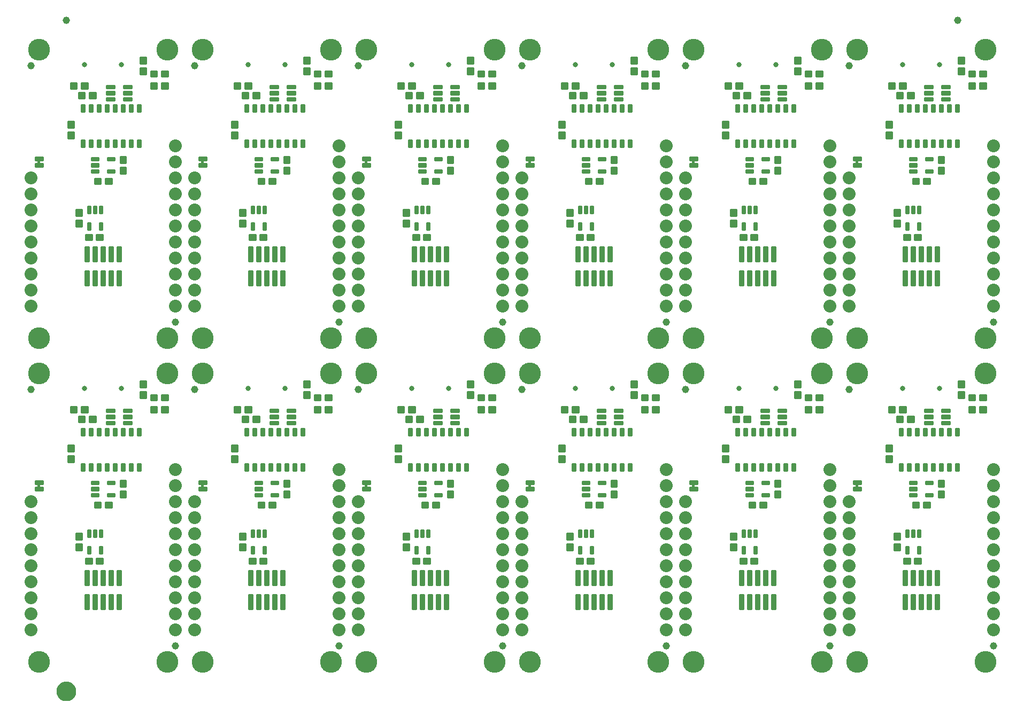
<source format=gbs>
G04 EAGLE Gerber RS-274X export*
G75*
%MOMM*%
%FSLAX34Y34*%
%LPD*%
%INSoldermask Bottom*%
%IPPOS*%
%AMOC8*
5,1,8,0,0,1.08239X$1,22.5*%
G01*
%ADD10C,0.802400*%
%ADD11C,0.255816*%
%ADD12C,0.253525*%
%ADD13C,0.251966*%
%ADD14C,0.252862*%
%ADD15C,1.152400*%
%ADD16C,3.454400*%
%ADD17C,0.258794*%
%ADD18C,2.032000*%
%ADD19C,1.270000*%
%ADD20C,1.652400*%

G36*
X26735Y815352D02*
X26735Y815352D01*
X26801Y815354D01*
X26844Y815372D01*
X26891Y815380D01*
X26948Y815414D01*
X27008Y815439D01*
X27043Y815470D01*
X27084Y815495D01*
X27126Y815546D01*
X27174Y815590D01*
X27196Y815632D01*
X27225Y815669D01*
X27246Y815731D01*
X27277Y815790D01*
X27285Y815844D01*
X27297Y815881D01*
X27296Y815921D01*
X27304Y815975D01*
X27304Y819785D01*
X27293Y819850D01*
X27291Y819916D01*
X27273Y819959D01*
X27265Y820006D01*
X27231Y820063D01*
X27206Y820123D01*
X27175Y820158D01*
X27150Y820199D01*
X27099Y820241D01*
X27055Y820289D01*
X27013Y820311D01*
X26976Y820340D01*
X26914Y820361D01*
X26855Y820392D01*
X26801Y820400D01*
X26764Y820412D01*
X26724Y820411D01*
X26670Y820419D01*
X24130Y820419D01*
X24065Y820408D01*
X23999Y820406D01*
X23956Y820388D01*
X23909Y820380D01*
X23852Y820346D01*
X23792Y820321D01*
X23757Y820290D01*
X23716Y820265D01*
X23675Y820214D01*
X23626Y820170D01*
X23604Y820128D01*
X23575Y820091D01*
X23554Y820029D01*
X23523Y819970D01*
X23515Y819916D01*
X23503Y819879D01*
X23503Y819875D01*
X23503Y819874D01*
X23504Y819839D01*
X23496Y819785D01*
X23496Y815975D01*
X23507Y815910D01*
X23509Y815844D01*
X23527Y815801D01*
X23535Y815754D01*
X23569Y815697D01*
X23594Y815637D01*
X23625Y815602D01*
X23650Y815561D01*
X23701Y815520D01*
X23745Y815471D01*
X23787Y815449D01*
X23824Y815420D01*
X23886Y815399D01*
X23945Y815368D01*
X23999Y815360D01*
X24036Y815348D01*
X24076Y815349D01*
X24130Y815341D01*
X26670Y815341D01*
X26735Y815352D01*
G37*
G36*
X1322135Y815352D02*
X1322135Y815352D01*
X1322201Y815354D01*
X1322244Y815372D01*
X1322291Y815380D01*
X1322348Y815414D01*
X1322408Y815439D01*
X1322443Y815470D01*
X1322484Y815495D01*
X1322526Y815546D01*
X1322574Y815590D01*
X1322596Y815632D01*
X1322625Y815669D01*
X1322646Y815731D01*
X1322677Y815790D01*
X1322685Y815844D01*
X1322697Y815881D01*
X1322696Y815921D01*
X1322704Y815975D01*
X1322704Y819785D01*
X1322693Y819850D01*
X1322691Y819916D01*
X1322673Y819959D01*
X1322665Y820006D01*
X1322631Y820063D01*
X1322606Y820123D01*
X1322575Y820158D01*
X1322550Y820199D01*
X1322499Y820241D01*
X1322455Y820289D01*
X1322413Y820311D01*
X1322376Y820340D01*
X1322314Y820361D01*
X1322255Y820392D01*
X1322201Y820400D01*
X1322164Y820412D01*
X1322124Y820411D01*
X1322070Y820419D01*
X1319530Y820419D01*
X1319465Y820408D01*
X1319399Y820406D01*
X1319356Y820388D01*
X1319309Y820380D01*
X1319252Y820346D01*
X1319192Y820321D01*
X1319157Y820290D01*
X1319116Y820265D01*
X1319075Y820214D01*
X1319026Y820170D01*
X1319004Y820128D01*
X1318975Y820091D01*
X1318954Y820029D01*
X1318923Y819970D01*
X1318915Y819916D01*
X1318903Y819879D01*
X1318903Y819875D01*
X1318903Y819874D01*
X1318904Y819839D01*
X1318896Y819785D01*
X1318896Y815975D01*
X1318907Y815910D01*
X1318909Y815844D01*
X1318927Y815801D01*
X1318935Y815754D01*
X1318969Y815697D01*
X1318994Y815637D01*
X1319025Y815602D01*
X1319050Y815561D01*
X1319101Y815520D01*
X1319145Y815471D01*
X1319187Y815449D01*
X1319224Y815420D01*
X1319286Y815399D01*
X1319345Y815368D01*
X1319399Y815360D01*
X1319436Y815348D01*
X1319476Y815349D01*
X1319530Y815341D01*
X1322070Y815341D01*
X1322135Y815352D01*
G37*
G36*
X285815Y815352D02*
X285815Y815352D01*
X285881Y815354D01*
X285924Y815372D01*
X285971Y815380D01*
X286028Y815414D01*
X286088Y815439D01*
X286123Y815470D01*
X286164Y815495D01*
X286206Y815546D01*
X286254Y815590D01*
X286276Y815632D01*
X286305Y815669D01*
X286326Y815731D01*
X286357Y815790D01*
X286365Y815844D01*
X286377Y815881D01*
X286376Y815921D01*
X286384Y815975D01*
X286384Y819785D01*
X286373Y819850D01*
X286371Y819916D01*
X286353Y819959D01*
X286345Y820006D01*
X286311Y820063D01*
X286286Y820123D01*
X286255Y820158D01*
X286230Y820199D01*
X286179Y820241D01*
X286135Y820289D01*
X286093Y820311D01*
X286056Y820340D01*
X285994Y820361D01*
X285935Y820392D01*
X285881Y820400D01*
X285844Y820412D01*
X285804Y820411D01*
X285750Y820419D01*
X283210Y820419D01*
X283145Y820408D01*
X283079Y820406D01*
X283036Y820388D01*
X282989Y820380D01*
X282932Y820346D01*
X282872Y820321D01*
X282837Y820290D01*
X282796Y820265D01*
X282755Y820214D01*
X282706Y820170D01*
X282684Y820128D01*
X282655Y820091D01*
X282634Y820029D01*
X282603Y819970D01*
X282595Y819916D01*
X282583Y819879D01*
X282583Y819875D01*
X282583Y819874D01*
X282584Y819839D01*
X282576Y819785D01*
X282576Y815975D01*
X282587Y815910D01*
X282589Y815844D01*
X282607Y815801D01*
X282615Y815754D01*
X282649Y815697D01*
X282674Y815637D01*
X282705Y815602D01*
X282730Y815561D01*
X282781Y815520D01*
X282825Y815471D01*
X282867Y815449D01*
X282904Y815420D01*
X282966Y815399D01*
X283025Y815368D01*
X283079Y815360D01*
X283116Y815348D01*
X283156Y815349D01*
X283210Y815341D01*
X285750Y815341D01*
X285815Y815352D01*
G37*
G36*
X803975Y815352D02*
X803975Y815352D01*
X804041Y815354D01*
X804084Y815372D01*
X804131Y815380D01*
X804188Y815414D01*
X804248Y815439D01*
X804283Y815470D01*
X804324Y815495D01*
X804366Y815546D01*
X804414Y815590D01*
X804436Y815632D01*
X804465Y815669D01*
X804486Y815731D01*
X804517Y815790D01*
X804525Y815844D01*
X804537Y815881D01*
X804536Y815921D01*
X804544Y815975D01*
X804544Y819785D01*
X804533Y819850D01*
X804531Y819916D01*
X804513Y819959D01*
X804505Y820006D01*
X804471Y820063D01*
X804446Y820123D01*
X804415Y820158D01*
X804390Y820199D01*
X804339Y820241D01*
X804295Y820289D01*
X804253Y820311D01*
X804216Y820340D01*
X804154Y820361D01*
X804095Y820392D01*
X804041Y820400D01*
X804004Y820412D01*
X803964Y820411D01*
X803910Y820419D01*
X801370Y820419D01*
X801305Y820408D01*
X801239Y820406D01*
X801196Y820388D01*
X801149Y820380D01*
X801092Y820346D01*
X801032Y820321D01*
X800997Y820290D01*
X800956Y820265D01*
X800915Y820214D01*
X800866Y820170D01*
X800844Y820128D01*
X800815Y820091D01*
X800794Y820029D01*
X800763Y819970D01*
X800755Y819916D01*
X800743Y819879D01*
X800743Y819875D01*
X800743Y819874D01*
X800744Y819839D01*
X800736Y819785D01*
X800736Y815975D01*
X800747Y815910D01*
X800749Y815844D01*
X800767Y815801D01*
X800775Y815754D01*
X800809Y815697D01*
X800834Y815637D01*
X800865Y815602D01*
X800890Y815561D01*
X800941Y815520D01*
X800985Y815471D01*
X801027Y815449D01*
X801064Y815420D01*
X801126Y815399D01*
X801185Y815368D01*
X801239Y815360D01*
X801276Y815348D01*
X801316Y815349D01*
X801370Y815341D01*
X803910Y815341D01*
X803975Y815352D01*
G37*
G36*
X1063055Y815352D02*
X1063055Y815352D01*
X1063121Y815354D01*
X1063164Y815372D01*
X1063211Y815380D01*
X1063268Y815414D01*
X1063328Y815439D01*
X1063363Y815470D01*
X1063404Y815495D01*
X1063446Y815546D01*
X1063494Y815590D01*
X1063516Y815632D01*
X1063545Y815669D01*
X1063566Y815731D01*
X1063597Y815790D01*
X1063605Y815844D01*
X1063617Y815881D01*
X1063616Y815921D01*
X1063624Y815975D01*
X1063624Y819785D01*
X1063613Y819850D01*
X1063611Y819916D01*
X1063593Y819959D01*
X1063585Y820006D01*
X1063551Y820063D01*
X1063526Y820123D01*
X1063495Y820158D01*
X1063470Y820199D01*
X1063419Y820241D01*
X1063375Y820289D01*
X1063333Y820311D01*
X1063296Y820340D01*
X1063234Y820361D01*
X1063175Y820392D01*
X1063121Y820400D01*
X1063084Y820412D01*
X1063044Y820411D01*
X1062990Y820419D01*
X1060450Y820419D01*
X1060385Y820408D01*
X1060319Y820406D01*
X1060276Y820388D01*
X1060229Y820380D01*
X1060172Y820346D01*
X1060112Y820321D01*
X1060077Y820290D01*
X1060036Y820265D01*
X1059995Y820214D01*
X1059946Y820170D01*
X1059924Y820128D01*
X1059895Y820091D01*
X1059874Y820029D01*
X1059843Y819970D01*
X1059835Y819916D01*
X1059823Y819879D01*
X1059823Y819875D01*
X1059823Y819874D01*
X1059824Y819839D01*
X1059816Y819785D01*
X1059816Y815975D01*
X1059827Y815910D01*
X1059829Y815844D01*
X1059847Y815801D01*
X1059855Y815754D01*
X1059889Y815697D01*
X1059914Y815637D01*
X1059945Y815602D01*
X1059970Y815561D01*
X1060021Y815520D01*
X1060065Y815471D01*
X1060107Y815449D01*
X1060144Y815420D01*
X1060206Y815399D01*
X1060265Y815368D01*
X1060319Y815360D01*
X1060356Y815348D01*
X1060396Y815349D01*
X1060450Y815341D01*
X1062990Y815341D01*
X1063055Y815352D01*
G37*
G36*
X544895Y815352D02*
X544895Y815352D01*
X544961Y815354D01*
X545004Y815372D01*
X545051Y815380D01*
X545108Y815414D01*
X545168Y815439D01*
X545203Y815470D01*
X545244Y815495D01*
X545286Y815546D01*
X545334Y815590D01*
X545356Y815632D01*
X545385Y815669D01*
X545406Y815731D01*
X545437Y815790D01*
X545445Y815844D01*
X545457Y815881D01*
X545456Y815921D01*
X545464Y815975D01*
X545464Y819785D01*
X545453Y819850D01*
X545451Y819916D01*
X545433Y819959D01*
X545425Y820006D01*
X545391Y820063D01*
X545366Y820123D01*
X545335Y820158D01*
X545310Y820199D01*
X545259Y820241D01*
X545215Y820289D01*
X545173Y820311D01*
X545136Y820340D01*
X545074Y820361D01*
X545015Y820392D01*
X544961Y820400D01*
X544924Y820412D01*
X544884Y820411D01*
X544830Y820419D01*
X542290Y820419D01*
X542225Y820408D01*
X542159Y820406D01*
X542116Y820388D01*
X542069Y820380D01*
X542012Y820346D01*
X541952Y820321D01*
X541917Y820290D01*
X541876Y820265D01*
X541835Y820214D01*
X541786Y820170D01*
X541764Y820128D01*
X541735Y820091D01*
X541714Y820029D01*
X541683Y819970D01*
X541675Y819916D01*
X541663Y819879D01*
X541663Y819875D01*
X541663Y819874D01*
X541664Y819839D01*
X541656Y819785D01*
X541656Y815975D01*
X541667Y815910D01*
X541669Y815844D01*
X541687Y815801D01*
X541695Y815754D01*
X541729Y815697D01*
X541754Y815637D01*
X541785Y815602D01*
X541810Y815561D01*
X541861Y815520D01*
X541905Y815471D01*
X541947Y815449D01*
X541984Y815420D01*
X542046Y815399D01*
X542105Y815368D01*
X542159Y815360D01*
X542196Y815348D01*
X542236Y815349D01*
X542290Y815341D01*
X544830Y815341D01*
X544895Y815352D01*
G37*
G36*
X1322135Y302272D02*
X1322135Y302272D01*
X1322201Y302274D01*
X1322244Y302292D01*
X1322291Y302300D01*
X1322348Y302334D01*
X1322408Y302359D01*
X1322443Y302390D01*
X1322484Y302415D01*
X1322526Y302466D01*
X1322574Y302510D01*
X1322596Y302552D01*
X1322625Y302589D01*
X1322646Y302651D01*
X1322677Y302710D01*
X1322685Y302764D01*
X1322697Y302801D01*
X1322696Y302841D01*
X1322704Y302895D01*
X1322704Y306705D01*
X1322693Y306770D01*
X1322691Y306836D01*
X1322673Y306879D01*
X1322665Y306926D01*
X1322631Y306983D01*
X1322606Y307043D01*
X1322575Y307078D01*
X1322550Y307119D01*
X1322499Y307161D01*
X1322455Y307209D01*
X1322413Y307231D01*
X1322376Y307260D01*
X1322314Y307281D01*
X1322255Y307312D01*
X1322201Y307320D01*
X1322164Y307332D01*
X1322124Y307331D01*
X1322070Y307339D01*
X1319530Y307339D01*
X1319465Y307328D01*
X1319399Y307326D01*
X1319356Y307308D01*
X1319309Y307300D01*
X1319252Y307266D01*
X1319192Y307241D01*
X1319157Y307210D01*
X1319116Y307185D01*
X1319075Y307134D01*
X1319026Y307090D01*
X1319004Y307048D01*
X1318975Y307011D01*
X1318954Y306949D01*
X1318923Y306890D01*
X1318915Y306836D01*
X1318903Y306799D01*
X1318903Y306795D01*
X1318903Y306794D01*
X1318904Y306759D01*
X1318896Y306705D01*
X1318896Y302895D01*
X1318907Y302830D01*
X1318909Y302764D01*
X1318927Y302721D01*
X1318935Y302674D01*
X1318969Y302617D01*
X1318994Y302557D01*
X1319025Y302522D01*
X1319050Y302481D01*
X1319101Y302440D01*
X1319145Y302391D01*
X1319187Y302369D01*
X1319224Y302340D01*
X1319286Y302319D01*
X1319345Y302288D01*
X1319399Y302280D01*
X1319436Y302268D01*
X1319476Y302269D01*
X1319530Y302261D01*
X1322070Y302261D01*
X1322135Y302272D01*
G37*
G36*
X1063055Y302272D02*
X1063055Y302272D01*
X1063121Y302274D01*
X1063164Y302292D01*
X1063211Y302300D01*
X1063268Y302334D01*
X1063328Y302359D01*
X1063363Y302390D01*
X1063404Y302415D01*
X1063446Y302466D01*
X1063494Y302510D01*
X1063516Y302552D01*
X1063545Y302589D01*
X1063566Y302651D01*
X1063597Y302710D01*
X1063605Y302764D01*
X1063617Y302801D01*
X1063616Y302841D01*
X1063624Y302895D01*
X1063624Y306705D01*
X1063613Y306770D01*
X1063611Y306836D01*
X1063593Y306879D01*
X1063585Y306926D01*
X1063551Y306983D01*
X1063526Y307043D01*
X1063495Y307078D01*
X1063470Y307119D01*
X1063419Y307161D01*
X1063375Y307209D01*
X1063333Y307231D01*
X1063296Y307260D01*
X1063234Y307281D01*
X1063175Y307312D01*
X1063121Y307320D01*
X1063084Y307332D01*
X1063044Y307331D01*
X1062990Y307339D01*
X1060450Y307339D01*
X1060385Y307328D01*
X1060319Y307326D01*
X1060276Y307308D01*
X1060229Y307300D01*
X1060172Y307266D01*
X1060112Y307241D01*
X1060077Y307210D01*
X1060036Y307185D01*
X1059995Y307134D01*
X1059946Y307090D01*
X1059924Y307048D01*
X1059895Y307011D01*
X1059874Y306949D01*
X1059843Y306890D01*
X1059835Y306836D01*
X1059823Y306799D01*
X1059823Y306795D01*
X1059823Y306794D01*
X1059824Y306759D01*
X1059816Y306705D01*
X1059816Y302895D01*
X1059827Y302830D01*
X1059829Y302764D01*
X1059847Y302721D01*
X1059855Y302674D01*
X1059889Y302617D01*
X1059914Y302557D01*
X1059945Y302522D01*
X1059970Y302481D01*
X1060021Y302440D01*
X1060065Y302391D01*
X1060107Y302369D01*
X1060144Y302340D01*
X1060206Y302319D01*
X1060265Y302288D01*
X1060319Y302280D01*
X1060356Y302268D01*
X1060396Y302269D01*
X1060450Y302261D01*
X1062990Y302261D01*
X1063055Y302272D01*
G37*
G36*
X803975Y302272D02*
X803975Y302272D01*
X804041Y302274D01*
X804084Y302292D01*
X804131Y302300D01*
X804188Y302334D01*
X804248Y302359D01*
X804283Y302390D01*
X804324Y302415D01*
X804366Y302466D01*
X804414Y302510D01*
X804436Y302552D01*
X804465Y302589D01*
X804486Y302651D01*
X804517Y302710D01*
X804525Y302764D01*
X804537Y302801D01*
X804536Y302841D01*
X804544Y302895D01*
X804544Y306705D01*
X804533Y306770D01*
X804531Y306836D01*
X804513Y306879D01*
X804505Y306926D01*
X804471Y306983D01*
X804446Y307043D01*
X804415Y307078D01*
X804390Y307119D01*
X804339Y307161D01*
X804295Y307209D01*
X804253Y307231D01*
X804216Y307260D01*
X804154Y307281D01*
X804095Y307312D01*
X804041Y307320D01*
X804004Y307332D01*
X803964Y307331D01*
X803910Y307339D01*
X801370Y307339D01*
X801305Y307328D01*
X801239Y307326D01*
X801196Y307308D01*
X801149Y307300D01*
X801092Y307266D01*
X801032Y307241D01*
X800997Y307210D01*
X800956Y307185D01*
X800915Y307134D01*
X800866Y307090D01*
X800844Y307048D01*
X800815Y307011D01*
X800794Y306949D01*
X800763Y306890D01*
X800755Y306836D01*
X800743Y306799D01*
X800743Y306795D01*
X800743Y306794D01*
X800744Y306759D01*
X800736Y306705D01*
X800736Y302895D01*
X800747Y302830D01*
X800749Y302764D01*
X800767Y302721D01*
X800775Y302674D01*
X800809Y302617D01*
X800834Y302557D01*
X800865Y302522D01*
X800890Y302481D01*
X800941Y302440D01*
X800985Y302391D01*
X801027Y302369D01*
X801064Y302340D01*
X801126Y302319D01*
X801185Y302288D01*
X801239Y302280D01*
X801276Y302268D01*
X801316Y302269D01*
X801370Y302261D01*
X803910Y302261D01*
X803975Y302272D01*
G37*
G36*
X544895Y302272D02*
X544895Y302272D01*
X544961Y302274D01*
X545004Y302292D01*
X545051Y302300D01*
X545108Y302334D01*
X545168Y302359D01*
X545203Y302390D01*
X545244Y302415D01*
X545286Y302466D01*
X545334Y302510D01*
X545356Y302552D01*
X545385Y302589D01*
X545406Y302651D01*
X545437Y302710D01*
X545445Y302764D01*
X545457Y302801D01*
X545456Y302841D01*
X545464Y302895D01*
X545464Y306705D01*
X545453Y306770D01*
X545451Y306836D01*
X545433Y306879D01*
X545425Y306926D01*
X545391Y306983D01*
X545366Y307043D01*
X545335Y307078D01*
X545310Y307119D01*
X545259Y307161D01*
X545215Y307209D01*
X545173Y307231D01*
X545136Y307260D01*
X545074Y307281D01*
X545015Y307312D01*
X544961Y307320D01*
X544924Y307332D01*
X544884Y307331D01*
X544830Y307339D01*
X542290Y307339D01*
X542225Y307328D01*
X542159Y307326D01*
X542116Y307308D01*
X542069Y307300D01*
X542012Y307266D01*
X541952Y307241D01*
X541917Y307210D01*
X541876Y307185D01*
X541835Y307134D01*
X541786Y307090D01*
X541764Y307048D01*
X541735Y307011D01*
X541714Y306949D01*
X541683Y306890D01*
X541675Y306836D01*
X541663Y306799D01*
X541663Y306795D01*
X541663Y306794D01*
X541664Y306759D01*
X541656Y306705D01*
X541656Y302895D01*
X541667Y302830D01*
X541669Y302764D01*
X541687Y302721D01*
X541695Y302674D01*
X541729Y302617D01*
X541754Y302557D01*
X541785Y302522D01*
X541810Y302481D01*
X541861Y302440D01*
X541905Y302391D01*
X541947Y302369D01*
X541984Y302340D01*
X542046Y302319D01*
X542105Y302288D01*
X542159Y302280D01*
X542196Y302268D01*
X542236Y302269D01*
X542290Y302261D01*
X544830Y302261D01*
X544895Y302272D01*
G37*
G36*
X285815Y302272D02*
X285815Y302272D01*
X285881Y302274D01*
X285924Y302292D01*
X285971Y302300D01*
X286028Y302334D01*
X286088Y302359D01*
X286123Y302390D01*
X286164Y302415D01*
X286206Y302466D01*
X286254Y302510D01*
X286276Y302552D01*
X286305Y302589D01*
X286326Y302651D01*
X286357Y302710D01*
X286365Y302764D01*
X286377Y302801D01*
X286376Y302841D01*
X286384Y302895D01*
X286384Y306705D01*
X286373Y306770D01*
X286371Y306836D01*
X286353Y306879D01*
X286345Y306926D01*
X286311Y306983D01*
X286286Y307043D01*
X286255Y307078D01*
X286230Y307119D01*
X286179Y307161D01*
X286135Y307209D01*
X286093Y307231D01*
X286056Y307260D01*
X285994Y307281D01*
X285935Y307312D01*
X285881Y307320D01*
X285844Y307332D01*
X285804Y307331D01*
X285750Y307339D01*
X283210Y307339D01*
X283145Y307328D01*
X283079Y307326D01*
X283036Y307308D01*
X282989Y307300D01*
X282932Y307266D01*
X282872Y307241D01*
X282837Y307210D01*
X282796Y307185D01*
X282755Y307134D01*
X282706Y307090D01*
X282684Y307048D01*
X282655Y307011D01*
X282634Y306949D01*
X282603Y306890D01*
X282595Y306836D01*
X282583Y306799D01*
X282583Y306795D01*
X282583Y306794D01*
X282584Y306759D01*
X282576Y306705D01*
X282576Y302895D01*
X282587Y302830D01*
X282589Y302764D01*
X282607Y302721D01*
X282615Y302674D01*
X282649Y302617D01*
X282674Y302557D01*
X282705Y302522D01*
X282730Y302481D01*
X282781Y302440D01*
X282825Y302391D01*
X282867Y302369D01*
X282904Y302340D01*
X282966Y302319D01*
X283025Y302288D01*
X283079Y302280D01*
X283116Y302268D01*
X283156Y302269D01*
X283210Y302261D01*
X285750Y302261D01*
X285815Y302272D01*
G37*
G36*
X26735Y302272D02*
X26735Y302272D01*
X26801Y302274D01*
X26844Y302292D01*
X26891Y302300D01*
X26948Y302334D01*
X27008Y302359D01*
X27043Y302390D01*
X27084Y302415D01*
X27126Y302466D01*
X27174Y302510D01*
X27196Y302552D01*
X27225Y302589D01*
X27246Y302651D01*
X27277Y302710D01*
X27285Y302764D01*
X27297Y302801D01*
X27296Y302841D01*
X27304Y302895D01*
X27304Y306705D01*
X27293Y306770D01*
X27291Y306836D01*
X27273Y306879D01*
X27265Y306926D01*
X27231Y306983D01*
X27206Y307043D01*
X27175Y307078D01*
X27150Y307119D01*
X27099Y307161D01*
X27055Y307209D01*
X27013Y307231D01*
X26976Y307260D01*
X26914Y307281D01*
X26855Y307312D01*
X26801Y307320D01*
X26764Y307332D01*
X26724Y307331D01*
X26670Y307339D01*
X24130Y307339D01*
X24065Y307328D01*
X23999Y307326D01*
X23956Y307308D01*
X23909Y307300D01*
X23852Y307266D01*
X23792Y307241D01*
X23757Y307210D01*
X23716Y307185D01*
X23675Y307134D01*
X23626Y307090D01*
X23604Y307048D01*
X23575Y307011D01*
X23554Y306949D01*
X23523Y306890D01*
X23515Y306836D01*
X23503Y306799D01*
X23503Y306795D01*
X23503Y306794D01*
X23504Y306759D01*
X23496Y306705D01*
X23496Y302895D01*
X23507Y302830D01*
X23509Y302764D01*
X23527Y302721D01*
X23535Y302674D01*
X23569Y302617D01*
X23594Y302557D01*
X23625Y302522D01*
X23650Y302481D01*
X23701Y302440D01*
X23745Y302391D01*
X23787Y302369D01*
X23824Y302340D01*
X23886Y302319D01*
X23945Y302288D01*
X23999Y302280D01*
X24036Y302268D01*
X24076Y302269D01*
X24130Y302261D01*
X26670Y302261D01*
X26735Y302272D01*
G37*
D10*
X155900Y458950D03*
X98100Y458950D03*
D11*
X97733Y384467D02*
X92767Y384467D01*
X92767Y395433D01*
X97733Y395433D01*
X97733Y384467D01*
X97733Y386897D02*
X92767Y386897D01*
X92767Y389327D02*
X97733Y389327D01*
X97733Y391757D02*
X92767Y391757D01*
X92767Y394187D02*
X97733Y394187D01*
X105467Y384467D02*
X110433Y384467D01*
X105467Y384467D02*
X105467Y395433D01*
X110433Y395433D01*
X110433Y384467D01*
X110433Y386897D02*
X105467Y386897D01*
X105467Y389327D02*
X110433Y389327D01*
X110433Y391757D02*
X105467Y391757D01*
X105467Y394187D02*
X110433Y394187D01*
X118167Y384467D02*
X123133Y384467D01*
X118167Y384467D02*
X118167Y395433D01*
X123133Y395433D01*
X123133Y384467D01*
X123133Y386897D02*
X118167Y386897D01*
X118167Y389327D02*
X123133Y389327D01*
X123133Y391757D02*
X118167Y391757D01*
X118167Y394187D02*
X123133Y394187D01*
X130867Y384467D02*
X135833Y384467D01*
X130867Y384467D02*
X130867Y395433D01*
X135833Y395433D01*
X135833Y384467D01*
X135833Y386897D02*
X130867Y386897D01*
X130867Y389327D02*
X135833Y389327D01*
X135833Y391757D02*
X130867Y391757D01*
X130867Y394187D02*
X135833Y394187D01*
X143567Y384467D02*
X148533Y384467D01*
X143567Y384467D02*
X143567Y395433D01*
X148533Y395433D01*
X148533Y384467D01*
X148533Y386897D02*
X143567Y386897D01*
X143567Y389327D02*
X148533Y389327D01*
X148533Y391757D02*
X143567Y391757D01*
X143567Y394187D02*
X148533Y394187D01*
X156267Y384467D02*
X161233Y384467D01*
X156267Y384467D02*
X156267Y395433D01*
X161233Y395433D01*
X161233Y384467D01*
X161233Y386897D02*
X156267Y386897D01*
X156267Y389327D02*
X161233Y389327D01*
X161233Y391757D02*
X156267Y391757D01*
X156267Y394187D02*
X161233Y394187D01*
X168967Y384467D02*
X173933Y384467D01*
X168967Y384467D02*
X168967Y395433D01*
X173933Y395433D01*
X173933Y384467D01*
X173933Y386897D02*
X168967Y386897D01*
X168967Y389327D02*
X173933Y389327D01*
X173933Y391757D02*
X168967Y391757D01*
X168967Y394187D02*
X173933Y394187D01*
X181667Y384467D02*
X186633Y384467D01*
X181667Y384467D02*
X181667Y395433D01*
X186633Y395433D01*
X186633Y384467D01*
X186633Y386897D02*
X181667Y386897D01*
X181667Y389327D02*
X186633Y389327D01*
X186633Y391757D02*
X181667Y391757D01*
X181667Y394187D02*
X186633Y394187D01*
X186633Y328467D02*
X181667Y328467D01*
X181667Y339433D01*
X186633Y339433D01*
X186633Y328467D01*
X186633Y330897D02*
X181667Y330897D01*
X181667Y333327D02*
X186633Y333327D01*
X186633Y335757D02*
X181667Y335757D01*
X181667Y338187D02*
X186633Y338187D01*
X173933Y328467D02*
X168967Y328467D01*
X168967Y339433D01*
X173933Y339433D01*
X173933Y328467D01*
X173933Y330897D02*
X168967Y330897D01*
X168967Y333327D02*
X173933Y333327D01*
X173933Y335757D02*
X168967Y335757D01*
X168967Y338187D02*
X173933Y338187D01*
X161233Y328467D02*
X156267Y328467D01*
X156267Y339433D01*
X161233Y339433D01*
X161233Y328467D01*
X161233Y330897D02*
X156267Y330897D01*
X156267Y333327D02*
X161233Y333327D01*
X161233Y335757D02*
X156267Y335757D01*
X156267Y338187D02*
X161233Y338187D01*
X148533Y328467D02*
X143567Y328467D01*
X143567Y339433D01*
X148533Y339433D01*
X148533Y328467D01*
X148533Y330897D02*
X143567Y330897D01*
X143567Y333327D02*
X148533Y333327D01*
X148533Y335757D02*
X143567Y335757D01*
X143567Y338187D02*
X148533Y338187D01*
X135833Y328467D02*
X130867Y328467D01*
X130867Y339433D01*
X135833Y339433D01*
X135833Y328467D01*
X135833Y330897D02*
X130867Y330897D01*
X130867Y333327D02*
X135833Y333327D01*
X135833Y335757D02*
X130867Y335757D01*
X130867Y338187D02*
X135833Y338187D01*
X123133Y328467D02*
X118167Y328467D01*
X118167Y339433D01*
X123133Y339433D01*
X123133Y328467D01*
X123133Y330897D02*
X118167Y330897D01*
X118167Y333327D02*
X123133Y333327D01*
X123133Y335757D02*
X118167Y335757D01*
X118167Y338187D02*
X123133Y338187D01*
X110433Y328467D02*
X105467Y328467D01*
X105467Y339433D01*
X110433Y339433D01*
X110433Y328467D01*
X110433Y330897D02*
X105467Y330897D01*
X105467Y333327D02*
X110433Y333327D01*
X110433Y335757D02*
X105467Y335757D01*
X105467Y338187D02*
X110433Y338187D01*
X97733Y328467D02*
X92767Y328467D01*
X92767Y339433D01*
X97733Y339433D01*
X97733Y328467D01*
X97733Y330897D02*
X92767Y330897D01*
X92767Y333327D02*
X97733Y333327D01*
X97733Y335757D02*
X92767Y335757D01*
X92767Y338187D02*
X97733Y338187D01*
D12*
X186005Y460705D02*
X186005Y470695D01*
X194995Y470695D01*
X194995Y460705D01*
X186005Y460705D01*
X186005Y463113D02*
X194995Y463113D01*
X194995Y465521D02*
X186005Y465521D01*
X186005Y467929D02*
X194995Y467929D01*
X194995Y470337D02*
X186005Y470337D01*
X186005Y453695D02*
X186005Y443705D01*
X186005Y453695D02*
X194995Y453695D01*
X194995Y443705D01*
X186005Y443705D01*
X186005Y446113D02*
X194995Y446113D01*
X194995Y448521D02*
X186005Y448521D01*
X186005Y450929D02*
X194995Y450929D01*
X194995Y453337D02*
X186005Y453337D01*
X98095Y405715D02*
X88105Y405715D01*
X88105Y414705D01*
X98095Y414705D01*
X98095Y405715D01*
X98095Y408123D02*
X88105Y408123D01*
X88105Y410531D02*
X98095Y410531D01*
X98095Y412939D02*
X88105Y412939D01*
X105105Y405715D02*
X115095Y405715D01*
X105105Y405715D02*
X105105Y414705D01*
X115095Y414705D01*
X115095Y405715D01*
X115095Y408123D02*
X105105Y408123D01*
X105105Y410531D02*
X115095Y410531D01*
X115095Y412939D02*
X105105Y412939D01*
D13*
X31252Y302397D02*
X31252Y296789D01*
X19548Y296789D01*
X19548Y302397D01*
X31252Y302397D01*
X31252Y299183D02*
X19548Y299183D01*
X19548Y301577D02*
X31252Y301577D01*
X31252Y307203D02*
X31252Y312811D01*
X31252Y307203D02*
X19548Y307203D01*
X19548Y312811D01*
X31252Y312811D01*
X31252Y309597D02*
X19548Y309597D01*
X19548Y311991D02*
X31252Y311991D01*
D12*
X202405Y440005D02*
X212395Y440005D01*
X202405Y440005D02*
X202405Y448995D01*
X212395Y448995D01*
X212395Y440005D01*
X212395Y442413D02*
X202405Y442413D01*
X202405Y444821D02*
X212395Y444821D01*
X212395Y447229D02*
X202405Y447229D01*
X219405Y440005D02*
X229395Y440005D01*
X219405Y440005D02*
X219405Y448995D01*
X229395Y448995D01*
X229395Y440005D01*
X229395Y442413D02*
X219405Y442413D01*
X219405Y444821D02*
X229395Y444821D01*
X229395Y447229D02*
X219405Y447229D01*
X219405Y429945D02*
X229395Y429945D01*
X229395Y420955D01*
X219405Y420955D01*
X219405Y429945D01*
X219405Y423363D02*
X229395Y423363D01*
X229395Y425771D02*
X219405Y425771D01*
X219405Y428179D02*
X229395Y428179D01*
X212395Y429945D02*
X202405Y429945D01*
X212395Y429945D02*
X212395Y420955D01*
X202405Y420955D01*
X202405Y429945D01*
X202405Y423363D02*
X212395Y423363D01*
X212395Y425771D02*
X202405Y425771D01*
X202405Y428179D02*
X212395Y428179D01*
X102395Y429945D02*
X92405Y429945D01*
X102395Y429945D02*
X102395Y420955D01*
X92405Y420955D01*
X92405Y429945D01*
X92405Y423363D02*
X102395Y423363D01*
X102395Y425771D02*
X92405Y425771D01*
X92405Y428179D02*
X102395Y428179D01*
X85395Y429945D02*
X75405Y429945D01*
X85395Y429945D02*
X85395Y420955D01*
X75405Y420955D01*
X75405Y429945D01*
X75405Y423363D02*
X85395Y423363D01*
X85395Y425771D02*
X75405Y425771D01*
X75405Y428179D02*
X85395Y428179D01*
X80695Y352095D02*
X80695Y342105D01*
X71705Y342105D01*
X71705Y352095D01*
X80695Y352095D01*
X80695Y344513D02*
X71705Y344513D01*
X71705Y346921D02*
X80695Y346921D01*
X80695Y349329D02*
X71705Y349329D01*
X71705Y351737D02*
X80695Y351737D01*
X80695Y359105D02*
X80695Y369095D01*
X80695Y359105D02*
X71705Y359105D01*
X71705Y369095D01*
X80695Y369095D01*
X80695Y361513D02*
X71705Y361513D01*
X71705Y363921D02*
X80695Y363921D01*
X80695Y366329D02*
X71705Y366329D01*
X71705Y368737D02*
X80695Y368737D01*
D14*
X119497Y292468D02*
X119497Y287972D01*
X108501Y287972D01*
X108501Y292468D01*
X119497Y292468D01*
X119497Y290375D02*
X108501Y290375D01*
X119497Y297472D02*
X119497Y301968D01*
X119497Y297472D02*
X108501Y297472D01*
X108501Y301968D01*
X119497Y301968D01*
X119497Y299875D02*
X108501Y299875D01*
X119497Y306972D02*
X119497Y311468D01*
X119497Y306972D02*
X108501Y306972D01*
X108501Y311468D01*
X119497Y311468D01*
X119497Y309375D02*
X108501Y309375D01*
X145499Y311468D02*
X145499Y306972D01*
X134503Y306972D01*
X134503Y311468D01*
X145499Y311468D01*
X145499Y309375D02*
X134503Y309375D01*
X145499Y292468D02*
X145499Y287972D01*
X134503Y287972D01*
X134503Y292468D01*
X145499Y292468D01*
X145499Y290375D02*
X134503Y290375D01*
D12*
X123495Y269825D02*
X113505Y269825D01*
X113505Y278815D01*
X123495Y278815D01*
X123495Y269825D01*
X123495Y272233D02*
X113505Y272233D01*
X113505Y274641D02*
X123495Y274641D01*
X123495Y277049D02*
X113505Y277049D01*
X130505Y269825D02*
X140495Y269825D01*
X130505Y269825D02*
X130505Y278815D01*
X140495Y278815D01*
X140495Y269825D01*
X140495Y272233D02*
X130505Y272233D01*
X130505Y274641D02*
X140495Y274641D01*
X140495Y277049D02*
X130505Y277049D01*
D14*
X107048Y223403D02*
X102552Y223403D01*
X102552Y234399D01*
X107048Y234399D01*
X107048Y223403D01*
X107048Y225806D02*
X102552Y225806D01*
X102552Y228209D02*
X107048Y228209D01*
X107048Y230612D02*
X102552Y230612D01*
X102552Y233015D02*
X107048Y233015D01*
X112052Y223403D02*
X116548Y223403D01*
X112052Y223403D02*
X112052Y234399D01*
X116548Y234399D01*
X116548Y223403D01*
X116548Y225806D02*
X112052Y225806D01*
X112052Y228209D02*
X116548Y228209D01*
X116548Y230612D02*
X112052Y230612D01*
X112052Y233015D02*
X116548Y233015D01*
X121552Y223403D02*
X126048Y223403D01*
X121552Y223403D02*
X121552Y234399D01*
X126048Y234399D01*
X126048Y223403D01*
X126048Y225806D02*
X121552Y225806D01*
X121552Y228209D02*
X126048Y228209D01*
X126048Y230612D02*
X121552Y230612D01*
X121552Y233015D02*
X126048Y233015D01*
X126048Y197401D02*
X121552Y197401D01*
X121552Y208397D01*
X126048Y208397D01*
X126048Y197401D01*
X126048Y199804D02*
X121552Y199804D01*
X121552Y202207D02*
X126048Y202207D01*
X126048Y204610D02*
X121552Y204610D01*
X121552Y207013D02*
X126048Y207013D01*
X107048Y197401D02*
X102552Y197401D01*
X102552Y208397D01*
X107048Y208397D01*
X107048Y197401D01*
X107048Y199804D02*
X102552Y199804D01*
X102552Y202207D02*
X107048Y202207D01*
X107048Y204610D02*
X102552Y204610D01*
X102552Y207013D02*
X107048Y207013D01*
D12*
X84405Y219405D02*
X84405Y229395D01*
X93395Y229395D01*
X93395Y219405D01*
X84405Y219405D01*
X84405Y221813D02*
X93395Y221813D01*
X93395Y224221D02*
X84405Y224221D01*
X84405Y226629D02*
X93395Y226629D01*
X93395Y229037D02*
X84405Y229037D01*
X84405Y212395D02*
X84405Y202405D01*
X84405Y212395D02*
X93395Y212395D01*
X93395Y202405D01*
X84405Y202405D01*
X84405Y204813D02*
X93395Y204813D01*
X93395Y207221D02*
X84405Y207221D01*
X84405Y209629D02*
X93395Y209629D01*
X93395Y212037D02*
X84405Y212037D01*
X99535Y180925D02*
X109525Y180925D01*
X99535Y180925D02*
X99535Y189915D01*
X109525Y189915D01*
X109525Y180925D01*
X109525Y183333D02*
X99535Y183333D01*
X99535Y185741D02*
X109525Y185741D01*
X109525Y188149D02*
X99535Y188149D01*
X116535Y180925D02*
X126525Y180925D01*
X116535Y180925D02*
X116535Y189915D01*
X126525Y189915D01*
X126525Y180925D01*
X126525Y183333D02*
X116535Y183333D01*
X116535Y185741D02*
X126525Y185741D01*
X126525Y188149D02*
X116535Y188149D01*
X163245Y286225D02*
X163245Y296215D01*
X163245Y286225D02*
X154255Y286225D01*
X154255Y296215D01*
X163245Y296215D01*
X163245Y288633D02*
X154255Y288633D01*
X154255Y291041D02*
X163245Y291041D01*
X163245Y293449D02*
X154255Y293449D01*
X154255Y295857D02*
X163245Y295857D01*
X163245Y303225D02*
X163245Y313215D01*
X163245Y303225D02*
X154255Y303225D01*
X154255Y313215D01*
X163245Y313215D01*
X163245Y305633D02*
X154255Y305633D01*
X154255Y308041D02*
X163245Y308041D01*
X163245Y310449D02*
X154255Y310449D01*
X154255Y312857D02*
X163245Y312857D01*
D15*
X12700Y457200D03*
X241300Y50800D03*
D16*
X25400Y25400D03*
X228600Y25400D03*
X25400Y482600D03*
X228600Y482600D03*
D17*
X130168Y147132D02*
X123832Y147132D01*
X123832Y169868D01*
X130168Y169868D01*
X130168Y147132D01*
X130168Y149591D02*
X123832Y149591D01*
X123832Y152050D02*
X130168Y152050D01*
X130168Y154509D02*
X123832Y154509D01*
X123832Y156968D02*
X130168Y156968D01*
X130168Y159427D02*
X123832Y159427D01*
X123832Y161886D02*
X130168Y161886D01*
X130168Y164345D02*
X123832Y164345D01*
X123832Y166804D02*
X130168Y166804D01*
X130168Y169263D02*
X123832Y169263D01*
X123832Y109532D02*
X130168Y109532D01*
X123832Y109532D02*
X123832Y132268D01*
X130168Y132268D01*
X130168Y109532D01*
X130168Y111991D02*
X123832Y111991D01*
X123832Y114450D02*
X130168Y114450D01*
X130168Y116909D02*
X123832Y116909D01*
X123832Y119368D02*
X130168Y119368D01*
X130168Y121827D02*
X123832Y121827D01*
X123832Y124286D02*
X130168Y124286D01*
X130168Y126745D02*
X123832Y126745D01*
X123832Y129204D02*
X130168Y129204D01*
X130168Y131663D02*
X123832Y131663D01*
X136532Y147132D02*
X142868Y147132D01*
X136532Y147132D02*
X136532Y169868D01*
X142868Y169868D01*
X142868Y147132D01*
X142868Y149591D02*
X136532Y149591D01*
X136532Y152050D02*
X142868Y152050D01*
X142868Y154509D02*
X136532Y154509D01*
X136532Y156968D02*
X142868Y156968D01*
X142868Y159427D02*
X136532Y159427D01*
X136532Y161886D02*
X142868Y161886D01*
X142868Y164345D02*
X136532Y164345D01*
X136532Y166804D02*
X142868Y166804D01*
X142868Y169263D02*
X136532Y169263D01*
X136532Y109532D02*
X142868Y109532D01*
X136532Y109532D02*
X136532Y132268D01*
X142868Y132268D01*
X142868Y109532D01*
X142868Y111991D02*
X136532Y111991D01*
X136532Y114450D02*
X142868Y114450D01*
X142868Y116909D02*
X136532Y116909D01*
X136532Y119368D02*
X142868Y119368D01*
X142868Y121827D02*
X136532Y121827D01*
X136532Y124286D02*
X142868Y124286D01*
X142868Y126745D02*
X136532Y126745D01*
X136532Y129204D02*
X142868Y129204D01*
X142868Y131663D02*
X136532Y131663D01*
X149232Y147132D02*
X155568Y147132D01*
X149232Y147132D02*
X149232Y169868D01*
X155568Y169868D01*
X155568Y147132D01*
X155568Y149591D02*
X149232Y149591D01*
X149232Y152050D02*
X155568Y152050D01*
X155568Y154509D02*
X149232Y154509D01*
X149232Y156968D02*
X155568Y156968D01*
X155568Y159427D02*
X149232Y159427D01*
X149232Y161886D02*
X155568Y161886D01*
X155568Y164345D02*
X149232Y164345D01*
X149232Y166804D02*
X155568Y166804D01*
X155568Y169263D02*
X149232Y169263D01*
X149232Y109532D02*
X155568Y109532D01*
X149232Y109532D02*
X149232Y132268D01*
X155568Y132268D01*
X155568Y109532D01*
X155568Y111991D02*
X149232Y111991D01*
X149232Y114450D02*
X155568Y114450D01*
X155568Y116909D02*
X149232Y116909D01*
X149232Y119368D02*
X155568Y119368D01*
X155568Y121827D02*
X149232Y121827D01*
X149232Y124286D02*
X155568Y124286D01*
X155568Y126745D02*
X149232Y126745D01*
X149232Y129204D02*
X155568Y129204D01*
X155568Y131663D02*
X149232Y131663D01*
X104768Y147132D02*
X98432Y147132D01*
X98432Y169868D01*
X104768Y169868D01*
X104768Y147132D01*
X104768Y149591D02*
X98432Y149591D01*
X98432Y152050D02*
X104768Y152050D01*
X104768Y154509D02*
X98432Y154509D01*
X98432Y156968D02*
X104768Y156968D01*
X104768Y159427D02*
X98432Y159427D01*
X98432Y161886D02*
X104768Y161886D01*
X104768Y164345D02*
X98432Y164345D01*
X98432Y166804D02*
X104768Y166804D01*
X104768Y169263D02*
X98432Y169263D01*
X98432Y109532D02*
X104768Y109532D01*
X98432Y109532D02*
X98432Y132268D01*
X104768Y132268D01*
X104768Y109532D01*
X104768Y111991D02*
X98432Y111991D01*
X98432Y114450D02*
X104768Y114450D01*
X104768Y116909D02*
X98432Y116909D01*
X98432Y119368D02*
X104768Y119368D01*
X104768Y121827D02*
X98432Y121827D01*
X98432Y124286D02*
X104768Y124286D01*
X104768Y126745D02*
X98432Y126745D01*
X98432Y129204D02*
X104768Y129204D01*
X104768Y131663D02*
X98432Y131663D01*
X111132Y147132D02*
X117468Y147132D01*
X111132Y147132D02*
X111132Y169868D01*
X117468Y169868D01*
X117468Y147132D01*
X117468Y149591D02*
X111132Y149591D01*
X111132Y152050D02*
X117468Y152050D01*
X117468Y154509D02*
X111132Y154509D01*
X111132Y156968D02*
X117468Y156968D01*
X117468Y159427D02*
X111132Y159427D01*
X111132Y161886D02*
X117468Y161886D01*
X117468Y164345D02*
X111132Y164345D01*
X111132Y166804D02*
X117468Y166804D01*
X117468Y169263D02*
X111132Y169263D01*
X111132Y109532D02*
X117468Y109532D01*
X111132Y109532D02*
X111132Y132268D01*
X117468Y132268D01*
X117468Y109532D01*
X117468Y111991D02*
X111132Y111991D01*
X111132Y114450D02*
X117468Y114450D01*
X117468Y116909D02*
X111132Y116909D01*
X111132Y119368D02*
X117468Y119368D01*
X117468Y121827D02*
X111132Y121827D01*
X111132Y124286D02*
X117468Y124286D01*
X117468Y126745D02*
X111132Y126745D01*
X111132Y129204D02*
X117468Y129204D01*
X117468Y131663D02*
X111132Y131663D01*
D14*
X159903Y421272D02*
X159903Y425768D01*
X172399Y425768D01*
X172399Y421272D01*
X159903Y421272D01*
X159903Y423675D02*
X172399Y423675D01*
X159903Y416268D02*
X159903Y411772D01*
X159903Y416268D02*
X172399Y416268D01*
X172399Y411772D01*
X159903Y411772D01*
X159903Y414175D02*
X172399Y414175D01*
X159903Y406768D02*
X159903Y402272D01*
X159903Y406768D02*
X172399Y406768D01*
X172399Y402272D01*
X159903Y402272D01*
X159903Y404675D02*
X172399Y404675D01*
X132401Y406768D02*
X132401Y402272D01*
X132401Y406768D02*
X144897Y406768D01*
X144897Y402272D01*
X132401Y402272D01*
X132401Y404675D02*
X144897Y404675D01*
X132401Y411772D02*
X132401Y416268D01*
X144897Y416268D01*
X144897Y411772D01*
X132401Y411772D01*
X132401Y414175D02*
X144897Y414175D01*
X132401Y421272D02*
X132401Y425768D01*
X144897Y425768D01*
X144897Y421272D01*
X132401Y421272D01*
X132401Y423675D02*
X144897Y423675D01*
D18*
X12700Y76200D03*
X12700Y101600D03*
X12700Y127000D03*
X12700Y152400D03*
X12700Y177800D03*
X12700Y203200D03*
X12700Y228600D03*
X12700Y254000D03*
X12700Y279400D03*
X241300Y76200D03*
X241300Y101600D03*
X241300Y127000D03*
X241300Y152400D03*
X241300Y177800D03*
X241300Y203200D03*
X241300Y228600D03*
X241300Y254000D03*
X241300Y279400D03*
X241300Y304800D03*
X241300Y330200D03*
D10*
X414980Y458950D03*
X357180Y458950D03*
D11*
X356813Y384467D02*
X351847Y384467D01*
X351847Y395433D01*
X356813Y395433D01*
X356813Y384467D01*
X356813Y386897D02*
X351847Y386897D01*
X351847Y389327D02*
X356813Y389327D01*
X356813Y391757D02*
X351847Y391757D01*
X351847Y394187D02*
X356813Y394187D01*
X364547Y384467D02*
X369513Y384467D01*
X364547Y384467D02*
X364547Y395433D01*
X369513Y395433D01*
X369513Y384467D01*
X369513Y386897D02*
X364547Y386897D01*
X364547Y389327D02*
X369513Y389327D01*
X369513Y391757D02*
X364547Y391757D01*
X364547Y394187D02*
X369513Y394187D01*
X377247Y384467D02*
X382213Y384467D01*
X377247Y384467D02*
X377247Y395433D01*
X382213Y395433D01*
X382213Y384467D01*
X382213Y386897D02*
X377247Y386897D01*
X377247Y389327D02*
X382213Y389327D01*
X382213Y391757D02*
X377247Y391757D01*
X377247Y394187D02*
X382213Y394187D01*
X389947Y384467D02*
X394913Y384467D01*
X389947Y384467D02*
X389947Y395433D01*
X394913Y395433D01*
X394913Y384467D01*
X394913Y386897D02*
X389947Y386897D01*
X389947Y389327D02*
X394913Y389327D01*
X394913Y391757D02*
X389947Y391757D01*
X389947Y394187D02*
X394913Y394187D01*
X402647Y384467D02*
X407613Y384467D01*
X402647Y384467D02*
X402647Y395433D01*
X407613Y395433D01*
X407613Y384467D01*
X407613Y386897D02*
X402647Y386897D01*
X402647Y389327D02*
X407613Y389327D01*
X407613Y391757D02*
X402647Y391757D01*
X402647Y394187D02*
X407613Y394187D01*
X415347Y384467D02*
X420313Y384467D01*
X415347Y384467D02*
X415347Y395433D01*
X420313Y395433D01*
X420313Y384467D01*
X420313Y386897D02*
X415347Y386897D01*
X415347Y389327D02*
X420313Y389327D01*
X420313Y391757D02*
X415347Y391757D01*
X415347Y394187D02*
X420313Y394187D01*
X428047Y384467D02*
X433013Y384467D01*
X428047Y384467D02*
X428047Y395433D01*
X433013Y395433D01*
X433013Y384467D01*
X433013Y386897D02*
X428047Y386897D01*
X428047Y389327D02*
X433013Y389327D01*
X433013Y391757D02*
X428047Y391757D01*
X428047Y394187D02*
X433013Y394187D01*
X440747Y384467D02*
X445713Y384467D01*
X440747Y384467D02*
X440747Y395433D01*
X445713Y395433D01*
X445713Y384467D01*
X445713Y386897D02*
X440747Y386897D01*
X440747Y389327D02*
X445713Y389327D01*
X445713Y391757D02*
X440747Y391757D01*
X440747Y394187D02*
X445713Y394187D01*
X445713Y328467D02*
X440747Y328467D01*
X440747Y339433D01*
X445713Y339433D01*
X445713Y328467D01*
X445713Y330897D02*
X440747Y330897D01*
X440747Y333327D02*
X445713Y333327D01*
X445713Y335757D02*
X440747Y335757D01*
X440747Y338187D02*
X445713Y338187D01*
X433013Y328467D02*
X428047Y328467D01*
X428047Y339433D01*
X433013Y339433D01*
X433013Y328467D01*
X433013Y330897D02*
X428047Y330897D01*
X428047Y333327D02*
X433013Y333327D01*
X433013Y335757D02*
X428047Y335757D01*
X428047Y338187D02*
X433013Y338187D01*
X420313Y328467D02*
X415347Y328467D01*
X415347Y339433D01*
X420313Y339433D01*
X420313Y328467D01*
X420313Y330897D02*
X415347Y330897D01*
X415347Y333327D02*
X420313Y333327D01*
X420313Y335757D02*
X415347Y335757D01*
X415347Y338187D02*
X420313Y338187D01*
X407613Y328467D02*
X402647Y328467D01*
X402647Y339433D01*
X407613Y339433D01*
X407613Y328467D01*
X407613Y330897D02*
X402647Y330897D01*
X402647Y333327D02*
X407613Y333327D01*
X407613Y335757D02*
X402647Y335757D01*
X402647Y338187D02*
X407613Y338187D01*
X394913Y328467D02*
X389947Y328467D01*
X389947Y339433D01*
X394913Y339433D01*
X394913Y328467D01*
X394913Y330897D02*
X389947Y330897D01*
X389947Y333327D02*
X394913Y333327D01*
X394913Y335757D02*
X389947Y335757D01*
X389947Y338187D02*
X394913Y338187D01*
X382213Y328467D02*
X377247Y328467D01*
X377247Y339433D01*
X382213Y339433D01*
X382213Y328467D01*
X382213Y330897D02*
X377247Y330897D01*
X377247Y333327D02*
X382213Y333327D01*
X382213Y335757D02*
X377247Y335757D01*
X377247Y338187D02*
X382213Y338187D01*
X369513Y328467D02*
X364547Y328467D01*
X364547Y339433D01*
X369513Y339433D01*
X369513Y328467D01*
X369513Y330897D02*
X364547Y330897D01*
X364547Y333327D02*
X369513Y333327D01*
X369513Y335757D02*
X364547Y335757D01*
X364547Y338187D02*
X369513Y338187D01*
X356813Y328467D02*
X351847Y328467D01*
X351847Y339433D01*
X356813Y339433D01*
X356813Y328467D01*
X356813Y330897D02*
X351847Y330897D01*
X351847Y333327D02*
X356813Y333327D01*
X356813Y335757D02*
X351847Y335757D01*
X351847Y338187D02*
X356813Y338187D01*
D12*
X445085Y460705D02*
X445085Y470695D01*
X454075Y470695D01*
X454075Y460705D01*
X445085Y460705D01*
X445085Y463113D02*
X454075Y463113D01*
X454075Y465521D02*
X445085Y465521D01*
X445085Y467929D02*
X454075Y467929D01*
X454075Y470337D02*
X445085Y470337D01*
X445085Y453695D02*
X445085Y443705D01*
X445085Y453695D02*
X454075Y453695D01*
X454075Y443705D01*
X445085Y443705D01*
X445085Y446113D02*
X454075Y446113D01*
X454075Y448521D02*
X445085Y448521D01*
X445085Y450929D02*
X454075Y450929D01*
X454075Y453337D02*
X445085Y453337D01*
X357175Y405715D02*
X347185Y405715D01*
X347185Y414705D01*
X357175Y414705D01*
X357175Y405715D01*
X357175Y408123D02*
X347185Y408123D01*
X347185Y410531D02*
X357175Y410531D01*
X357175Y412939D02*
X347185Y412939D01*
X364185Y405715D02*
X374175Y405715D01*
X364185Y405715D02*
X364185Y414705D01*
X374175Y414705D01*
X374175Y405715D01*
X374175Y408123D02*
X364185Y408123D01*
X364185Y410531D02*
X374175Y410531D01*
X374175Y412939D02*
X364185Y412939D01*
D13*
X290332Y302397D02*
X290332Y296789D01*
X278628Y296789D01*
X278628Y302397D01*
X290332Y302397D01*
X290332Y299183D02*
X278628Y299183D01*
X278628Y301577D02*
X290332Y301577D01*
X290332Y307203D02*
X290332Y312811D01*
X290332Y307203D02*
X278628Y307203D01*
X278628Y312811D01*
X290332Y312811D01*
X290332Y309597D02*
X278628Y309597D01*
X278628Y311991D02*
X290332Y311991D01*
D12*
X461485Y440005D02*
X471475Y440005D01*
X461485Y440005D02*
X461485Y448995D01*
X471475Y448995D01*
X471475Y440005D01*
X471475Y442413D02*
X461485Y442413D01*
X461485Y444821D02*
X471475Y444821D01*
X471475Y447229D02*
X461485Y447229D01*
X478485Y440005D02*
X488475Y440005D01*
X478485Y440005D02*
X478485Y448995D01*
X488475Y448995D01*
X488475Y440005D01*
X488475Y442413D02*
X478485Y442413D01*
X478485Y444821D02*
X488475Y444821D01*
X488475Y447229D02*
X478485Y447229D01*
X478485Y429945D02*
X488475Y429945D01*
X488475Y420955D01*
X478485Y420955D01*
X478485Y429945D01*
X478485Y423363D02*
X488475Y423363D01*
X488475Y425771D02*
X478485Y425771D01*
X478485Y428179D02*
X488475Y428179D01*
X471475Y429945D02*
X461485Y429945D01*
X471475Y429945D02*
X471475Y420955D01*
X461485Y420955D01*
X461485Y429945D01*
X461485Y423363D02*
X471475Y423363D01*
X471475Y425771D02*
X461485Y425771D01*
X461485Y428179D02*
X471475Y428179D01*
X361475Y429945D02*
X351485Y429945D01*
X361475Y429945D02*
X361475Y420955D01*
X351485Y420955D01*
X351485Y429945D01*
X351485Y423363D02*
X361475Y423363D01*
X361475Y425771D02*
X351485Y425771D01*
X351485Y428179D02*
X361475Y428179D01*
X344475Y429945D02*
X334485Y429945D01*
X344475Y429945D02*
X344475Y420955D01*
X334485Y420955D01*
X334485Y429945D01*
X334485Y423363D02*
X344475Y423363D01*
X344475Y425771D02*
X334485Y425771D01*
X334485Y428179D02*
X344475Y428179D01*
X339775Y352095D02*
X339775Y342105D01*
X330785Y342105D01*
X330785Y352095D01*
X339775Y352095D01*
X339775Y344513D02*
X330785Y344513D01*
X330785Y346921D02*
X339775Y346921D01*
X339775Y349329D02*
X330785Y349329D01*
X330785Y351737D02*
X339775Y351737D01*
X339775Y359105D02*
X339775Y369095D01*
X339775Y359105D02*
X330785Y359105D01*
X330785Y369095D01*
X339775Y369095D01*
X339775Y361513D02*
X330785Y361513D01*
X330785Y363921D02*
X339775Y363921D01*
X339775Y366329D02*
X330785Y366329D01*
X330785Y368737D02*
X339775Y368737D01*
D14*
X378577Y292468D02*
X378577Y287972D01*
X367581Y287972D01*
X367581Y292468D01*
X378577Y292468D01*
X378577Y290375D02*
X367581Y290375D01*
X378577Y297472D02*
X378577Y301968D01*
X378577Y297472D02*
X367581Y297472D01*
X367581Y301968D01*
X378577Y301968D01*
X378577Y299875D02*
X367581Y299875D01*
X378577Y306972D02*
X378577Y311468D01*
X378577Y306972D02*
X367581Y306972D01*
X367581Y311468D01*
X378577Y311468D01*
X378577Y309375D02*
X367581Y309375D01*
X404579Y311468D02*
X404579Y306972D01*
X393583Y306972D01*
X393583Y311468D01*
X404579Y311468D01*
X404579Y309375D02*
X393583Y309375D01*
X404579Y292468D02*
X404579Y287972D01*
X393583Y287972D01*
X393583Y292468D01*
X404579Y292468D01*
X404579Y290375D02*
X393583Y290375D01*
D12*
X382575Y269825D02*
X372585Y269825D01*
X372585Y278815D01*
X382575Y278815D01*
X382575Y269825D01*
X382575Y272233D02*
X372585Y272233D01*
X372585Y274641D02*
X382575Y274641D01*
X382575Y277049D02*
X372585Y277049D01*
X389585Y269825D02*
X399575Y269825D01*
X389585Y269825D02*
X389585Y278815D01*
X399575Y278815D01*
X399575Y269825D01*
X399575Y272233D02*
X389585Y272233D01*
X389585Y274641D02*
X399575Y274641D01*
X399575Y277049D02*
X389585Y277049D01*
D14*
X366128Y223403D02*
X361632Y223403D01*
X361632Y234399D01*
X366128Y234399D01*
X366128Y223403D01*
X366128Y225806D02*
X361632Y225806D01*
X361632Y228209D02*
X366128Y228209D01*
X366128Y230612D02*
X361632Y230612D01*
X361632Y233015D02*
X366128Y233015D01*
X371132Y223403D02*
X375628Y223403D01*
X371132Y223403D02*
X371132Y234399D01*
X375628Y234399D01*
X375628Y223403D01*
X375628Y225806D02*
X371132Y225806D01*
X371132Y228209D02*
X375628Y228209D01*
X375628Y230612D02*
X371132Y230612D01*
X371132Y233015D02*
X375628Y233015D01*
X380632Y223403D02*
X385128Y223403D01*
X380632Y223403D02*
X380632Y234399D01*
X385128Y234399D01*
X385128Y223403D01*
X385128Y225806D02*
X380632Y225806D01*
X380632Y228209D02*
X385128Y228209D01*
X385128Y230612D02*
X380632Y230612D01*
X380632Y233015D02*
X385128Y233015D01*
X385128Y197401D02*
X380632Y197401D01*
X380632Y208397D01*
X385128Y208397D01*
X385128Y197401D01*
X385128Y199804D02*
X380632Y199804D01*
X380632Y202207D02*
X385128Y202207D01*
X385128Y204610D02*
X380632Y204610D01*
X380632Y207013D02*
X385128Y207013D01*
X366128Y197401D02*
X361632Y197401D01*
X361632Y208397D01*
X366128Y208397D01*
X366128Y197401D01*
X366128Y199804D02*
X361632Y199804D01*
X361632Y202207D02*
X366128Y202207D01*
X366128Y204610D02*
X361632Y204610D01*
X361632Y207013D02*
X366128Y207013D01*
D12*
X343485Y219405D02*
X343485Y229395D01*
X352475Y229395D01*
X352475Y219405D01*
X343485Y219405D01*
X343485Y221813D02*
X352475Y221813D01*
X352475Y224221D02*
X343485Y224221D01*
X343485Y226629D02*
X352475Y226629D01*
X352475Y229037D02*
X343485Y229037D01*
X343485Y212395D02*
X343485Y202405D01*
X343485Y212395D02*
X352475Y212395D01*
X352475Y202405D01*
X343485Y202405D01*
X343485Y204813D02*
X352475Y204813D01*
X352475Y207221D02*
X343485Y207221D01*
X343485Y209629D02*
X352475Y209629D01*
X352475Y212037D02*
X343485Y212037D01*
X358615Y180925D02*
X368605Y180925D01*
X358615Y180925D02*
X358615Y189915D01*
X368605Y189915D01*
X368605Y180925D01*
X368605Y183333D02*
X358615Y183333D01*
X358615Y185741D02*
X368605Y185741D01*
X368605Y188149D02*
X358615Y188149D01*
X375615Y180925D02*
X385605Y180925D01*
X375615Y180925D02*
X375615Y189915D01*
X385605Y189915D01*
X385605Y180925D01*
X385605Y183333D02*
X375615Y183333D01*
X375615Y185741D02*
X385605Y185741D01*
X385605Y188149D02*
X375615Y188149D01*
X422325Y286225D02*
X422325Y296215D01*
X422325Y286225D02*
X413335Y286225D01*
X413335Y296215D01*
X422325Y296215D01*
X422325Y288633D02*
X413335Y288633D01*
X413335Y291041D02*
X422325Y291041D01*
X422325Y293449D02*
X413335Y293449D01*
X413335Y295857D02*
X422325Y295857D01*
X422325Y303225D02*
X422325Y313215D01*
X422325Y303225D02*
X413335Y303225D01*
X413335Y313215D01*
X422325Y313215D01*
X422325Y305633D02*
X413335Y305633D01*
X413335Y308041D02*
X422325Y308041D01*
X422325Y310449D02*
X413335Y310449D01*
X413335Y312857D02*
X422325Y312857D01*
D15*
X271780Y457200D03*
X500380Y50800D03*
D16*
X284480Y25400D03*
X487680Y25400D03*
X284480Y482600D03*
X487680Y482600D03*
D17*
X389248Y147132D02*
X382912Y147132D01*
X382912Y169868D01*
X389248Y169868D01*
X389248Y147132D01*
X389248Y149591D02*
X382912Y149591D01*
X382912Y152050D02*
X389248Y152050D01*
X389248Y154509D02*
X382912Y154509D01*
X382912Y156968D02*
X389248Y156968D01*
X389248Y159427D02*
X382912Y159427D01*
X382912Y161886D02*
X389248Y161886D01*
X389248Y164345D02*
X382912Y164345D01*
X382912Y166804D02*
X389248Y166804D01*
X389248Y169263D02*
X382912Y169263D01*
X382912Y109532D02*
X389248Y109532D01*
X382912Y109532D02*
X382912Y132268D01*
X389248Y132268D01*
X389248Y109532D01*
X389248Y111991D02*
X382912Y111991D01*
X382912Y114450D02*
X389248Y114450D01*
X389248Y116909D02*
X382912Y116909D01*
X382912Y119368D02*
X389248Y119368D01*
X389248Y121827D02*
X382912Y121827D01*
X382912Y124286D02*
X389248Y124286D01*
X389248Y126745D02*
X382912Y126745D01*
X382912Y129204D02*
X389248Y129204D01*
X389248Y131663D02*
X382912Y131663D01*
X395612Y147132D02*
X401948Y147132D01*
X395612Y147132D02*
X395612Y169868D01*
X401948Y169868D01*
X401948Y147132D01*
X401948Y149591D02*
X395612Y149591D01*
X395612Y152050D02*
X401948Y152050D01*
X401948Y154509D02*
X395612Y154509D01*
X395612Y156968D02*
X401948Y156968D01*
X401948Y159427D02*
X395612Y159427D01*
X395612Y161886D02*
X401948Y161886D01*
X401948Y164345D02*
X395612Y164345D01*
X395612Y166804D02*
X401948Y166804D01*
X401948Y169263D02*
X395612Y169263D01*
X395612Y109532D02*
X401948Y109532D01*
X395612Y109532D02*
X395612Y132268D01*
X401948Y132268D01*
X401948Y109532D01*
X401948Y111991D02*
X395612Y111991D01*
X395612Y114450D02*
X401948Y114450D01*
X401948Y116909D02*
X395612Y116909D01*
X395612Y119368D02*
X401948Y119368D01*
X401948Y121827D02*
X395612Y121827D01*
X395612Y124286D02*
X401948Y124286D01*
X401948Y126745D02*
X395612Y126745D01*
X395612Y129204D02*
X401948Y129204D01*
X401948Y131663D02*
X395612Y131663D01*
X408312Y147132D02*
X414648Y147132D01*
X408312Y147132D02*
X408312Y169868D01*
X414648Y169868D01*
X414648Y147132D01*
X414648Y149591D02*
X408312Y149591D01*
X408312Y152050D02*
X414648Y152050D01*
X414648Y154509D02*
X408312Y154509D01*
X408312Y156968D02*
X414648Y156968D01*
X414648Y159427D02*
X408312Y159427D01*
X408312Y161886D02*
X414648Y161886D01*
X414648Y164345D02*
X408312Y164345D01*
X408312Y166804D02*
X414648Y166804D01*
X414648Y169263D02*
X408312Y169263D01*
X408312Y109532D02*
X414648Y109532D01*
X408312Y109532D02*
X408312Y132268D01*
X414648Y132268D01*
X414648Y109532D01*
X414648Y111991D02*
X408312Y111991D01*
X408312Y114450D02*
X414648Y114450D01*
X414648Y116909D02*
X408312Y116909D01*
X408312Y119368D02*
X414648Y119368D01*
X414648Y121827D02*
X408312Y121827D01*
X408312Y124286D02*
X414648Y124286D01*
X414648Y126745D02*
X408312Y126745D01*
X408312Y129204D02*
X414648Y129204D01*
X414648Y131663D02*
X408312Y131663D01*
X363848Y147132D02*
X357512Y147132D01*
X357512Y169868D01*
X363848Y169868D01*
X363848Y147132D01*
X363848Y149591D02*
X357512Y149591D01*
X357512Y152050D02*
X363848Y152050D01*
X363848Y154509D02*
X357512Y154509D01*
X357512Y156968D02*
X363848Y156968D01*
X363848Y159427D02*
X357512Y159427D01*
X357512Y161886D02*
X363848Y161886D01*
X363848Y164345D02*
X357512Y164345D01*
X357512Y166804D02*
X363848Y166804D01*
X363848Y169263D02*
X357512Y169263D01*
X357512Y109532D02*
X363848Y109532D01*
X357512Y109532D02*
X357512Y132268D01*
X363848Y132268D01*
X363848Y109532D01*
X363848Y111991D02*
X357512Y111991D01*
X357512Y114450D02*
X363848Y114450D01*
X363848Y116909D02*
X357512Y116909D01*
X357512Y119368D02*
X363848Y119368D01*
X363848Y121827D02*
X357512Y121827D01*
X357512Y124286D02*
X363848Y124286D01*
X363848Y126745D02*
X357512Y126745D01*
X357512Y129204D02*
X363848Y129204D01*
X363848Y131663D02*
X357512Y131663D01*
X370212Y147132D02*
X376548Y147132D01*
X370212Y147132D02*
X370212Y169868D01*
X376548Y169868D01*
X376548Y147132D01*
X376548Y149591D02*
X370212Y149591D01*
X370212Y152050D02*
X376548Y152050D01*
X376548Y154509D02*
X370212Y154509D01*
X370212Y156968D02*
X376548Y156968D01*
X376548Y159427D02*
X370212Y159427D01*
X370212Y161886D02*
X376548Y161886D01*
X376548Y164345D02*
X370212Y164345D01*
X370212Y166804D02*
X376548Y166804D01*
X376548Y169263D02*
X370212Y169263D01*
X370212Y109532D02*
X376548Y109532D01*
X370212Y109532D02*
X370212Y132268D01*
X376548Y132268D01*
X376548Y109532D01*
X376548Y111991D02*
X370212Y111991D01*
X370212Y114450D02*
X376548Y114450D01*
X376548Y116909D02*
X370212Y116909D01*
X370212Y119368D02*
X376548Y119368D01*
X376548Y121827D02*
X370212Y121827D01*
X370212Y124286D02*
X376548Y124286D01*
X376548Y126745D02*
X370212Y126745D01*
X370212Y129204D02*
X376548Y129204D01*
X376548Y131663D02*
X370212Y131663D01*
D14*
X418983Y421272D02*
X418983Y425768D01*
X431479Y425768D01*
X431479Y421272D01*
X418983Y421272D01*
X418983Y423675D02*
X431479Y423675D01*
X418983Y416268D02*
X418983Y411772D01*
X418983Y416268D02*
X431479Y416268D01*
X431479Y411772D01*
X418983Y411772D01*
X418983Y414175D02*
X431479Y414175D01*
X418983Y406768D02*
X418983Y402272D01*
X418983Y406768D02*
X431479Y406768D01*
X431479Y402272D01*
X418983Y402272D01*
X418983Y404675D02*
X431479Y404675D01*
X391481Y406768D02*
X391481Y402272D01*
X391481Y406768D02*
X403977Y406768D01*
X403977Y402272D01*
X391481Y402272D01*
X391481Y404675D02*
X403977Y404675D01*
X391481Y411772D02*
X391481Y416268D01*
X403977Y416268D01*
X403977Y411772D01*
X391481Y411772D01*
X391481Y414175D02*
X403977Y414175D01*
X391481Y421272D02*
X391481Y425768D01*
X403977Y425768D01*
X403977Y421272D01*
X391481Y421272D01*
X391481Y423675D02*
X403977Y423675D01*
D18*
X271780Y76200D03*
X271780Y101600D03*
X271780Y127000D03*
X271780Y152400D03*
X271780Y177800D03*
X271780Y203200D03*
X271780Y228600D03*
X271780Y254000D03*
X271780Y279400D03*
X500380Y76200D03*
X500380Y101600D03*
X500380Y127000D03*
X500380Y152400D03*
X500380Y177800D03*
X500380Y203200D03*
X500380Y228600D03*
X500380Y254000D03*
X500380Y279400D03*
X500380Y304800D03*
X500380Y330200D03*
D10*
X674060Y458950D03*
X616260Y458950D03*
D11*
X615893Y384467D02*
X610927Y384467D01*
X610927Y395433D01*
X615893Y395433D01*
X615893Y384467D01*
X615893Y386897D02*
X610927Y386897D01*
X610927Y389327D02*
X615893Y389327D01*
X615893Y391757D02*
X610927Y391757D01*
X610927Y394187D02*
X615893Y394187D01*
X623627Y384467D02*
X628593Y384467D01*
X623627Y384467D02*
X623627Y395433D01*
X628593Y395433D01*
X628593Y384467D01*
X628593Y386897D02*
X623627Y386897D01*
X623627Y389327D02*
X628593Y389327D01*
X628593Y391757D02*
X623627Y391757D01*
X623627Y394187D02*
X628593Y394187D01*
X636327Y384467D02*
X641293Y384467D01*
X636327Y384467D02*
X636327Y395433D01*
X641293Y395433D01*
X641293Y384467D01*
X641293Y386897D02*
X636327Y386897D01*
X636327Y389327D02*
X641293Y389327D01*
X641293Y391757D02*
X636327Y391757D01*
X636327Y394187D02*
X641293Y394187D01*
X649027Y384467D02*
X653993Y384467D01*
X649027Y384467D02*
X649027Y395433D01*
X653993Y395433D01*
X653993Y384467D01*
X653993Y386897D02*
X649027Y386897D01*
X649027Y389327D02*
X653993Y389327D01*
X653993Y391757D02*
X649027Y391757D01*
X649027Y394187D02*
X653993Y394187D01*
X661727Y384467D02*
X666693Y384467D01*
X661727Y384467D02*
X661727Y395433D01*
X666693Y395433D01*
X666693Y384467D01*
X666693Y386897D02*
X661727Y386897D01*
X661727Y389327D02*
X666693Y389327D01*
X666693Y391757D02*
X661727Y391757D01*
X661727Y394187D02*
X666693Y394187D01*
X674427Y384467D02*
X679393Y384467D01*
X674427Y384467D02*
X674427Y395433D01*
X679393Y395433D01*
X679393Y384467D01*
X679393Y386897D02*
X674427Y386897D01*
X674427Y389327D02*
X679393Y389327D01*
X679393Y391757D02*
X674427Y391757D01*
X674427Y394187D02*
X679393Y394187D01*
X687127Y384467D02*
X692093Y384467D01*
X687127Y384467D02*
X687127Y395433D01*
X692093Y395433D01*
X692093Y384467D01*
X692093Y386897D02*
X687127Y386897D01*
X687127Y389327D02*
X692093Y389327D01*
X692093Y391757D02*
X687127Y391757D01*
X687127Y394187D02*
X692093Y394187D01*
X699827Y384467D02*
X704793Y384467D01*
X699827Y384467D02*
X699827Y395433D01*
X704793Y395433D01*
X704793Y384467D01*
X704793Y386897D02*
X699827Y386897D01*
X699827Y389327D02*
X704793Y389327D01*
X704793Y391757D02*
X699827Y391757D01*
X699827Y394187D02*
X704793Y394187D01*
X704793Y328467D02*
X699827Y328467D01*
X699827Y339433D01*
X704793Y339433D01*
X704793Y328467D01*
X704793Y330897D02*
X699827Y330897D01*
X699827Y333327D02*
X704793Y333327D01*
X704793Y335757D02*
X699827Y335757D01*
X699827Y338187D02*
X704793Y338187D01*
X692093Y328467D02*
X687127Y328467D01*
X687127Y339433D01*
X692093Y339433D01*
X692093Y328467D01*
X692093Y330897D02*
X687127Y330897D01*
X687127Y333327D02*
X692093Y333327D01*
X692093Y335757D02*
X687127Y335757D01*
X687127Y338187D02*
X692093Y338187D01*
X679393Y328467D02*
X674427Y328467D01*
X674427Y339433D01*
X679393Y339433D01*
X679393Y328467D01*
X679393Y330897D02*
X674427Y330897D01*
X674427Y333327D02*
X679393Y333327D01*
X679393Y335757D02*
X674427Y335757D01*
X674427Y338187D02*
X679393Y338187D01*
X666693Y328467D02*
X661727Y328467D01*
X661727Y339433D01*
X666693Y339433D01*
X666693Y328467D01*
X666693Y330897D02*
X661727Y330897D01*
X661727Y333327D02*
X666693Y333327D01*
X666693Y335757D02*
X661727Y335757D01*
X661727Y338187D02*
X666693Y338187D01*
X653993Y328467D02*
X649027Y328467D01*
X649027Y339433D01*
X653993Y339433D01*
X653993Y328467D01*
X653993Y330897D02*
X649027Y330897D01*
X649027Y333327D02*
X653993Y333327D01*
X653993Y335757D02*
X649027Y335757D01*
X649027Y338187D02*
X653993Y338187D01*
X641293Y328467D02*
X636327Y328467D01*
X636327Y339433D01*
X641293Y339433D01*
X641293Y328467D01*
X641293Y330897D02*
X636327Y330897D01*
X636327Y333327D02*
X641293Y333327D01*
X641293Y335757D02*
X636327Y335757D01*
X636327Y338187D02*
X641293Y338187D01*
X628593Y328467D02*
X623627Y328467D01*
X623627Y339433D01*
X628593Y339433D01*
X628593Y328467D01*
X628593Y330897D02*
X623627Y330897D01*
X623627Y333327D02*
X628593Y333327D01*
X628593Y335757D02*
X623627Y335757D01*
X623627Y338187D02*
X628593Y338187D01*
X615893Y328467D02*
X610927Y328467D01*
X610927Y339433D01*
X615893Y339433D01*
X615893Y328467D01*
X615893Y330897D02*
X610927Y330897D01*
X610927Y333327D02*
X615893Y333327D01*
X615893Y335757D02*
X610927Y335757D01*
X610927Y338187D02*
X615893Y338187D01*
D12*
X704165Y460705D02*
X704165Y470695D01*
X713155Y470695D01*
X713155Y460705D01*
X704165Y460705D01*
X704165Y463113D02*
X713155Y463113D01*
X713155Y465521D02*
X704165Y465521D01*
X704165Y467929D02*
X713155Y467929D01*
X713155Y470337D02*
X704165Y470337D01*
X704165Y453695D02*
X704165Y443705D01*
X704165Y453695D02*
X713155Y453695D01*
X713155Y443705D01*
X704165Y443705D01*
X704165Y446113D02*
X713155Y446113D01*
X713155Y448521D02*
X704165Y448521D01*
X704165Y450929D02*
X713155Y450929D01*
X713155Y453337D02*
X704165Y453337D01*
X616255Y405715D02*
X606265Y405715D01*
X606265Y414705D01*
X616255Y414705D01*
X616255Y405715D01*
X616255Y408123D02*
X606265Y408123D01*
X606265Y410531D02*
X616255Y410531D01*
X616255Y412939D02*
X606265Y412939D01*
X623265Y405715D02*
X633255Y405715D01*
X623265Y405715D02*
X623265Y414705D01*
X633255Y414705D01*
X633255Y405715D01*
X633255Y408123D02*
X623265Y408123D01*
X623265Y410531D02*
X633255Y410531D01*
X633255Y412939D02*
X623265Y412939D01*
D13*
X549412Y302397D02*
X549412Y296789D01*
X537708Y296789D01*
X537708Y302397D01*
X549412Y302397D01*
X549412Y299183D02*
X537708Y299183D01*
X537708Y301577D02*
X549412Y301577D01*
X549412Y307203D02*
X549412Y312811D01*
X549412Y307203D02*
X537708Y307203D01*
X537708Y312811D01*
X549412Y312811D01*
X549412Y309597D02*
X537708Y309597D01*
X537708Y311991D02*
X549412Y311991D01*
D12*
X720565Y440005D02*
X730555Y440005D01*
X720565Y440005D02*
X720565Y448995D01*
X730555Y448995D01*
X730555Y440005D01*
X730555Y442413D02*
X720565Y442413D01*
X720565Y444821D02*
X730555Y444821D01*
X730555Y447229D02*
X720565Y447229D01*
X737565Y440005D02*
X747555Y440005D01*
X737565Y440005D02*
X737565Y448995D01*
X747555Y448995D01*
X747555Y440005D01*
X747555Y442413D02*
X737565Y442413D01*
X737565Y444821D02*
X747555Y444821D01*
X747555Y447229D02*
X737565Y447229D01*
X737565Y429945D02*
X747555Y429945D01*
X747555Y420955D01*
X737565Y420955D01*
X737565Y429945D01*
X737565Y423363D02*
X747555Y423363D01*
X747555Y425771D02*
X737565Y425771D01*
X737565Y428179D02*
X747555Y428179D01*
X730555Y429945D02*
X720565Y429945D01*
X730555Y429945D02*
X730555Y420955D01*
X720565Y420955D01*
X720565Y429945D01*
X720565Y423363D02*
X730555Y423363D01*
X730555Y425771D02*
X720565Y425771D01*
X720565Y428179D02*
X730555Y428179D01*
X620555Y429945D02*
X610565Y429945D01*
X620555Y429945D02*
X620555Y420955D01*
X610565Y420955D01*
X610565Y429945D01*
X610565Y423363D02*
X620555Y423363D01*
X620555Y425771D02*
X610565Y425771D01*
X610565Y428179D02*
X620555Y428179D01*
X603555Y429945D02*
X593565Y429945D01*
X603555Y429945D02*
X603555Y420955D01*
X593565Y420955D01*
X593565Y429945D01*
X593565Y423363D02*
X603555Y423363D01*
X603555Y425771D02*
X593565Y425771D01*
X593565Y428179D02*
X603555Y428179D01*
X598855Y352095D02*
X598855Y342105D01*
X589865Y342105D01*
X589865Y352095D01*
X598855Y352095D01*
X598855Y344513D02*
X589865Y344513D01*
X589865Y346921D02*
X598855Y346921D01*
X598855Y349329D02*
X589865Y349329D01*
X589865Y351737D02*
X598855Y351737D01*
X598855Y359105D02*
X598855Y369095D01*
X598855Y359105D02*
X589865Y359105D01*
X589865Y369095D01*
X598855Y369095D01*
X598855Y361513D02*
X589865Y361513D01*
X589865Y363921D02*
X598855Y363921D01*
X598855Y366329D02*
X589865Y366329D01*
X589865Y368737D02*
X598855Y368737D01*
D14*
X637657Y292468D02*
X637657Y287972D01*
X626661Y287972D01*
X626661Y292468D01*
X637657Y292468D01*
X637657Y290375D02*
X626661Y290375D01*
X637657Y297472D02*
X637657Y301968D01*
X637657Y297472D02*
X626661Y297472D01*
X626661Y301968D01*
X637657Y301968D01*
X637657Y299875D02*
X626661Y299875D01*
X637657Y306972D02*
X637657Y311468D01*
X637657Y306972D02*
X626661Y306972D01*
X626661Y311468D01*
X637657Y311468D01*
X637657Y309375D02*
X626661Y309375D01*
X663659Y311468D02*
X663659Y306972D01*
X652663Y306972D01*
X652663Y311468D01*
X663659Y311468D01*
X663659Y309375D02*
X652663Y309375D01*
X663659Y292468D02*
X663659Y287972D01*
X652663Y287972D01*
X652663Y292468D01*
X663659Y292468D01*
X663659Y290375D02*
X652663Y290375D01*
D12*
X641655Y269825D02*
X631665Y269825D01*
X631665Y278815D01*
X641655Y278815D01*
X641655Y269825D01*
X641655Y272233D02*
X631665Y272233D01*
X631665Y274641D02*
X641655Y274641D01*
X641655Y277049D02*
X631665Y277049D01*
X648665Y269825D02*
X658655Y269825D01*
X648665Y269825D02*
X648665Y278815D01*
X658655Y278815D01*
X658655Y269825D01*
X658655Y272233D02*
X648665Y272233D01*
X648665Y274641D02*
X658655Y274641D01*
X658655Y277049D02*
X648665Y277049D01*
D14*
X625208Y223403D02*
X620712Y223403D01*
X620712Y234399D01*
X625208Y234399D01*
X625208Y223403D01*
X625208Y225806D02*
X620712Y225806D01*
X620712Y228209D02*
X625208Y228209D01*
X625208Y230612D02*
X620712Y230612D01*
X620712Y233015D02*
X625208Y233015D01*
X630212Y223403D02*
X634708Y223403D01*
X630212Y223403D02*
X630212Y234399D01*
X634708Y234399D01*
X634708Y223403D01*
X634708Y225806D02*
X630212Y225806D01*
X630212Y228209D02*
X634708Y228209D01*
X634708Y230612D02*
X630212Y230612D01*
X630212Y233015D02*
X634708Y233015D01*
X639712Y223403D02*
X644208Y223403D01*
X639712Y223403D02*
X639712Y234399D01*
X644208Y234399D01*
X644208Y223403D01*
X644208Y225806D02*
X639712Y225806D01*
X639712Y228209D02*
X644208Y228209D01*
X644208Y230612D02*
X639712Y230612D01*
X639712Y233015D02*
X644208Y233015D01*
X644208Y197401D02*
X639712Y197401D01*
X639712Y208397D01*
X644208Y208397D01*
X644208Y197401D01*
X644208Y199804D02*
X639712Y199804D01*
X639712Y202207D02*
X644208Y202207D01*
X644208Y204610D02*
X639712Y204610D01*
X639712Y207013D02*
X644208Y207013D01*
X625208Y197401D02*
X620712Y197401D01*
X620712Y208397D01*
X625208Y208397D01*
X625208Y197401D01*
X625208Y199804D02*
X620712Y199804D01*
X620712Y202207D02*
X625208Y202207D01*
X625208Y204610D02*
X620712Y204610D01*
X620712Y207013D02*
X625208Y207013D01*
D12*
X602565Y219405D02*
X602565Y229395D01*
X611555Y229395D01*
X611555Y219405D01*
X602565Y219405D01*
X602565Y221813D02*
X611555Y221813D01*
X611555Y224221D02*
X602565Y224221D01*
X602565Y226629D02*
X611555Y226629D01*
X611555Y229037D02*
X602565Y229037D01*
X602565Y212395D02*
X602565Y202405D01*
X602565Y212395D02*
X611555Y212395D01*
X611555Y202405D01*
X602565Y202405D01*
X602565Y204813D02*
X611555Y204813D01*
X611555Y207221D02*
X602565Y207221D01*
X602565Y209629D02*
X611555Y209629D01*
X611555Y212037D02*
X602565Y212037D01*
X617695Y180925D02*
X627685Y180925D01*
X617695Y180925D02*
X617695Y189915D01*
X627685Y189915D01*
X627685Y180925D01*
X627685Y183333D02*
X617695Y183333D01*
X617695Y185741D02*
X627685Y185741D01*
X627685Y188149D02*
X617695Y188149D01*
X634695Y180925D02*
X644685Y180925D01*
X634695Y180925D02*
X634695Y189915D01*
X644685Y189915D01*
X644685Y180925D01*
X644685Y183333D02*
X634695Y183333D01*
X634695Y185741D02*
X644685Y185741D01*
X644685Y188149D02*
X634695Y188149D01*
X681405Y286225D02*
X681405Y296215D01*
X681405Y286225D02*
X672415Y286225D01*
X672415Y296215D01*
X681405Y296215D01*
X681405Y288633D02*
X672415Y288633D01*
X672415Y291041D02*
X681405Y291041D01*
X681405Y293449D02*
X672415Y293449D01*
X672415Y295857D02*
X681405Y295857D01*
X681405Y303225D02*
X681405Y313215D01*
X681405Y303225D02*
X672415Y303225D01*
X672415Y313215D01*
X681405Y313215D01*
X681405Y305633D02*
X672415Y305633D01*
X672415Y308041D02*
X681405Y308041D01*
X681405Y310449D02*
X672415Y310449D01*
X672415Y312857D02*
X681405Y312857D01*
D15*
X530860Y457200D03*
X759460Y50800D03*
D16*
X543560Y25400D03*
X746760Y25400D03*
X543560Y482600D03*
X746760Y482600D03*
D17*
X648328Y147132D02*
X641992Y147132D01*
X641992Y169868D01*
X648328Y169868D01*
X648328Y147132D01*
X648328Y149591D02*
X641992Y149591D01*
X641992Y152050D02*
X648328Y152050D01*
X648328Y154509D02*
X641992Y154509D01*
X641992Y156968D02*
X648328Y156968D01*
X648328Y159427D02*
X641992Y159427D01*
X641992Y161886D02*
X648328Y161886D01*
X648328Y164345D02*
X641992Y164345D01*
X641992Y166804D02*
X648328Y166804D01*
X648328Y169263D02*
X641992Y169263D01*
X641992Y109532D02*
X648328Y109532D01*
X641992Y109532D02*
X641992Y132268D01*
X648328Y132268D01*
X648328Y109532D01*
X648328Y111991D02*
X641992Y111991D01*
X641992Y114450D02*
X648328Y114450D01*
X648328Y116909D02*
X641992Y116909D01*
X641992Y119368D02*
X648328Y119368D01*
X648328Y121827D02*
X641992Y121827D01*
X641992Y124286D02*
X648328Y124286D01*
X648328Y126745D02*
X641992Y126745D01*
X641992Y129204D02*
X648328Y129204D01*
X648328Y131663D02*
X641992Y131663D01*
X654692Y147132D02*
X661028Y147132D01*
X654692Y147132D02*
X654692Y169868D01*
X661028Y169868D01*
X661028Y147132D01*
X661028Y149591D02*
X654692Y149591D01*
X654692Y152050D02*
X661028Y152050D01*
X661028Y154509D02*
X654692Y154509D01*
X654692Y156968D02*
X661028Y156968D01*
X661028Y159427D02*
X654692Y159427D01*
X654692Y161886D02*
X661028Y161886D01*
X661028Y164345D02*
X654692Y164345D01*
X654692Y166804D02*
X661028Y166804D01*
X661028Y169263D02*
X654692Y169263D01*
X654692Y109532D02*
X661028Y109532D01*
X654692Y109532D02*
X654692Y132268D01*
X661028Y132268D01*
X661028Y109532D01*
X661028Y111991D02*
X654692Y111991D01*
X654692Y114450D02*
X661028Y114450D01*
X661028Y116909D02*
X654692Y116909D01*
X654692Y119368D02*
X661028Y119368D01*
X661028Y121827D02*
X654692Y121827D01*
X654692Y124286D02*
X661028Y124286D01*
X661028Y126745D02*
X654692Y126745D01*
X654692Y129204D02*
X661028Y129204D01*
X661028Y131663D02*
X654692Y131663D01*
X667392Y147132D02*
X673728Y147132D01*
X667392Y147132D02*
X667392Y169868D01*
X673728Y169868D01*
X673728Y147132D01*
X673728Y149591D02*
X667392Y149591D01*
X667392Y152050D02*
X673728Y152050D01*
X673728Y154509D02*
X667392Y154509D01*
X667392Y156968D02*
X673728Y156968D01*
X673728Y159427D02*
X667392Y159427D01*
X667392Y161886D02*
X673728Y161886D01*
X673728Y164345D02*
X667392Y164345D01*
X667392Y166804D02*
X673728Y166804D01*
X673728Y169263D02*
X667392Y169263D01*
X667392Y109532D02*
X673728Y109532D01*
X667392Y109532D02*
X667392Y132268D01*
X673728Y132268D01*
X673728Y109532D01*
X673728Y111991D02*
X667392Y111991D01*
X667392Y114450D02*
X673728Y114450D01*
X673728Y116909D02*
X667392Y116909D01*
X667392Y119368D02*
X673728Y119368D01*
X673728Y121827D02*
X667392Y121827D01*
X667392Y124286D02*
X673728Y124286D01*
X673728Y126745D02*
X667392Y126745D01*
X667392Y129204D02*
X673728Y129204D01*
X673728Y131663D02*
X667392Y131663D01*
X622928Y147132D02*
X616592Y147132D01*
X616592Y169868D01*
X622928Y169868D01*
X622928Y147132D01*
X622928Y149591D02*
X616592Y149591D01*
X616592Y152050D02*
X622928Y152050D01*
X622928Y154509D02*
X616592Y154509D01*
X616592Y156968D02*
X622928Y156968D01*
X622928Y159427D02*
X616592Y159427D01*
X616592Y161886D02*
X622928Y161886D01*
X622928Y164345D02*
X616592Y164345D01*
X616592Y166804D02*
X622928Y166804D01*
X622928Y169263D02*
X616592Y169263D01*
X616592Y109532D02*
X622928Y109532D01*
X616592Y109532D02*
X616592Y132268D01*
X622928Y132268D01*
X622928Y109532D01*
X622928Y111991D02*
X616592Y111991D01*
X616592Y114450D02*
X622928Y114450D01*
X622928Y116909D02*
X616592Y116909D01*
X616592Y119368D02*
X622928Y119368D01*
X622928Y121827D02*
X616592Y121827D01*
X616592Y124286D02*
X622928Y124286D01*
X622928Y126745D02*
X616592Y126745D01*
X616592Y129204D02*
X622928Y129204D01*
X622928Y131663D02*
X616592Y131663D01*
X629292Y147132D02*
X635628Y147132D01*
X629292Y147132D02*
X629292Y169868D01*
X635628Y169868D01*
X635628Y147132D01*
X635628Y149591D02*
X629292Y149591D01*
X629292Y152050D02*
X635628Y152050D01*
X635628Y154509D02*
X629292Y154509D01*
X629292Y156968D02*
X635628Y156968D01*
X635628Y159427D02*
X629292Y159427D01*
X629292Y161886D02*
X635628Y161886D01*
X635628Y164345D02*
X629292Y164345D01*
X629292Y166804D02*
X635628Y166804D01*
X635628Y169263D02*
X629292Y169263D01*
X629292Y109532D02*
X635628Y109532D01*
X629292Y109532D02*
X629292Y132268D01*
X635628Y132268D01*
X635628Y109532D01*
X635628Y111991D02*
X629292Y111991D01*
X629292Y114450D02*
X635628Y114450D01*
X635628Y116909D02*
X629292Y116909D01*
X629292Y119368D02*
X635628Y119368D01*
X635628Y121827D02*
X629292Y121827D01*
X629292Y124286D02*
X635628Y124286D01*
X635628Y126745D02*
X629292Y126745D01*
X629292Y129204D02*
X635628Y129204D01*
X635628Y131663D02*
X629292Y131663D01*
D14*
X678063Y421272D02*
X678063Y425768D01*
X690559Y425768D01*
X690559Y421272D01*
X678063Y421272D01*
X678063Y423675D02*
X690559Y423675D01*
X678063Y416268D02*
X678063Y411772D01*
X678063Y416268D02*
X690559Y416268D01*
X690559Y411772D01*
X678063Y411772D01*
X678063Y414175D02*
X690559Y414175D01*
X678063Y406768D02*
X678063Y402272D01*
X678063Y406768D02*
X690559Y406768D01*
X690559Y402272D01*
X678063Y402272D01*
X678063Y404675D02*
X690559Y404675D01*
X650561Y406768D02*
X650561Y402272D01*
X650561Y406768D02*
X663057Y406768D01*
X663057Y402272D01*
X650561Y402272D01*
X650561Y404675D02*
X663057Y404675D01*
X650561Y411772D02*
X650561Y416268D01*
X663057Y416268D01*
X663057Y411772D01*
X650561Y411772D01*
X650561Y414175D02*
X663057Y414175D01*
X650561Y421272D02*
X650561Y425768D01*
X663057Y425768D01*
X663057Y421272D01*
X650561Y421272D01*
X650561Y423675D02*
X663057Y423675D01*
D18*
X530860Y76200D03*
X530860Y101600D03*
X530860Y127000D03*
X530860Y152400D03*
X530860Y177800D03*
X530860Y203200D03*
X530860Y228600D03*
X530860Y254000D03*
X530860Y279400D03*
X759460Y76200D03*
X759460Y101600D03*
X759460Y127000D03*
X759460Y152400D03*
X759460Y177800D03*
X759460Y203200D03*
X759460Y228600D03*
X759460Y254000D03*
X759460Y279400D03*
X759460Y304800D03*
X759460Y330200D03*
D10*
X933140Y458950D03*
X875340Y458950D03*
D11*
X874973Y384467D02*
X870007Y384467D01*
X870007Y395433D01*
X874973Y395433D01*
X874973Y384467D01*
X874973Y386897D02*
X870007Y386897D01*
X870007Y389327D02*
X874973Y389327D01*
X874973Y391757D02*
X870007Y391757D01*
X870007Y394187D02*
X874973Y394187D01*
X882707Y384467D02*
X887673Y384467D01*
X882707Y384467D02*
X882707Y395433D01*
X887673Y395433D01*
X887673Y384467D01*
X887673Y386897D02*
X882707Y386897D01*
X882707Y389327D02*
X887673Y389327D01*
X887673Y391757D02*
X882707Y391757D01*
X882707Y394187D02*
X887673Y394187D01*
X895407Y384467D02*
X900373Y384467D01*
X895407Y384467D02*
X895407Y395433D01*
X900373Y395433D01*
X900373Y384467D01*
X900373Y386897D02*
X895407Y386897D01*
X895407Y389327D02*
X900373Y389327D01*
X900373Y391757D02*
X895407Y391757D01*
X895407Y394187D02*
X900373Y394187D01*
X908107Y384467D02*
X913073Y384467D01*
X908107Y384467D02*
X908107Y395433D01*
X913073Y395433D01*
X913073Y384467D01*
X913073Y386897D02*
X908107Y386897D01*
X908107Y389327D02*
X913073Y389327D01*
X913073Y391757D02*
X908107Y391757D01*
X908107Y394187D02*
X913073Y394187D01*
X920807Y384467D02*
X925773Y384467D01*
X920807Y384467D02*
X920807Y395433D01*
X925773Y395433D01*
X925773Y384467D01*
X925773Y386897D02*
X920807Y386897D01*
X920807Y389327D02*
X925773Y389327D01*
X925773Y391757D02*
X920807Y391757D01*
X920807Y394187D02*
X925773Y394187D01*
X933507Y384467D02*
X938473Y384467D01*
X933507Y384467D02*
X933507Y395433D01*
X938473Y395433D01*
X938473Y384467D01*
X938473Y386897D02*
X933507Y386897D01*
X933507Y389327D02*
X938473Y389327D01*
X938473Y391757D02*
X933507Y391757D01*
X933507Y394187D02*
X938473Y394187D01*
X946207Y384467D02*
X951173Y384467D01*
X946207Y384467D02*
X946207Y395433D01*
X951173Y395433D01*
X951173Y384467D01*
X951173Y386897D02*
X946207Y386897D01*
X946207Y389327D02*
X951173Y389327D01*
X951173Y391757D02*
X946207Y391757D01*
X946207Y394187D02*
X951173Y394187D01*
X958907Y384467D02*
X963873Y384467D01*
X958907Y384467D02*
X958907Y395433D01*
X963873Y395433D01*
X963873Y384467D01*
X963873Y386897D02*
X958907Y386897D01*
X958907Y389327D02*
X963873Y389327D01*
X963873Y391757D02*
X958907Y391757D01*
X958907Y394187D02*
X963873Y394187D01*
X963873Y328467D02*
X958907Y328467D01*
X958907Y339433D01*
X963873Y339433D01*
X963873Y328467D01*
X963873Y330897D02*
X958907Y330897D01*
X958907Y333327D02*
X963873Y333327D01*
X963873Y335757D02*
X958907Y335757D01*
X958907Y338187D02*
X963873Y338187D01*
X951173Y328467D02*
X946207Y328467D01*
X946207Y339433D01*
X951173Y339433D01*
X951173Y328467D01*
X951173Y330897D02*
X946207Y330897D01*
X946207Y333327D02*
X951173Y333327D01*
X951173Y335757D02*
X946207Y335757D01*
X946207Y338187D02*
X951173Y338187D01*
X938473Y328467D02*
X933507Y328467D01*
X933507Y339433D01*
X938473Y339433D01*
X938473Y328467D01*
X938473Y330897D02*
X933507Y330897D01*
X933507Y333327D02*
X938473Y333327D01*
X938473Y335757D02*
X933507Y335757D01*
X933507Y338187D02*
X938473Y338187D01*
X925773Y328467D02*
X920807Y328467D01*
X920807Y339433D01*
X925773Y339433D01*
X925773Y328467D01*
X925773Y330897D02*
X920807Y330897D01*
X920807Y333327D02*
X925773Y333327D01*
X925773Y335757D02*
X920807Y335757D01*
X920807Y338187D02*
X925773Y338187D01*
X913073Y328467D02*
X908107Y328467D01*
X908107Y339433D01*
X913073Y339433D01*
X913073Y328467D01*
X913073Y330897D02*
X908107Y330897D01*
X908107Y333327D02*
X913073Y333327D01*
X913073Y335757D02*
X908107Y335757D01*
X908107Y338187D02*
X913073Y338187D01*
X900373Y328467D02*
X895407Y328467D01*
X895407Y339433D01*
X900373Y339433D01*
X900373Y328467D01*
X900373Y330897D02*
X895407Y330897D01*
X895407Y333327D02*
X900373Y333327D01*
X900373Y335757D02*
X895407Y335757D01*
X895407Y338187D02*
X900373Y338187D01*
X887673Y328467D02*
X882707Y328467D01*
X882707Y339433D01*
X887673Y339433D01*
X887673Y328467D01*
X887673Y330897D02*
X882707Y330897D01*
X882707Y333327D02*
X887673Y333327D01*
X887673Y335757D02*
X882707Y335757D01*
X882707Y338187D02*
X887673Y338187D01*
X874973Y328467D02*
X870007Y328467D01*
X870007Y339433D01*
X874973Y339433D01*
X874973Y328467D01*
X874973Y330897D02*
X870007Y330897D01*
X870007Y333327D02*
X874973Y333327D01*
X874973Y335757D02*
X870007Y335757D01*
X870007Y338187D02*
X874973Y338187D01*
D12*
X963245Y460705D02*
X963245Y470695D01*
X972235Y470695D01*
X972235Y460705D01*
X963245Y460705D01*
X963245Y463113D02*
X972235Y463113D01*
X972235Y465521D02*
X963245Y465521D01*
X963245Y467929D02*
X972235Y467929D01*
X972235Y470337D02*
X963245Y470337D01*
X963245Y453695D02*
X963245Y443705D01*
X963245Y453695D02*
X972235Y453695D01*
X972235Y443705D01*
X963245Y443705D01*
X963245Y446113D02*
X972235Y446113D01*
X972235Y448521D02*
X963245Y448521D01*
X963245Y450929D02*
X972235Y450929D01*
X972235Y453337D02*
X963245Y453337D01*
X875335Y405715D02*
X865345Y405715D01*
X865345Y414705D01*
X875335Y414705D01*
X875335Y405715D01*
X875335Y408123D02*
X865345Y408123D01*
X865345Y410531D02*
X875335Y410531D01*
X875335Y412939D02*
X865345Y412939D01*
X882345Y405715D02*
X892335Y405715D01*
X882345Y405715D02*
X882345Y414705D01*
X892335Y414705D01*
X892335Y405715D01*
X892335Y408123D02*
X882345Y408123D01*
X882345Y410531D02*
X892335Y410531D01*
X892335Y412939D02*
X882345Y412939D01*
D13*
X808492Y302397D02*
X808492Y296789D01*
X796788Y296789D01*
X796788Y302397D01*
X808492Y302397D01*
X808492Y299183D02*
X796788Y299183D01*
X796788Y301577D02*
X808492Y301577D01*
X808492Y307203D02*
X808492Y312811D01*
X808492Y307203D02*
X796788Y307203D01*
X796788Y312811D01*
X808492Y312811D01*
X808492Y309597D02*
X796788Y309597D01*
X796788Y311991D02*
X808492Y311991D01*
D12*
X979645Y440005D02*
X989635Y440005D01*
X979645Y440005D02*
X979645Y448995D01*
X989635Y448995D01*
X989635Y440005D01*
X989635Y442413D02*
X979645Y442413D01*
X979645Y444821D02*
X989635Y444821D01*
X989635Y447229D02*
X979645Y447229D01*
X996645Y440005D02*
X1006635Y440005D01*
X996645Y440005D02*
X996645Y448995D01*
X1006635Y448995D01*
X1006635Y440005D01*
X1006635Y442413D02*
X996645Y442413D01*
X996645Y444821D02*
X1006635Y444821D01*
X1006635Y447229D02*
X996645Y447229D01*
X996645Y429945D02*
X1006635Y429945D01*
X1006635Y420955D01*
X996645Y420955D01*
X996645Y429945D01*
X996645Y423363D02*
X1006635Y423363D01*
X1006635Y425771D02*
X996645Y425771D01*
X996645Y428179D02*
X1006635Y428179D01*
X989635Y429945D02*
X979645Y429945D01*
X989635Y429945D02*
X989635Y420955D01*
X979645Y420955D01*
X979645Y429945D01*
X979645Y423363D02*
X989635Y423363D01*
X989635Y425771D02*
X979645Y425771D01*
X979645Y428179D02*
X989635Y428179D01*
X879635Y429945D02*
X869645Y429945D01*
X879635Y429945D02*
X879635Y420955D01*
X869645Y420955D01*
X869645Y429945D01*
X869645Y423363D02*
X879635Y423363D01*
X879635Y425771D02*
X869645Y425771D01*
X869645Y428179D02*
X879635Y428179D01*
X862635Y429945D02*
X852645Y429945D01*
X862635Y429945D02*
X862635Y420955D01*
X852645Y420955D01*
X852645Y429945D01*
X852645Y423363D02*
X862635Y423363D01*
X862635Y425771D02*
X852645Y425771D01*
X852645Y428179D02*
X862635Y428179D01*
X857935Y352095D02*
X857935Y342105D01*
X848945Y342105D01*
X848945Y352095D01*
X857935Y352095D01*
X857935Y344513D02*
X848945Y344513D01*
X848945Y346921D02*
X857935Y346921D01*
X857935Y349329D02*
X848945Y349329D01*
X848945Y351737D02*
X857935Y351737D01*
X857935Y359105D02*
X857935Y369095D01*
X857935Y359105D02*
X848945Y359105D01*
X848945Y369095D01*
X857935Y369095D01*
X857935Y361513D02*
X848945Y361513D01*
X848945Y363921D02*
X857935Y363921D01*
X857935Y366329D02*
X848945Y366329D01*
X848945Y368737D02*
X857935Y368737D01*
D14*
X896737Y292468D02*
X896737Y287972D01*
X885741Y287972D01*
X885741Y292468D01*
X896737Y292468D01*
X896737Y290375D02*
X885741Y290375D01*
X896737Y297472D02*
X896737Y301968D01*
X896737Y297472D02*
X885741Y297472D01*
X885741Y301968D01*
X896737Y301968D01*
X896737Y299875D02*
X885741Y299875D01*
X896737Y306972D02*
X896737Y311468D01*
X896737Y306972D02*
X885741Y306972D01*
X885741Y311468D01*
X896737Y311468D01*
X896737Y309375D02*
X885741Y309375D01*
X922739Y311468D02*
X922739Y306972D01*
X911743Y306972D01*
X911743Y311468D01*
X922739Y311468D01*
X922739Y309375D02*
X911743Y309375D01*
X922739Y292468D02*
X922739Y287972D01*
X911743Y287972D01*
X911743Y292468D01*
X922739Y292468D01*
X922739Y290375D02*
X911743Y290375D01*
D12*
X900735Y269825D02*
X890745Y269825D01*
X890745Y278815D01*
X900735Y278815D01*
X900735Y269825D01*
X900735Y272233D02*
X890745Y272233D01*
X890745Y274641D02*
X900735Y274641D01*
X900735Y277049D02*
X890745Y277049D01*
X907745Y269825D02*
X917735Y269825D01*
X907745Y269825D02*
X907745Y278815D01*
X917735Y278815D01*
X917735Y269825D01*
X917735Y272233D02*
X907745Y272233D01*
X907745Y274641D02*
X917735Y274641D01*
X917735Y277049D02*
X907745Y277049D01*
D14*
X884288Y223403D02*
X879792Y223403D01*
X879792Y234399D01*
X884288Y234399D01*
X884288Y223403D01*
X884288Y225806D02*
X879792Y225806D01*
X879792Y228209D02*
X884288Y228209D01*
X884288Y230612D02*
X879792Y230612D01*
X879792Y233015D02*
X884288Y233015D01*
X889292Y223403D02*
X893788Y223403D01*
X889292Y223403D02*
X889292Y234399D01*
X893788Y234399D01*
X893788Y223403D01*
X893788Y225806D02*
X889292Y225806D01*
X889292Y228209D02*
X893788Y228209D01*
X893788Y230612D02*
X889292Y230612D01*
X889292Y233015D02*
X893788Y233015D01*
X898792Y223403D02*
X903288Y223403D01*
X898792Y223403D02*
X898792Y234399D01*
X903288Y234399D01*
X903288Y223403D01*
X903288Y225806D02*
X898792Y225806D01*
X898792Y228209D02*
X903288Y228209D01*
X903288Y230612D02*
X898792Y230612D01*
X898792Y233015D02*
X903288Y233015D01*
X903288Y197401D02*
X898792Y197401D01*
X898792Y208397D01*
X903288Y208397D01*
X903288Y197401D01*
X903288Y199804D02*
X898792Y199804D01*
X898792Y202207D02*
X903288Y202207D01*
X903288Y204610D02*
X898792Y204610D01*
X898792Y207013D02*
X903288Y207013D01*
X884288Y197401D02*
X879792Y197401D01*
X879792Y208397D01*
X884288Y208397D01*
X884288Y197401D01*
X884288Y199804D02*
X879792Y199804D01*
X879792Y202207D02*
X884288Y202207D01*
X884288Y204610D02*
X879792Y204610D01*
X879792Y207013D02*
X884288Y207013D01*
D12*
X861645Y219405D02*
X861645Y229395D01*
X870635Y229395D01*
X870635Y219405D01*
X861645Y219405D01*
X861645Y221813D02*
X870635Y221813D01*
X870635Y224221D02*
X861645Y224221D01*
X861645Y226629D02*
X870635Y226629D01*
X870635Y229037D02*
X861645Y229037D01*
X861645Y212395D02*
X861645Y202405D01*
X861645Y212395D02*
X870635Y212395D01*
X870635Y202405D01*
X861645Y202405D01*
X861645Y204813D02*
X870635Y204813D01*
X870635Y207221D02*
X861645Y207221D01*
X861645Y209629D02*
X870635Y209629D01*
X870635Y212037D02*
X861645Y212037D01*
X876775Y180925D02*
X886765Y180925D01*
X876775Y180925D02*
X876775Y189915D01*
X886765Y189915D01*
X886765Y180925D01*
X886765Y183333D02*
X876775Y183333D01*
X876775Y185741D02*
X886765Y185741D01*
X886765Y188149D02*
X876775Y188149D01*
X893775Y180925D02*
X903765Y180925D01*
X893775Y180925D02*
X893775Y189915D01*
X903765Y189915D01*
X903765Y180925D01*
X903765Y183333D02*
X893775Y183333D01*
X893775Y185741D02*
X903765Y185741D01*
X903765Y188149D02*
X893775Y188149D01*
X940485Y286225D02*
X940485Y296215D01*
X940485Y286225D02*
X931495Y286225D01*
X931495Y296215D01*
X940485Y296215D01*
X940485Y288633D02*
X931495Y288633D01*
X931495Y291041D02*
X940485Y291041D01*
X940485Y293449D02*
X931495Y293449D01*
X931495Y295857D02*
X940485Y295857D01*
X940485Y303225D02*
X940485Y313215D01*
X940485Y303225D02*
X931495Y303225D01*
X931495Y313215D01*
X940485Y313215D01*
X940485Y305633D02*
X931495Y305633D01*
X931495Y308041D02*
X940485Y308041D01*
X940485Y310449D02*
X931495Y310449D01*
X931495Y312857D02*
X940485Y312857D01*
D15*
X789940Y457200D03*
X1018540Y50800D03*
D16*
X802640Y25400D03*
X1005840Y25400D03*
X802640Y482600D03*
X1005840Y482600D03*
D17*
X907408Y147132D02*
X901072Y147132D01*
X901072Y169868D01*
X907408Y169868D01*
X907408Y147132D01*
X907408Y149591D02*
X901072Y149591D01*
X901072Y152050D02*
X907408Y152050D01*
X907408Y154509D02*
X901072Y154509D01*
X901072Y156968D02*
X907408Y156968D01*
X907408Y159427D02*
X901072Y159427D01*
X901072Y161886D02*
X907408Y161886D01*
X907408Y164345D02*
X901072Y164345D01*
X901072Y166804D02*
X907408Y166804D01*
X907408Y169263D02*
X901072Y169263D01*
X901072Y109532D02*
X907408Y109532D01*
X901072Y109532D02*
X901072Y132268D01*
X907408Y132268D01*
X907408Y109532D01*
X907408Y111991D02*
X901072Y111991D01*
X901072Y114450D02*
X907408Y114450D01*
X907408Y116909D02*
X901072Y116909D01*
X901072Y119368D02*
X907408Y119368D01*
X907408Y121827D02*
X901072Y121827D01*
X901072Y124286D02*
X907408Y124286D01*
X907408Y126745D02*
X901072Y126745D01*
X901072Y129204D02*
X907408Y129204D01*
X907408Y131663D02*
X901072Y131663D01*
X913772Y147132D02*
X920108Y147132D01*
X913772Y147132D02*
X913772Y169868D01*
X920108Y169868D01*
X920108Y147132D01*
X920108Y149591D02*
X913772Y149591D01*
X913772Y152050D02*
X920108Y152050D01*
X920108Y154509D02*
X913772Y154509D01*
X913772Y156968D02*
X920108Y156968D01*
X920108Y159427D02*
X913772Y159427D01*
X913772Y161886D02*
X920108Y161886D01*
X920108Y164345D02*
X913772Y164345D01*
X913772Y166804D02*
X920108Y166804D01*
X920108Y169263D02*
X913772Y169263D01*
X913772Y109532D02*
X920108Y109532D01*
X913772Y109532D02*
X913772Y132268D01*
X920108Y132268D01*
X920108Y109532D01*
X920108Y111991D02*
X913772Y111991D01*
X913772Y114450D02*
X920108Y114450D01*
X920108Y116909D02*
X913772Y116909D01*
X913772Y119368D02*
X920108Y119368D01*
X920108Y121827D02*
X913772Y121827D01*
X913772Y124286D02*
X920108Y124286D01*
X920108Y126745D02*
X913772Y126745D01*
X913772Y129204D02*
X920108Y129204D01*
X920108Y131663D02*
X913772Y131663D01*
X926472Y147132D02*
X932808Y147132D01*
X926472Y147132D02*
X926472Y169868D01*
X932808Y169868D01*
X932808Y147132D01*
X932808Y149591D02*
X926472Y149591D01*
X926472Y152050D02*
X932808Y152050D01*
X932808Y154509D02*
X926472Y154509D01*
X926472Y156968D02*
X932808Y156968D01*
X932808Y159427D02*
X926472Y159427D01*
X926472Y161886D02*
X932808Y161886D01*
X932808Y164345D02*
X926472Y164345D01*
X926472Y166804D02*
X932808Y166804D01*
X932808Y169263D02*
X926472Y169263D01*
X926472Y109532D02*
X932808Y109532D01*
X926472Y109532D02*
X926472Y132268D01*
X932808Y132268D01*
X932808Y109532D01*
X932808Y111991D02*
X926472Y111991D01*
X926472Y114450D02*
X932808Y114450D01*
X932808Y116909D02*
X926472Y116909D01*
X926472Y119368D02*
X932808Y119368D01*
X932808Y121827D02*
X926472Y121827D01*
X926472Y124286D02*
X932808Y124286D01*
X932808Y126745D02*
X926472Y126745D01*
X926472Y129204D02*
X932808Y129204D01*
X932808Y131663D02*
X926472Y131663D01*
X882008Y147132D02*
X875672Y147132D01*
X875672Y169868D01*
X882008Y169868D01*
X882008Y147132D01*
X882008Y149591D02*
X875672Y149591D01*
X875672Y152050D02*
X882008Y152050D01*
X882008Y154509D02*
X875672Y154509D01*
X875672Y156968D02*
X882008Y156968D01*
X882008Y159427D02*
X875672Y159427D01*
X875672Y161886D02*
X882008Y161886D01*
X882008Y164345D02*
X875672Y164345D01*
X875672Y166804D02*
X882008Y166804D01*
X882008Y169263D02*
X875672Y169263D01*
X875672Y109532D02*
X882008Y109532D01*
X875672Y109532D02*
X875672Y132268D01*
X882008Y132268D01*
X882008Y109532D01*
X882008Y111991D02*
X875672Y111991D01*
X875672Y114450D02*
X882008Y114450D01*
X882008Y116909D02*
X875672Y116909D01*
X875672Y119368D02*
X882008Y119368D01*
X882008Y121827D02*
X875672Y121827D01*
X875672Y124286D02*
X882008Y124286D01*
X882008Y126745D02*
X875672Y126745D01*
X875672Y129204D02*
X882008Y129204D01*
X882008Y131663D02*
X875672Y131663D01*
X888372Y147132D02*
X894708Y147132D01*
X888372Y147132D02*
X888372Y169868D01*
X894708Y169868D01*
X894708Y147132D01*
X894708Y149591D02*
X888372Y149591D01*
X888372Y152050D02*
X894708Y152050D01*
X894708Y154509D02*
X888372Y154509D01*
X888372Y156968D02*
X894708Y156968D01*
X894708Y159427D02*
X888372Y159427D01*
X888372Y161886D02*
X894708Y161886D01*
X894708Y164345D02*
X888372Y164345D01*
X888372Y166804D02*
X894708Y166804D01*
X894708Y169263D02*
X888372Y169263D01*
X888372Y109532D02*
X894708Y109532D01*
X888372Y109532D02*
X888372Y132268D01*
X894708Y132268D01*
X894708Y109532D01*
X894708Y111991D02*
X888372Y111991D01*
X888372Y114450D02*
X894708Y114450D01*
X894708Y116909D02*
X888372Y116909D01*
X888372Y119368D02*
X894708Y119368D01*
X894708Y121827D02*
X888372Y121827D01*
X888372Y124286D02*
X894708Y124286D01*
X894708Y126745D02*
X888372Y126745D01*
X888372Y129204D02*
X894708Y129204D01*
X894708Y131663D02*
X888372Y131663D01*
D14*
X937143Y421272D02*
X937143Y425768D01*
X949639Y425768D01*
X949639Y421272D01*
X937143Y421272D01*
X937143Y423675D02*
X949639Y423675D01*
X937143Y416268D02*
X937143Y411772D01*
X937143Y416268D02*
X949639Y416268D01*
X949639Y411772D01*
X937143Y411772D01*
X937143Y414175D02*
X949639Y414175D01*
X937143Y406768D02*
X937143Y402272D01*
X937143Y406768D02*
X949639Y406768D01*
X949639Y402272D01*
X937143Y402272D01*
X937143Y404675D02*
X949639Y404675D01*
X909641Y406768D02*
X909641Y402272D01*
X909641Y406768D02*
X922137Y406768D01*
X922137Y402272D01*
X909641Y402272D01*
X909641Y404675D02*
X922137Y404675D01*
X909641Y411772D02*
X909641Y416268D01*
X922137Y416268D01*
X922137Y411772D01*
X909641Y411772D01*
X909641Y414175D02*
X922137Y414175D01*
X909641Y421272D02*
X909641Y425768D01*
X922137Y425768D01*
X922137Y421272D01*
X909641Y421272D01*
X909641Y423675D02*
X922137Y423675D01*
D18*
X789940Y76200D03*
X789940Y101600D03*
X789940Y127000D03*
X789940Y152400D03*
X789940Y177800D03*
X789940Y203200D03*
X789940Y228600D03*
X789940Y254000D03*
X789940Y279400D03*
X1018540Y76200D03*
X1018540Y101600D03*
X1018540Y127000D03*
X1018540Y152400D03*
X1018540Y177800D03*
X1018540Y203200D03*
X1018540Y228600D03*
X1018540Y254000D03*
X1018540Y279400D03*
X1018540Y304800D03*
X1018540Y330200D03*
D10*
X1192220Y458950D03*
X1134420Y458950D03*
D11*
X1134053Y384467D02*
X1129087Y384467D01*
X1129087Y395433D01*
X1134053Y395433D01*
X1134053Y384467D01*
X1134053Y386897D02*
X1129087Y386897D01*
X1129087Y389327D02*
X1134053Y389327D01*
X1134053Y391757D02*
X1129087Y391757D01*
X1129087Y394187D02*
X1134053Y394187D01*
X1141787Y384467D02*
X1146753Y384467D01*
X1141787Y384467D02*
X1141787Y395433D01*
X1146753Y395433D01*
X1146753Y384467D01*
X1146753Y386897D02*
X1141787Y386897D01*
X1141787Y389327D02*
X1146753Y389327D01*
X1146753Y391757D02*
X1141787Y391757D01*
X1141787Y394187D02*
X1146753Y394187D01*
X1154487Y384467D02*
X1159453Y384467D01*
X1154487Y384467D02*
X1154487Y395433D01*
X1159453Y395433D01*
X1159453Y384467D01*
X1159453Y386897D02*
X1154487Y386897D01*
X1154487Y389327D02*
X1159453Y389327D01*
X1159453Y391757D02*
X1154487Y391757D01*
X1154487Y394187D02*
X1159453Y394187D01*
X1167187Y384467D02*
X1172153Y384467D01*
X1167187Y384467D02*
X1167187Y395433D01*
X1172153Y395433D01*
X1172153Y384467D01*
X1172153Y386897D02*
X1167187Y386897D01*
X1167187Y389327D02*
X1172153Y389327D01*
X1172153Y391757D02*
X1167187Y391757D01*
X1167187Y394187D02*
X1172153Y394187D01*
X1179887Y384467D02*
X1184853Y384467D01*
X1179887Y384467D02*
X1179887Y395433D01*
X1184853Y395433D01*
X1184853Y384467D01*
X1184853Y386897D02*
X1179887Y386897D01*
X1179887Y389327D02*
X1184853Y389327D01*
X1184853Y391757D02*
X1179887Y391757D01*
X1179887Y394187D02*
X1184853Y394187D01*
X1192587Y384467D02*
X1197553Y384467D01*
X1192587Y384467D02*
X1192587Y395433D01*
X1197553Y395433D01*
X1197553Y384467D01*
X1197553Y386897D02*
X1192587Y386897D01*
X1192587Y389327D02*
X1197553Y389327D01*
X1197553Y391757D02*
X1192587Y391757D01*
X1192587Y394187D02*
X1197553Y394187D01*
X1205287Y384467D02*
X1210253Y384467D01*
X1205287Y384467D02*
X1205287Y395433D01*
X1210253Y395433D01*
X1210253Y384467D01*
X1210253Y386897D02*
X1205287Y386897D01*
X1205287Y389327D02*
X1210253Y389327D01*
X1210253Y391757D02*
X1205287Y391757D01*
X1205287Y394187D02*
X1210253Y394187D01*
X1217987Y384467D02*
X1222953Y384467D01*
X1217987Y384467D02*
X1217987Y395433D01*
X1222953Y395433D01*
X1222953Y384467D01*
X1222953Y386897D02*
X1217987Y386897D01*
X1217987Y389327D02*
X1222953Y389327D01*
X1222953Y391757D02*
X1217987Y391757D01*
X1217987Y394187D02*
X1222953Y394187D01*
X1222953Y328467D02*
X1217987Y328467D01*
X1217987Y339433D01*
X1222953Y339433D01*
X1222953Y328467D01*
X1222953Y330897D02*
X1217987Y330897D01*
X1217987Y333327D02*
X1222953Y333327D01*
X1222953Y335757D02*
X1217987Y335757D01*
X1217987Y338187D02*
X1222953Y338187D01*
X1210253Y328467D02*
X1205287Y328467D01*
X1205287Y339433D01*
X1210253Y339433D01*
X1210253Y328467D01*
X1210253Y330897D02*
X1205287Y330897D01*
X1205287Y333327D02*
X1210253Y333327D01*
X1210253Y335757D02*
X1205287Y335757D01*
X1205287Y338187D02*
X1210253Y338187D01*
X1197553Y328467D02*
X1192587Y328467D01*
X1192587Y339433D01*
X1197553Y339433D01*
X1197553Y328467D01*
X1197553Y330897D02*
X1192587Y330897D01*
X1192587Y333327D02*
X1197553Y333327D01*
X1197553Y335757D02*
X1192587Y335757D01*
X1192587Y338187D02*
X1197553Y338187D01*
X1184853Y328467D02*
X1179887Y328467D01*
X1179887Y339433D01*
X1184853Y339433D01*
X1184853Y328467D01*
X1184853Y330897D02*
X1179887Y330897D01*
X1179887Y333327D02*
X1184853Y333327D01*
X1184853Y335757D02*
X1179887Y335757D01*
X1179887Y338187D02*
X1184853Y338187D01*
X1172153Y328467D02*
X1167187Y328467D01*
X1167187Y339433D01*
X1172153Y339433D01*
X1172153Y328467D01*
X1172153Y330897D02*
X1167187Y330897D01*
X1167187Y333327D02*
X1172153Y333327D01*
X1172153Y335757D02*
X1167187Y335757D01*
X1167187Y338187D02*
X1172153Y338187D01*
X1159453Y328467D02*
X1154487Y328467D01*
X1154487Y339433D01*
X1159453Y339433D01*
X1159453Y328467D01*
X1159453Y330897D02*
X1154487Y330897D01*
X1154487Y333327D02*
X1159453Y333327D01*
X1159453Y335757D02*
X1154487Y335757D01*
X1154487Y338187D02*
X1159453Y338187D01*
X1146753Y328467D02*
X1141787Y328467D01*
X1141787Y339433D01*
X1146753Y339433D01*
X1146753Y328467D01*
X1146753Y330897D02*
X1141787Y330897D01*
X1141787Y333327D02*
X1146753Y333327D01*
X1146753Y335757D02*
X1141787Y335757D01*
X1141787Y338187D02*
X1146753Y338187D01*
X1134053Y328467D02*
X1129087Y328467D01*
X1129087Y339433D01*
X1134053Y339433D01*
X1134053Y328467D01*
X1134053Y330897D02*
X1129087Y330897D01*
X1129087Y333327D02*
X1134053Y333327D01*
X1134053Y335757D02*
X1129087Y335757D01*
X1129087Y338187D02*
X1134053Y338187D01*
D12*
X1222325Y460705D02*
X1222325Y470695D01*
X1231315Y470695D01*
X1231315Y460705D01*
X1222325Y460705D01*
X1222325Y463113D02*
X1231315Y463113D01*
X1231315Y465521D02*
X1222325Y465521D01*
X1222325Y467929D02*
X1231315Y467929D01*
X1231315Y470337D02*
X1222325Y470337D01*
X1222325Y453695D02*
X1222325Y443705D01*
X1222325Y453695D02*
X1231315Y453695D01*
X1231315Y443705D01*
X1222325Y443705D01*
X1222325Y446113D02*
X1231315Y446113D01*
X1231315Y448521D02*
X1222325Y448521D01*
X1222325Y450929D02*
X1231315Y450929D01*
X1231315Y453337D02*
X1222325Y453337D01*
X1134415Y405715D02*
X1124425Y405715D01*
X1124425Y414705D01*
X1134415Y414705D01*
X1134415Y405715D01*
X1134415Y408123D02*
X1124425Y408123D01*
X1124425Y410531D02*
X1134415Y410531D01*
X1134415Y412939D02*
X1124425Y412939D01*
X1141425Y405715D02*
X1151415Y405715D01*
X1141425Y405715D02*
X1141425Y414705D01*
X1151415Y414705D01*
X1151415Y405715D01*
X1151415Y408123D02*
X1141425Y408123D01*
X1141425Y410531D02*
X1151415Y410531D01*
X1151415Y412939D02*
X1141425Y412939D01*
D13*
X1067572Y302397D02*
X1067572Y296789D01*
X1055868Y296789D01*
X1055868Y302397D01*
X1067572Y302397D01*
X1067572Y299183D02*
X1055868Y299183D01*
X1055868Y301577D02*
X1067572Y301577D01*
X1067572Y307203D02*
X1067572Y312811D01*
X1067572Y307203D02*
X1055868Y307203D01*
X1055868Y312811D01*
X1067572Y312811D01*
X1067572Y309597D02*
X1055868Y309597D01*
X1055868Y311991D02*
X1067572Y311991D01*
D12*
X1238725Y440005D02*
X1248715Y440005D01*
X1238725Y440005D02*
X1238725Y448995D01*
X1248715Y448995D01*
X1248715Y440005D01*
X1248715Y442413D02*
X1238725Y442413D01*
X1238725Y444821D02*
X1248715Y444821D01*
X1248715Y447229D02*
X1238725Y447229D01*
X1255725Y440005D02*
X1265715Y440005D01*
X1255725Y440005D02*
X1255725Y448995D01*
X1265715Y448995D01*
X1265715Y440005D01*
X1265715Y442413D02*
X1255725Y442413D01*
X1255725Y444821D02*
X1265715Y444821D01*
X1265715Y447229D02*
X1255725Y447229D01*
X1255725Y429945D02*
X1265715Y429945D01*
X1265715Y420955D01*
X1255725Y420955D01*
X1255725Y429945D01*
X1255725Y423363D02*
X1265715Y423363D01*
X1265715Y425771D02*
X1255725Y425771D01*
X1255725Y428179D02*
X1265715Y428179D01*
X1248715Y429945D02*
X1238725Y429945D01*
X1248715Y429945D02*
X1248715Y420955D01*
X1238725Y420955D01*
X1238725Y429945D01*
X1238725Y423363D02*
X1248715Y423363D01*
X1248715Y425771D02*
X1238725Y425771D01*
X1238725Y428179D02*
X1248715Y428179D01*
X1138715Y429945D02*
X1128725Y429945D01*
X1138715Y429945D02*
X1138715Y420955D01*
X1128725Y420955D01*
X1128725Y429945D01*
X1128725Y423363D02*
X1138715Y423363D01*
X1138715Y425771D02*
X1128725Y425771D01*
X1128725Y428179D02*
X1138715Y428179D01*
X1121715Y429945D02*
X1111725Y429945D01*
X1121715Y429945D02*
X1121715Y420955D01*
X1111725Y420955D01*
X1111725Y429945D01*
X1111725Y423363D02*
X1121715Y423363D01*
X1121715Y425771D02*
X1111725Y425771D01*
X1111725Y428179D02*
X1121715Y428179D01*
X1117015Y352095D02*
X1117015Y342105D01*
X1108025Y342105D01*
X1108025Y352095D01*
X1117015Y352095D01*
X1117015Y344513D02*
X1108025Y344513D01*
X1108025Y346921D02*
X1117015Y346921D01*
X1117015Y349329D02*
X1108025Y349329D01*
X1108025Y351737D02*
X1117015Y351737D01*
X1117015Y359105D02*
X1117015Y369095D01*
X1117015Y359105D02*
X1108025Y359105D01*
X1108025Y369095D01*
X1117015Y369095D01*
X1117015Y361513D02*
X1108025Y361513D01*
X1108025Y363921D02*
X1117015Y363921D01*
X1117015Y366329D02*
X1108025Y366329D01*
X1108025Y368737D02*
X1117015Y368737D01*
D14*
X1155817Y292468D02*
X1155817Y287972D01*
X1144821Y287972D01*
X1144821Y292468D01*
X1155817Y292468D01*
X1155817Y290375D02*
X1144821Y290375D01*
X1155817Y297472D02*
X1155817Y301968D01*
X1155817Y297472D02*
X1144821Y297472D01*
X1144821Y301968D01*
X1155817Y301968D01*
X1155817Y299875D02*
X1144821Y299875D01*
X1155817Y306972D02*
X1155817Y311468D01*
X1155817Y306972D02*
X1144821Y306972D01*
X1144821Y311468D01*
X1155817Y311468D01*
X1155817Y309375D02*
X1144821Y309375D01*
X1181819Y311468D02*
X1181819Y306972D01*
X1170823Y306972D01*
X1170823Y311468D01*
X1181819Y311468D01*
X1181819Y309375D02*
X1170823Y309375D01*
X1181819Y292468D02*
X1181819Y287972D01*
X1170823Y287972D01*
X1170823Y292468D01*
X1181819Y292468D01*
X1181819Y290375D02*
X1170823Y290375D01*
D12*
X1159815Y269825D02*
X1149825Y269825D01*
X1149825Y278815D01*
X1159815Y278815D01*
X1159815Y269825D01*
X1159815Y272233D02*
X1149825Y272233D01*
X1149825Y274641D02*
X1159815Y274641D01*
X1159815Y277049D02*
X1149825Y277049D01*
X1166825Y269825D02*
X1176815Y269825D01*
X1166825Y269825D02*
X1166825Y278815D01*
X1176815Y278815D01*
X1176815Y269825D01*
X1176815Y272233D02*
X1166825Y272233D01*
X1166825Y274641D02*
X1176815Y274641D01*
X1176815Y277049D02*
X1166825Y277049D01*
D14*
X1143368Y223403D02*
X1138872Y223403D01*
X1138872Y234399D01*
X1143368Y234399D01*
X1143368Y223403D01*
X1143368Y225806D02*
X1138872Y225806D01*
X1138872Y228209D02*
X1143368Y228209D01*
X1143368Y230612D02*
X1138872Y230612D01*
X1138872Y233015D02*
X1143368Y233015D01*
X1148372Y223403D02*
X1152868Y223403D01*
X1148372Y223403D02*
X1148372Y234399D01*
X1152868Y234399D01*
X1152868Y223403D01*
X1152868Y225806D02*
X1148372Y225806D01*
X1148372Y228209D02*
X1152868Y228209D01*
X1152868Y230612D02*
X1148372Y230612D01*
X1148372Y233015D02*
X1152868Y233015D01*
X1157872Y223403D02*
X1162368Y223403D01*
X1157872Y223403D02*
X1157872Y234399D01*
X1162368Y234399D01*
X1162368Y223403D01*
X1162368Y225806D02*
X1157872Y225806D01*
X1157872Y228209D02*
X1162368Y228209D01*
X1162368Y230612D02*
X1157872Y230612D01*
X1157872Y233015D02*
X1162368Y233015D01*
X1162368Y197401D02*
X1157872Y197401D01*
X1157872Y208397D01*
X1162368Y208397D01*
X1162368Y197401D01*
X1162368Y199804D02*
X1157872Y199804D01*
X1157872Y202207D02*
X1162368Y202207D01*
X1162368Y204610D02*
X1157872Y204610D01*
X1157872Y207013D02*
X1162368Y207013D01*
X1143368Y197401D02*
X1138872Y197401D01*
X1138872Y208397D01*
X1143368Y208397D01*
X1143368Y197401D01*
X1143368Y199804D02*
X1138872Y199804D01*
X1138872Y202207D02*
X1143368Y202207D01*
X1143368Y204610D02*
X1138872Y204610D01*
X1138872Y207013D02*
X1143368Y207013D01*
D12*
X1120725Y219405D02*
X1120725Y229395D01*
X1129715Y229395D01*
X1129715Y219405D01*
X1120725Y219405D01*
X1120725Y221813D02*
X1129715Y221813D01*
X1129715Y224221D02*
X1120725Y224221D01*
X1120725Y226629D02*
X1129715Y226629D01*
X1129715Y229037D02*
X1120725Y229037D01*
X1120725Y212395D02*
X1120725Y202405D01*
X1120725Y212395D02*
X1129715Y212395D01*
X1129715Y202405D01*
X1120725Y202405D01*
X1120725Y204813D02*
X1129715Y204813D01*
X1129715Y207221D02*
X1120725Y207221D01*
X1120725Y209629D02*
X1129715Y209629D01*
X1129715Y212037D02*
X1120725Y212037D01*
X1135855Y180925D02*
X1145845Y180925D01*
X1135855Y180925D02*
X1135855Y189915D01*
X1145845Y189915D01*
X1145845Y180925D01*
X1145845Y183333D02*
X1135855Y183333D01*
X1135855Y185741D02*
X1145845Y185741D01*
X1145845Y188149D02*
X1135855Y188149D01*
X1152855Y180925D02*
X1162845Y180925D01*
X1152855Y180925D02*
X1152855Y189915D01*
X1162845Y189915D01*
X1162845Y180925D01*
X1162845Y183333D02*
X1152855Y183333D01*
X1152855Y185741D02*
X1162845Y185741D01*
X1162845Y188149D02*
X1152855Y188149D01*
X1199565Y286225D02*
X1199565Y296215D01*
X1199565Y286225D02*
X1190575Y286225D01*
X1190575Y296215D01*
X1199565Y296215D01*
X1199565Y288633D02*
X1190575Y288633D01*
X1190575Y291041D02*
X1199565Y291041D01*
X1199565Y293449D02*
X1190575Y293449D01*
X1190575Y295857D02*
X1199565Y295857D01*
X1199565Y303225D02*
X1199565Y313215D01*
X1199565Y303225D02*
X1190575Y303225D01*
X1190575Y313215D01*
X1199565Y313215D01*
X1199565Y305633D02*
X1190575Y305633D01*
X1190575Y308041D02*
X1199565Y308041D01*
X1199565Y310449D02*
X1190575Y310449D01*
X1190575Y312857D02*
X1199565Y312857D01*
D15*
X1049020Y457200D03*
X1277620Y50800D03*
D16*
X1061720Y25400D03*
X1264920Y25400D03*
X1061720Y482600D03*
X1264920Y482600D03*
D17*
X1166488Y147132D02*
X1160152Y147132D01*
X1160152Y169868D01*
X1166488Y169868D01*
X1166488Y147132D01*
X1166488Y149591D02*
X1160152Y149591D01*
X1160152Y152050D02*
X1166488Y152050D01*
X1166488Y154509D02*
X1160152Y154509D01*
X1160152Y156968D02*
X1166488Y156968D01*
X1166488Y159427D02*
X1160152Y159427D01*
X1160152Y161886D02*
X1166488Y161886D01*
X1166488Y164345D02*
X1160152Y164345D01*
X1160152Y166804D02*
X1166488Y166804D01*
X1166488Y169263D02*
X1160152Y169263D01*
X1160152Y109532D02*
X1166488Y109532D01*
X1160152Y109532D02*
X1160152Y132268D01*
X1166488Y132268D01*
X1166488Y109532D01*
X1166488Y111991D02*
X1160152Y111991D01*
X1160152Y114450D02*
X1166488Y114450D01*
X1166488Y116909D02*
X1160152Y116909D01*
X1160152Y119368D02*
X1166488Y119368D01*
X1166488Y121827D02*
X1160152Y121827D01*
X1160152Y124286D02*
X1166488Y124286D01*
X1166488Y126745D02*
X1160152Y126745D01*
X1160152Y129204D02*
X1166488Y129204D01*
X1166488Y131663D02*
X1160152Y131663D01*
X1172852Y147132D02*
X1179188Y147132D01*
X1172852Y147132D02*
X1172852Y169868D01*
X1179188Y169868D01*
X1179188Y147132D01*
X1179188Y149591D02*
X1172852Y149591D01*
X1172852Y152050D02*
X1179188Y152050D01*
X1179188Y154509D02*
X1172852Y154509D01*
X1172852Y156968D02*
X1179188Y156968D01*
X1179188Y159427D02*
X1172852Y159427D01*
X1172852Y161886D02*
X1179188Y161886D01*
X1179188Y164345D02*
X1172852Y164345D01*
X1172852Y166804D02*
X1179188Y166804D01*
X1179188Y169263D02*
X1172852Y169263D01*
X1172852Y109532D02*
X1179188Y109532D01*
X1172852Y109532D02*
X1172852Y132268D01*
X1179188Y132268D01*
X1179188Y109532D01*
X1179188Y111991D02*
X1172852Y111991D01*
X1172852Y114450D02*
X1179188Y114450D01*
X1179188Y116909D02*
X1172852Y116909D01*
X1172852Y119368D02*
X1179188Y119368D01*
X1179188Y121827D02*
X1172852Y121827D01*
X1172852Y124286D02*
X1179188Y124286D01*
X1179188Y126745D02*
X1172852Y126745D01*
X1172852Y129204D02*
X1179188Y129204D01*
X1179188Y131663D02*
X1172852Y131663D01*
X1185552Y147132D02*
X1191888Y147132D01*
X1185552Y147132D02*
X1185552Y169868D01*
X1191888Y169868D01*
X1191888Y147132D01*
X1191888Y149591D02*
X1185552Y149591D01*
X1185552Y152050D02*
X1191888Y152050D01*
X1191888Y154509D02*
X1185552Y154509D01*
X1185552Y156968D02*
X1191888Y156968D01*
X1191888Y159427D02*
X1185552Y159427D01*
X1185552Y161886D02*
X1191888Y161886D01*
X1191888Y164345D02*
X1185552Y164345D01*
X1185552Y166804D02*
X1191888Y166804D01*
X1191888Y169263D02*
X1185552Y169263D01*
X1185552Y109532D02*
X1191888Y109532D01*
X1185552Y109532D02*
X1185552Y132268D01*
X1191888Y132268D01*
X1191888Y109532D01*
X1191888Y111991D02*
X1185552Y111991D01*
X1185552Y114450D02*
X1191888Y114450D01*
X1191888Y116909D02*
X1185552Y116909D01*
X1185552Y119368D02*
X1191888Y119368D01*
X1191888Y121827D02*
X1185552Y121827D01*
X1185552Y124286D02*
X1191888Y124286D01*
X1191888Y126745D02*
X1185552Y126745D01*
X1185552Y129204D02*
X1191888Y129204D01*
X1191888Y131663D02*
X1185552Y131663D01*
X1141088Y147132D02*
X1134752Y147132D01*
X1134752Y169868D01*
X1141088Y169868D01*
X1141088Y147132D01*
X1141088Y149591D02*
X1134752Y149591D01*
X1134752Y152050D02*
X1141088Y152050D01*
X1141088Y154509D02*
X1134752Y154509D01*
X1134752Y156968D02*
X1141088Y156968D01*
X1141088Y159427D02*
X1134752Y159427D01*
X1134752Y161886D02*
X1141088Y161886D01*
X1141088Y164345D02*
X1134752Y164345D01*
X1134752Y166804D02*
X1141088Y166804D01*
X1141088Y169263D02*
X1134752Y169263D01*
X1134752Y109532D02*
X1141088Y109532D01*
X1134752Y109532D02*
X1134752Y132268D01*
X1141088Y132268D01*
X1141088Y109532D01*
X1141088Y111991D02*
X1134752Y111991D01*
X1134752Y114450D02*
X1141088Y114450D01*
X1141088Y116909D02*
X1134752Y116909D01*
X1134752Y119368D02*
X1141088Y119368D01*
X1141088Y121827D02*
X1134752Y121827D01*
X1134752Y124286D02*
X1141088Y124286D01*
X1141088Y126745D02*
X1134752Y126745D01*
X1134752Y129204D02*
X1141088Y129204D01*
X1141088Y131663D02*
X1134752Y131663D01*
X1147452Y147132D02*
X1153788Y147132D01*
X1147452Y147132D02*
X1147452Y169868D01*
X1153788Y169868D01*
X1153788Y147132D01*
X1153788Y149591D02*
X1147452Y149591D01*
X1147452Y152050D02*
X1153788Y152050D01*
X1153788Y154509D02*
X1147452Y154509D01*
X1147452Y156968D02*
X1153788Y156968D01*
X1153788Y159427D02*
X1147452Y159427D01*
X1147452Y161886D02*
X1153788Y161886D01*
X1153788Y164345D02*
X1147452Y164345D01*
X1147452Y166804D02*
X1153788Y166804D01*
X1153788Y169263D02*
X1147452Y169263D01*
X1147452Y109532D02*
X1153788Y109532D01*
X1147452Y109532D02*
X1147452Y132268D01*
X1153788Y132268D01*
X1153788Y109532D01*
X1153788Y111991D02*
X1147452Y111991D01*
X1147452Y114450D02*
X1153788Y114450D01*
X1153788Y116909D02*
X1147452Y116909D01*
X1147452Y119368D02*
X1153788Y119368D01*
X1153788Y121827D02*
X1147452Y121827D01*
X1147452Y124286D02*
X1153788Y124286D01*
X1153788Y126745D02*
X1147452Y126745D01*
X1147452Y129204D02*
X1153788Y129204D01*
X1153788Y131663D02*
X1147452Y131663D01*
D14*
X1196223Y421272D02*
X1196223Y425768D01*
X1208719Y425768D01*
X1208719Y421272D01*
X1196223Y421272D01*
X1196223Y423675D02*
X1208719Y423675D01*
X1196223Y416268D02*
X1196223Y411772D01*
X1196223Y416268D02*
X1208719Y416268D01*
X1208719Y411772D01*
X1196223Y411772D01*
X1196223Y414175D02*
X1208719Y414175D01*
X1196223Y406768D02*
X1196223Y402272D01*
X1196223Y406768D02*
X1208719Y406768D01*
X1208719Y402272D01*
X1196223Y402272D01*
X1196223Y404675D02*
X1208719Y404675D01*
X1168721Y406768D02*
X1168721Y402272D01*
X1168721Y406768D02*
X1181217Y406768D01*
X1181217Y402272D01*
X1168721Y402272D01*
X1168721Y404675D02*
X1181217Y404675D01*
X1168721Y411772D02*
X1168721Y416268D01*
X1181217Y416268D01*
X1181217Y411772D01*
X1168721Y411772D01*
X1168721Y414175D02*
X1181217Y414175D01*
X1168721Y421272D02*
X1168721Y425768D01*
X1181217Y425768D01*
X1181217Y421272D01*
X1168721Y421272D01*
X1168721Y423675D02*
X1181217Y423675D01*
D18*
X1049020Y76200D03*
X1049020Y101600D03*
X1049020Y127000D03*
X1049020Y152400D03*
X1049020Y177800D03*
X1049020Y203200D03*
X1049020Y228600D03*
X1049020Y254000D03*
X1049020Y279400D03*
X1277620Y76200D03*
X1277620Y101600D03*
X1277620Y127000D03*
X1277620Y152400D03*
X1277620Y177800D03*
X1277620Y203200D03*
X1277620Y228600D03*
X1277620Y254000D03*
X1277620Y279400D03*
X1277620Y304800D03*
X1277620Y330200D03*
D10*
X1451300Y458950D03*
X1393500Y458950D03*
D11*
X1393133Y384467D02*
X1388167Y384467D01*
X1388167Y395433D01*
X1393133Y395433D01*
X1393133Y384467D01*
X1393133Y386897D02*
X1388167Y386897D01*
X1388167Y389327D02*
X1393133Y389327D01*
X1393133Y391757D02*
X1388167Y391757D01*
X1388167Y394187D02*
X1393133Y394187D01*
X1400867Y384467D02*
X1405833Y384467D01*
X1400867Y384467D02*
X1400867Y395433D01*
X1405833Y395433D01*
X1405833Y384467D01*
X1405833Y386897D02*
X1400867Y386897D01*
X1400867Y389327D02*
X1405833Y389327D01*
X1405833Y391757D02*
X1400867Y391757D01*
X1400867Y394187D02*
X1405833Y394187D01*
X1413567Y384467D02*
X1418533Y384467D01*
X1413567Y384467D02*
X1413567Y395433D01*
X1418533Y395433D01*
X1418533Y384467D01*
X1418533Y386897D02*
X1413567Y386897D01*
X1413567Y389327D02*
X1418533Y389327D01*
X1418533Y391757D02*
X1413567Y391757D01*
X1413567Y394187D02*
X1418533Y394187D01*
X1426267Y384467D02*
X1431233Y384467D01*
X1426267Y384467D02*
X1426267Y395433D01*
X1431233Y395433D01*
X1431233Y384467D01*
X1431233Y386897D02*
X1426267Y386897D01*
X1426267Y389327D02*
X1431233Y389327D01*
X1431233Y391757D02*
X1426267Y391757D01*
X1426267Y394187D02*
X1431233Y394187D01*
X1438967Y384467D02*
X1443933Y384467D01*
X1438967Y384467D02*
X1438967Y395433D01*
X1443933Y395433D01*
X1443933Y384467D01*
X1443933Y386897D02*
X1438967Y386897D01*
X1438967Y389327D02*
X1443933Y389327D01*
X1443933Y391757D02*
X1438967Y391757D01*
X1438967Y394187D02*
X1443933Y394187D01*
X1451667Y384467D02*
X1456633Y384467D01*
X1451667Y384467D02*
X1451667Y395433D01*
X1456633Y395433D01*
X1456633Y384467D01*
X1456633Y386897D02*
X1451667Y386897D01*
X1451667Y389327D02*
X1456633Y389327D01*
X1456633Y391757D02*
X1451667Y391757D01*
X1451667Y394187D02*
X1456633Y394187D01*
X1464367Y384467D02*
X1469333Y384467D01*
X1464367Y384467D02*
X1464367Y395433D01*
X1469333Y395433D01*
X1469333Y384467D01*
X1469333Y386897D02*
X1464367Y386897D01*
X1464367Y389327D02*
X1469333Y389327D01*
X1469333Y391757D02*
X1464367Y391757D01*
X1464367Y394187D02*
X1469333Y394187D01*
X1477067Y384467D02*
X1482033Y384467D01*
X1477067Y384467D02*
X1477067Y395433D01*
X1482033Y395433D01*
X1482033Y384467D01*
X1482033Y386897D02*
X1477067Y386897D01*
X1477067Y389327D02*
X1482033Y389327D01*
X1482033Y391757D02*
X1477067Y391757D01*
X1477067Y394187D02*
X1482033Y394187D01*
X1482033Y328467D02*
X1477067Y328467D01*
X1477067Y339433D01*
X1482033Y339433D01*
X1482033Y328467D01*
X1482033Y330897D02*
X1477067Y330897D01*
X1477067Y333327D02*
X1482033Y333327D01*
X1482033Y335757D02*
X1477067Y335757D01*
X1477067Y338187D02*
X1482033Y338187D01*
X1469333Y328467D02*
X1464367Y328467D01*
X1464367Y339433D01*
X1469333Y339433D01*
X1469333Y328467D01*
X1469333Y330897D02*
X1464367Y330897D01*
X1464367Y333327D02*
X1469333Y333327D01*
X1469333Y335757D02*
X1464367Y335757D01*
X1464367Y338187D02*
X1469333Y338187D01*
X1456633Y328467D02*
X1451667Y328467D01*
X1451667Y339433D01*
X1456633Y339433D01*
X1456633Y328467D01*
X1456633Y330897D02*
X1451667Y330897D01*
X1451667Y333327D02*
X1456633Y333327D01*
X1456633Y335757D02*
X1451667Y335757D01*
X1451667Y338187D02*
X1456633Y338187D01*
X1443933Y328467D02*
X1438967Y328467D01*
X1438967Y339433D01*
X1443933Y339433D01*
X1443933Y328467D01*
X1443933Y330897D02*
X1438967Y330897D01*
X1438967Y333327D02*
X1443933Y333327D01*
X1443933Y335757D02*
X1438967Y335757D01*
X1438967Y338187D02*
X1443933Y338187D01*
X1431233Y328467D02*
X1426267Y328467D01*
X1426267Y339433D01*
X1431233Y339433D01*
X1431233Y328467D01*
X1431233Y330897D02*
X1426267Y330897D01*
X1426267Y333327D02*
X1431233Y333327D01*
X1431233Y335757D02*
X1426267Y335757D01*
X1426267Y338187D02*
X1431233Y338187D01*
X1418533Y328467D02*
X1413567Y328467D01*
X1413567Y339433D01*
X1418533Y339433D01*
X1418533Y328467D01*
X1418533Y330897D02*
X1413567Y330897D01*
X1413567Y333327D02*
X1418533Y333327D01*
X1418533Y335757D02*
X1413567Y335757D01*
X1413567Y338187D02*
X1418533Y338187D01*
X1405833Y328467D02*
X1400867Y328467D01*
X1400867Y339433D01*
X1405833Y339433D01*
X1405833Y328467D01*
X1405833Y330897D02*
X1400867Y330897D01*
X1400867Y333327D02*
X1405833Y333327D01*
X1405833Y335757D02*
X1400867Y335757D01*
X1400867Y338187D02*
X1405833Y338187D01*
X1393133Y328467D02*
X1388167Y328467D01*
X1388167Y339433D01*
X1393133Y339433D01*
X1393133Y328467D01*
X1393133Y330897D02*
X1388167Y330897D01*
X1388167Y333327D02*
X1393133Y333327D01*
X1393133Y335757D02*
X1388167Y335757D01*
X1388167Y338187D02*
X1393133Y338187D01*
D12*
X1481405Y460705D02*
X1481405Y470695D01*
X1490395Y470695D01*
X1490395Y460705D01*
X1481405Y460705D01*
X1481405Y463113D02*
X1490395Y463113D01*
X1490395Y465521D02*
X1481405Y465521D01*
X1481405Y467929D02*
X1490395Y467929D01*
X1490395Y470337D02*
X1481405Y470337D01*
X1481405Y453695D02*
X1481405Y443705D01*
X1481405Y453695D02*
X1490395Y453695D01*
X1490395Y443705D01*
X1481405Y443705D01*
X1481405Y446113D02*
X1490395Y446113D01*
X1490395Y448521D02*
X1481405Y448521D01*
X1481405Y450929D02*
X1490395Y450929D01*
X1490395Y453337D02*
X1481405Y453337D01*
X1393495Y405715D02*
X1383505Y405715D01*
X1383505Y414705D01*
X1393495Y414705D01*
X1393495Y405715D01*
X1393495Y408123D02*
X1383505Y408123D01*
X1383505Y410531D02*
X1393495Y410531D01*
X1393495Y412939D02*
X1383505Y412939D01*
X1400505Y405715D02*
X1410495Y405715D01*
X1400505Y405715D02*
X1400505Y414705D01*
X1410495Y414705D01*
X1410495Y405715D01*
X1410495Y408123D02*
X1400505Y408123D01*
X1400505Y410531D02*
X1410495Y410531D01*
X1410495Y412939D02*
X1400505Y412939D01*
D13*
X1326652Y302397D02*
X1326652Y296789D01*
X1314948Y296789D01*
X1314948Y302397D01*
X1326652Y302397D01*
X1326652Y299183D02*
X1314948Y299183D01*
X1314948Y301577D02*
X1326652Y301577D01*
X1326652Y307203D02*
X1326652Y312811D01*
X1326652Y307203D02*
X1314948Y307203D01*
X1314948Y312811D01*
X1326652Y312811D01*
X1326652Y309597D02*
X1314948Y309597D01*
X1314948Y311991D02*
X1326652Y311991D01*
D12*
X1497805Y440005D02*
X1507795Y440005D01*
X1497805Y440005D02*
X1497805Y448995D01*
X1507795Y448995D01*
X1507795Y440005D01*
X1507795Y442413D02*
X1497805Y442413D01*
X1497805Y444821D02*
X1507795Y444821D01*
X1507795Y447229D02*
X1497805Y447229D01*
X1514805Y440005D02*
X1524795Y440005D01*
X1514805Y440005D02*
X1514805Y448995D01*
X1524795Y448995D01*
X1524795Y440005D01*
X1524795Y442413D02*
X1514805Y442413D01*
X1514805Y444821D02*
X1524795Y444821D01*
X1524795Y447229D02*
X1514805Y447229D01*
X1514805Y429945D02*
X1524795Y429945D01*
X1524795Y420955D01*
X1514805Y420955D01*
X1514805Y429945D01*
X1514805Y423363D02*
X1524795Y423363D01*
X1524795Y425771D02*
X1514805Y425771D01*
X1514805Y428179D02*
X1524795Y428179D01*
X1507795Y429945D02*
X1497805Y429945D01*
X1507795Y429945D02*
X1507795Y420955D01*
X1497805Y420955D01*
X1497805Y429945D01*
X1497805Y423363D02*
X1507795Y423363D01*
X1507795Y425771D02*
X1497805Y425771D01*
X1497805Y428179D02*
X1507795Y428179D01*
X1397795Y429945D02*
X1387805Y429945D01*
X1397795Y429945D02*
X1397795Y420955D01*
X1387805Y420955D01*
X1387805Y429945D01*
X1387805Y423363D02*
X1397795Y423363D01*
X1397795Y425771D02*
X1387805Y425771D01*
X1387805Y428179D02*
X1397795Y428179D01*
X1380795Y429945D02*
X1370805Y429945D01*
X1380795Y429945D02*
X1380795Y420955D01*
X1370805Y420955D01*
X1370805Y429945D01*
X1370805Y423363D02*
X1380795Y423363D01*
X1380795Y425771D02*
X1370805Y425771D01*
X1370805Y428179D02*
X1380795Y428179D01*
X1376095Y352095D02*
X1376095Y342105D01*
X1367105Y342105D01*
X1367105Y352095D01*
X1376095Y352095D01*
X1376095Y344513D02*
X1367105Y344513D01*
X1367105Y346921D02*
X1376095Y346921D01*
X1376095Y349329D02*
X1367105Y349329D01*
X1367105Y351737D02*
X1376095Y351737D01*
X1376095Y359105D02*
X1376095Y369095D01*
X1376095Y359105D02*
X1367105Y359105D01*
X1367105Y369095D01*
X1376095Y369095D01*
X1376095Y361513D02*
X1367105Y361513D01*
X1367105Y363921D02*
X1376095Y363921D01*
X1376095Y366329D02*
X1367105Y366329D01*
X1367105Y368737D02*
X1376095Y368737D01*
D14*
X1414897Y292468D02*
X1414897Y287972D01*
X1403901Y287972D01*
X1403901Y292468D01*
X1414897Y292468D01*
X1414897Y290375D02*
X1403901Y290375D01*
X1414897Y297472D02*
X1414897Y301968D01*
X1414897Y297472D02*
X1403901Y297472D01*
X1403901Y301968D01*
X1414897Y301968D01*
X1414897Y299875D02*
X1403901Y299875D01*
X1414897Y306972D02*
X1414897Y311468D01*
X1414897Y306972D02*
X1403901Y306972D01*
X1403901Y311468D01*
X1414897Y311468D01*
X1414897Y309375D02*
X1403901Y309375D01*
X1440899Y311468D02*
X1440899Y306972D01*
X1429903Y306972D01*
X1429903Y311468D01*
X1440899Y311468D01*
X1440899Y309375D02*
X1429903Y309375D01*
X1440899Y292468D02*
X1440899Y287972D01*
X1429903Y287972D01*
X1429903Y292468D01*
X1440899Y292468D01*
X1440899Y290375D02*
X1429903Y290375D01*
D12*
X1418895Y269825D02*
X1408905Y269825D01*
X1408905Y278815D01*
X1418895Y278815D01*
X1418895Y269825D01*
X1418895Y272233D02*
X1408905Y272233D01*
X1408905Y274641D02*
X1418895Y274641D01*
X1418895Y277049D02*
X1408905Y277049D01*
X1425905Y269825D02*
X1435895Y269825D01*
X1425905Y269825D02*
X1425905Y278815D01*
X1435895Y278815D01*
X1435895Y269825D01*
X1435895Y272233D02*
X1425905Y272233D01*
X1425905Y274641D02*
X1435895Y274641D01*
X1435895Y277049D02*
X1425905Y277049D01*
D14*
X1402448Y223403D02*
X1397952Y223403D01*
X1397952Y234399D01*
X1402448Y234399D01*
X1402448Y223403D01*
X1402448Y225806D02*
X1397952Y225806D01*
X1397952Y228209D02*
X1402448Y228209D01*
X1402448Y230612D02*
X1397952Y230612D01*
X1397952Y233015D02*
X1402448Y233015D01*
X1407452Y223403D02*
X1411948Y223403D01*
X1407452Y223403D02*
X1407452Y234399D01*
X1411948Y234399D01*
X1411948Y223403D01*
X1411948Y225806D02*
X1407452Y225806D01*
X1407452Y228209D02*
X1411948Y228209D01*
X1411948Y230612D02*
X1407452Y230612D01*
X1407452Y233015D02*
X1411948Y233015D01*
X1416952Y223403D02*
X1421448Y223403D01*
X1416952Y223403D02*
X1416952Y234399D01*
X1421448Y234399D01*
X1421448Y223403D01*
X1421448Y225806D02*
X1416952Y225806D01*
X1416952Y228209D02*
X1421448Y228209D01*
X1421448Y230612D02*
X1416952Y230612D01*
X1416952Y233015D02*
X1421448Y233015D01*
X1421448Y197401D02*
X1416952Y197401D01*
X1416952Y208397D01*
X1421448Y208397D01*
X1421448Y197401D01*
X1421448Y199804D02*
X1416952Y199804D01*
X1416952Y202207D02*
X1421448Y202207D01*
X1421448Y204610D02*
X1416952Y204610D01*
X1416952Y207013D02*
X1421448Y207013D01*
X1402448Y197401D02*
X1397952Y197401D01*
X1397952Y208397D01*
X1402448Y208397D01*
X1402448Y197401D01*
X1402448Y199804D02*
X1397952Y199804D01*
X1397952Y202207D02*
X1402448Y202207D01*
X1402448Y204610D02*
X1397952Y204610D01*
X1397952Y207013D02*
X1402448Y207013D01*
D12*
X1379805Y219405D02*
X1379805Y229395D01*
X1388795Y229395D01*
X1388795Y219405D01*
X1379805Y219405D01*
X1379805Y221813D02*
X1388795Y221813D01*
X1388795Y224221D02*
X1379805Y224221D01*
X1379805Y226629D02*
X1388795Y226629D01*
X1388795Y229037D02*
X1379805Y229037D01*
X1379805Y212395D02*
X1379805Y202405D01*
X1379805Y212395D02*
X1388795Y212395D01*
X1388795Y202405D01*
X1379805Y202405D01*
X1379805Y204813D02*
X1388795Y204813D01*
X1388795Y207221D02*
X1379805Y207221D01*
X1379805Y209629D02*
X1388795Y209629D01*
X1388795Y212037D02*
X1379805Y212037D01*
X1394935Y180925D02*
X1404925Y180925D01*
X1394935Y180925D02*
X1394935Y189915D01*
X1404925Y189915D01*
X1404925Y180925D01*
X1404925Y183333D02*
X1394935Y183333D01*
X1394935Y185741D02*
X1404925Y185741D01*
X1404925Y188149D02*
X1394935Y188149D01*
X1411935Y180925D02*
X1421925Y180925D01*
X1411935Y180925D02*
X1411935Y189915D01*
X1421925Y189915D01*
X1421925Y180925D01*
X1421925Y183333D02*
X1411935Y183333D01*
X1411935Y185741D02*
X1421925Y185741D01*
X1421925Y188149D02*
X1411935Y188149D01*
X1458645Y286225D02*
X1458645Y296215D01*
X1458645Y286225D02*
X1449655Y286225D01*
X1449655Y296215D01*
X1458645Y296215D01*
X1458645Y288633D02*
X1449655Y288633D01*
X1449655Y291041D02*
X1458645Y291041D01*
X1458645Y293449D02*
X1449655Y293449D01*
X1449655Y295857D02*
X1458645Y295857D01*
X1458645Y303225D02*
X1458645Y313215D01*
X1458645Y303225D02*
X1449655Y303225D01*
X1449655Y313215D01*
X1458645Y313215D01*
X1458645Y305633D02*
X1449655Y305633D01*
X1449655Y308041D02*
X1458645Y308041D01*
X1458645Y310449D02*
X1449655Y310449D01*
X1449655Y312857D02*
X1458645Y312857D01*
D15*
X1308100Y457200D03*
X1536700Y50800D03*
D16*
X1320800Y25400D03*
X1524000Y25400D03*
X1320800Y482600D03*
X1524000Y482600D03*
D17*
X1425568Y147132D02*
X1419232Y147132D01*
X1419232Y169868D01*
X1425568Y169868D01*
X1425568Y147132D01*
X1425568Y149591D02*
X1419232Y149591D01*
X1419232Y152050D02*
X1425568Y152050D01*
X1425568Y154509D02*
X1419232Y154509D01*
X1419232Y156968D02*
X1425568Y156968D01*
X1425568Y159427D02*
X1419232Y159427D01*
X1419232Y161886D02*
X1425568Y161886D01*
X1425568Y164345D02*
X1419232Y164345D01*
X1419232Y166804D02*
X1425568Y166804D01*
X1425568Y169263D02*
X1419232Y169263D01*
X1419232Y109532D02*
X1425568Y109532D01*
X1419232Y109532D02*
X1419232Y132268D01*
X1425568Y132268D01*
X1425568Y109532D01*
X1425568Y111991D02*
X1419232Y111991D01*
X1419232Y114450D02*
X1425568Y114450D01*
X1425568Y116909D02*
X1419232Y116909D01*
X1419232Y119368D02*
X1425568Y119368D01*
X1425568Y121827D02*
X1419232Y121827D01*
X1419232Y124286D02*
X1425568Y124286D01*
X1425568Y126745D02*
X1419232Y126745D01*
X1419232Y129204D02*
X1425568Y129204D01*
X1425568Y131663D02*
X1419232Y131663D01*
X1431932Y147132D02*
X1438268Y147132D01*
X1431932Y147132D02*
X1431932Y169868D01*
X1438268Y169868D01*
X1438268Y147132D01*
X1438268Y149591D02*
X1431932Y149591D01*
X1431932Y152050D02*
X1438268Y152050D01*
X1438268Y154509D02*
X1431932Y154509D01*
X1431932Y156968D02*
X1438268Y156968D01*
X1438268Y159427D02*
X1431932Y159427D01*
X1431932Y161886D02*
X1438268Y161886D01*
X1438268Y164345D02*
X1431932Y164345D01*
X1431932Y166804D02*
X1438268Y166804D01*
X1438268Y169263D02*
X1431932Y169263D01*
X1431932Y109532D02*
X1438268Y109532D01*
X1431932Y109532D02*
X1431932Y132268D01*
X1438268Y132268D01*
X1438268Y109532D01*
X1438268Y111991D02*
X1431932Y111991D01*
X1431932Y114450D02*
X1438268Y114450D01*
X1438268Y116909D02*
X1431932Y116909D01*
X1431932Y119368D02*
X1438268Y119368D01*
X1438268Y121827D02*
X1431932Y121827D01*
X1431932Y124286D02*
X1438268Y124286D01*
X1438268Y126745D02*
X1431932Y126745D01*
X1431932Y129204D02*
X1438268Y129204D01*
X1438268Y131663D02*
X1431932Y131663D01*
X1444632Y147132D02*
X1450968Y147132D01*
X1444632Y147132D02*
X1444632Y169868D01*
X1450968Y169868D01*
X1450968Y147132D01*
X1450968Y149591D02*
X1444632Y149591D01*
X1444632Y152050D02*
X1450968Y152050D01*
X1450968Y154509D02*
X1444632Y154509D01*
X1444632Y156968D02*
X1450968Y156968D01*
X1450968Y159427D02*
X1444632Y159427D01*
X1444632Y161886D02*
X1450968Y161886D01*
X1450968Y164345D02*
X1444632Y164345D01*
X1444632Y166804D02*
X1450968Y166804D01*
X1450968Y169263D02*
X1444632Y169263D01*
X1444632Y109532D02*
X1450968Y109532D01*
X1444632Y109532D02*
X1444632Y132268D01*
X1450968Y132268D01*
X1450968Y109532D01*
X1450968Y111991D02*
X1444632Y111991D01*
X1444632Y114450D02*
X1450968Y114450D01*
X1450968Y116909D02*
X1444632Y116909D01*
X1444632Y119368D02*
X1450968Y119368D01*
X1450968Y121827D02*
X1444632Y121827D01*
X1444632Y124286D02*
X1450968Y124286D01*
X1450968Y126745D02*
X1444632Y126745D01*
X1444632Y129204D02*
X1450968Y129204D01*
X1450968Y131663D02*
X1444632Y131663D01*
X1400168Y147132D02*
X1393832Y147132D01*
X1393832Y169868D01*
X1400168Y169868D01*
X1400168Y147132D01*
X1400168Y149591D02*
X1393832Y149591D01*
X1393832Y152050D02*
X1400168Y152050D01*
X1400168Y154509D02*
X1393832Y154509D01*
X1393832Y156968D02*
X1400168Y156968D01*
X1400168Y159427D02*
X1393832Y159427D01*
X1393832Y161886D02*
X1400168Y161886D01*
X1400168Y164345D02*
X1393832Y164345D01*
X1393832Y166804D02*
X1400168Y166804D01*
X1400168Y169263D02*
X1393832Y169263D01*
X1393832Y109532D02*
X1400168Y109532D01*
X1393832Y109532D02*
X1393832Y132268D01*
X1400168Y132268D01*
X1400168Y109532D01*
X1400168Y111991D02*
X1393832Y111991D01*
X1393832Y114450D02*
X1400168Y114450D01*
X1400168Y116909D02*
X1393832Y116909D01*
X1393832Y119368D02*
X1400168Y119368D01*
X1400168Y121827D02*
X1393832Y121827D01*
X1393832Y124286D02*
X1400168Y124286D01*
X1400168Y126745D02*
X1393832Y126745D01*
X1393832Y129204D02*
X1400168Y129204D01*
X1400168Y131663D02*
X1393832Y131663D01*
X1406532Y147132D02*
X1412868Y147132D01*
X1406532Y147132D02*
X1406532Y169868D01*
X1412868Y169868D01*
X1412868Y147132D01*
X1412868Y149591D02*
X1406532Y149591D01*
X1406532Y152050D02*
X1412868Y152050D01*
X1412868Y154509D02*
X1406532Y154509D01*
X1406532Y156968D02*
X1412868Y156968D01*
X1412868Y159427D02*
X1406532Y159427D01*
X1406532Y161886D02*
X1412868Y161886D01*
X1412868Y164345D02*
X1406532Y164345D01*
X1406532Y166804D02*
X1412868Y166804D01*
X1412868Y169263D02*
X1406532Y169263D01*
X1406532Y109532D02*
X1412868Y109532D01*
X1406532Y109532D02*
X1406532Y132268D01*
X1412868Y132268D01*
X1412868Y109532D01*
X1412868Y111991D02*
X1406532Y111991D01*
X1406532Y114450D02*
X1412868Y114450D01*
X1412868Y116909D02*
X1406532Y116909D01*
X1406532Y119368D02*
X1412868Y119368D01*
X1412868Y121827D02*
X1406532Y121827D01*
X1406532Y124286D02*
X1412868Y124286D01*
X1412868Y126745D02*
X1406532Y126745D01*
X1406532Y129204D02*
X1412868Y129204D01*
X1412868Y131663D02*
X1406532Y131663D01*
D14*
X1455303Y421272D02*
X1455303Y425768D01*
X1467799Y425768D01*
X1467799Y421272D01*
X1455303Y421272D01*
X1455303Y423675D02*
X1467799Y423675D01*
X1455303Y416268D02*
X1455303Y411772D01*
X1455303Y416268D02*
X1467799Y416268D01*
X1467799Y411772D01*
X1455303Y411772D01*
X1455303Y414175D02*
X1467799Y414175D01*
X1455303Y406768D02*
X1455303Y402272D01*
X1455303Y406768D02*
X1467799Y406768D01*
X1467799Y402272D01*
X1455303Y402272D01*
X1455303Y404675D02*
X1467799Y404675D01*
X1427801Y406768D02*
X1427801Y402272D01*
X1427801Y406768D02*
X1440297Y406768D01*
X1440297Y402272D01*
X1427801Y402272D01*
X1427801Y404675D02*
X1440297Y404675D01*
X1427801Y411772D02*
X1427801Y416268D01*
X1440297Y416268D01*
X1440297Y411772D01*
X1427801Y411772D01*
X1427801Y414175D02*
X1440297Y414175D01*
X1427801Y421272D02*
X1427801Y425768D01*
X1440297Y425768D01*
X1440297Y421272D01*
X1427801Y421272D01*
X1427801Y423675D02*
X1440297Y423675D01*
D18*
X1308100Y76200D03*
X1308100Y101600D03*
X1308100Y127000D03*
X1308100Y152400D03*
X1308100Y177800D03*
X1308100Y203200D03*
X1308100Y228600D03*
X1308100Y254000D03*
X1308100Y279400D03*
X1536700Y76200D03*
X1536700Y101600D03*
X1536700Y127000D03*
X1536700Y152400D03*
X1536700Y177800D03*
X1536700Y203200D03*
X1536700Y228600D03*
X1536700Y254000D03*
X1536700Y279400D03*
X1536700Y304800D03*
X1536700Y330200D03*
D10*
X155900Y972030D03*
X98100Y972030D03*
D11*
X97733Y897547D02*
X92767Y897547D01*
X92767Y908513D01*
X97733Y908513D01*
X97733Y897547D01*
X97733Y899977D02*
X92767Y899977D01*
X92767Y902407D02*
X97733Y902407D01*
X97733Y904837D02*
X92767Y904837D01*
X92767Y907267D02*
X97733Y907267D01*
X105467Y897547D02*
X110433Y897547D01*
X105467Y897547D02*
X105467Y908513D01*
X110433Y908513D01*
X110433Y897547D01*
X110433Y899977D02*
X105467Y899977D01*
X105467Y902407D02*
X110433Y902407D01*
X110433Y904837D02*
X105467Y904837D01*
X105467Y907267D02*
X110433Y907267D01*
X118167Y897547D02*
X123133Y897547D01*
X118167Y897547D02*
X118167Y908513D01*
X123133Y908513D01*
X123133Y897547D01*
X123133Y899977D02*
X118167Y899977D01*
X118167Y902407D02*
X123133Y902407D01*
X123133Y904837D02*
X118167Y904837D01*
X118167Y907267D02*
X123133Y907267D01*
X130867Y897547D02*
X135833Y897547D01*
X130867Y897547D02*
X130867Y908513D01*
X135833Y908513D01*
X135833Y897547D01*
X135833Y899977D02*
X130867Y899977D01*
X130867Y902407D02*
X135833Y902407D01*
X135833Y904837D02*
X130867Y904837D01*
X130867Y907267D02*
X135833Y907267D01*
X143567Y897547D02*
X148533Y897547D01*
X143567Y897547D02*
X143567Y908513D01*
X148533Y908513D01*
X148533Y897547D01*
X148533Y899977D02*
X143567Y899977D01*
X143567Y902407D02*
X148533Y902407D01*
X148533Y904837D02*
X143567Y904837D01*
X143567Y907267D02*
X148533Y907267D01*
X156267Y897547D02*
X161233Y897547D01*
X156267Y897547D02*
X156267Y908513D01*
X161233Y908513D01*
X161233Y897547D01*
X161233Y899977D02*
X156267Y899977D01*
X156267Y902407D02*
X161233Y902407D01*
X161233Y904837D02*
X156267Y904837D01*
X156267Y907267D02*
X161233Y907267D01*
X168967Y897547D02*
X173933Y897547D01*
X168967Y897547D02*
X168967Y908513D01*
X173933Y908513D01*
X173933Y897547D01*
X173933Y899977D02*
X168967Y899977D01*
X168967Y902407D02*
X173933Y902407D01*
X173933Y904837D02*
X168967Y904837D01*
X168967Y907267D02*
X173933Y907267D01*
X181667Y897547D02*
X186633Y897547D01*
X181667Y897547D02*
X181667Y908513D01*
X186633Y908513D01*
X186633Y897547D01*
X186633Y899977D02*
X181667Y899977D01*
X181667Y902407D02*
X186633Y902407D01*
X186633Y904837D02*
X181667Y904837D01*
X181667Y907267D02*
X186633Y907267D01*
X186633Y841547D02*
X181667Y841547D01*
X181667Y852513D01*
X186633Y852513D01*
X186633Y841547D01*
X186633Y843977D02*
X181667Y843977D01*
X181667Y846407D02*
X186633Y846407D01*
X186633Y848837D02*
X181667Y848837D01*
X181667Y851267D02*
X186633Y851267D01*
X173933Y841547D02*
X168967Y841547D01*
X168967Y852513D01*
X173933Y852513D01*
X173933Y841547D01*
X173933Y843977D02*
X168967Y843977D01*
X168967Y846407D02*
X173933Y846407D01*
X173933Y848837D02*
X168967Y848837D01*
X168967Y851267D02*
X173933Y851267D01*
X161233Y841547D02*
X156267Y841547D01*
X156267Y852513D01*
X161233Y852513D01*
X161233Y841547D01*
X161233Y843977D02*
X156267Y843977D01*
X156267Y846407D02*
X161233Y846407D01*
X161233Y848837D02*
X156267Y848837D01*
X156267Y851267D02*
X161233Y851267D01*
X148533Y841547D02*
X143567Y841547D01*
X143567Y852513D01*
X148533Y852513D01*
X148533Y841547D01*
X148533Y843977D02*
X143567Y843977D01*
X143567Y846407D02*
X148533Y846407D01*
X148533Y848837D02*
X143567Y848837D01*
X143567Y851267D02*
X148533Y851267D01*
X135833Y841547D02*
X130867Y841547D01*
X130867Y852513D01*
X135833Y852513D01*
X135833Y841547D01*
X135833Y843977D02*
X130867Y843977D01*
X130867Y846407D02*
X135833Y846407D01*
X135833Y848837D02*
X130867Y848837D01*
X130867Y851267D02*
X135833Y851267D01*
X123133Y841547D02*
X118167Y841547D01*
X118167Y852513D01*
X123133Y852513D01*
X123133Y841547D01*
X123133Y843977D02*
X118167Y843977D01*
X118167Y846407D02*
X123133Y846407D01*
X123133Y848837D02*
X118167Y848837D01*
X118167Y851267D02*
X123133Y851267D01*
X110433Y841547D02*
X105467Y841547D01*
X105467Y852513D01*
X110433Y852513D01*
X110433Y841547D01*
X110433Y843977D02*
X105467Y843977D01*
X105467Y846407D02*
X110433Y846407D01*
X110433Y848837D02*
X105467Y848837D01*
X105467Y851267D02*
X110433Y851267D01*
X97733Y841547D02*
X92767Y841547D01*
X92767Y852513D01*
X97733Y852513D01*
X97733Y841547D01*
X97733Y843977D02*
X92767Y843977D01*
X92767Y846407D02*
X97733Y846407D01*
X97733Y848837D02*
X92767Y848837D01*
X92767Y851267D02*
X97733Y851267D01*
D12*
X186005Y973785D02*
X186005Y983775D01*
X194995Y983775D01*
X194995Y973785D01*
X186005Y973785D01*
X186005Y976193D02*
X194995Y976193D01*
X194995Y978601D02*
X186005Y978601D01*
X186005Y981009D02*
X194995Y981009D01*
X194995Y983417D02*
X186005Y983417D01*
X186005Y966775D02*
X186005Y956785D01*
X186005Y966775D02*
X194995Y966775D01*
X194995Y956785D01*
X186005Y956785D01*
X186005Y959193D02*
X194995Y959193D01*
X194995Y961601D02*
X186005Y961601D01*
X186005Y964009D02*
X194995Y964009D01*
X194995Y966417D02*
X186005Y966417D01*
X98095Y918795D02*
X88105Y918795D01*
X88105Y927785D01*
X98095Y927785D01*
X98095Y918795D01*
X98095Y921203D02*
X88105Y921203D01*
X88105Y923611D02*
X98095Y923611D01*
X98095Y926019D02*
X88105Y926019D01*
X105105Y918795D02*
X115095Y918795D01*
X105105Y918795D02*
X105105Y927785D01*
X115095Y927785D01*
X115095Y918795D01*
X115095Y921203D02*
X105105Y921203D01*
X105105Y923611D02*
X115095Y923611D01*
X115095Y926019D02*
X105105Y926019D01*
D13*
X31252Y815477D02*
X31252Y809869D01*
X19548Y809869D01*
X19548Y815477D01*
X31252Y815477D01*
X31252Y812263D02*
X19548Y812263D01*
X19548Y814657D02*
X31252Y814657D01*
X31252Y820283D02*
X31252Y825891D01*
X31252Y820283D02*
X19548Y820283D01*
X19548Y825891D01*
X31252Y825891D01*
X31252Y822677D02*
X19548Y822677D01*
X19548Y825071D02*
X31252Y825071D01*
D12*
X202405Y953085D02*
X212395Y953085D01*
X202405Y953085D02*
X202405Y962075D01*
X212395Y962075D01*
X212395Y953085D01*
X212395Y955493D02*
X202405Y955493D01*
X202405Y957901D02*
X212395Y957901D01*
X212395Y960309D02*
X202405Y960309D01*
X219405Y953085D02*
X229395Y953085D01*
X219405Y953085D02*
X219405Y962075D01*
X229395Y962075D01*
X229395Y953085D01*
X229395Y955493D02*
X219405Y955493D01*
X219405Y957901D02*
X229395Y957901D01*
X229395Y960309D02*
X219405Y960309D01*
X219405Y943025D02*
X229395Y943025D01*
X229395Y934035D01*
X219405Y934035D01*
X219405Y943025D01*
X219405Y936443D02*
X229395Y936443D01*
X229395Y938851D02*
X219405Y938851D01*
X219405Y941259D02*
X229395Y941259D01*
X212395Y943025D02*
X202405Y943025D01*
X212395Y943025D02*
X212395Y934035D01*
X202405Y934035D01*
X202405Y943025D01*
X202405Y936443D02*
X212395Y936443D01*
X212395Y938851D02*
X202405Y938851D01*
X202405Y941259D02*
X212395Y941259D01*
X102395Y943025D02*
X92405Y943025D01*
X102395Y943025D02*
X102395Y934035D01*
X92405Y934035D01*
X92405Y943025D01*
X92405Y936443D02*
X102395Y936443D01*
X102395Y938851D02*
X92405Y938851D01*
X92405Y941259D02*
X102395Y941259D01*
X85395Y943025D02*
X75405Y943025D01*
X85395Y943025D02*
X85395Y934035D01*
X75405Y934035D01*
X75405Y943025D01*
X75405Y936443D02*
X85395Y936443D01*
X85395Y938851D02*
X75405Y938851D01*
X75405Y941259D02*
X85395Y941259D01*
X80695Y865175D02*
X80695Y855185D01*
X71705Y855185D01*
X71705Y865175D01*
X80695Y865175D01*
X80695Y857593D02*
X71705Y857593D01*
X71705Y860001D02*
X80695Y860001D01*
X80695Y862409D02*
X71705Y862409D01*
X71705Y864817D02*
X80695Y864817D01*
X80695Y872185D02*
X80695Y882175D01*
X80695Y872185D02*
X71705Y872185D01*
X71705Y882175D01*
X80695Y882175D01*
X80695Y874593D02*
X71705Y874593D01*
X71705Y877001D02*
X80695Y877001D01*
X80695Y879409D02*
X71705Y879409D01*
X71705Y881817D02*
X80695Y881817D01*
D14*
X119497Y805548D02*
X119497Y801052D01*
X108501Y801052D01*
X108501Y805548D01*
X119497Y805548D01*
X119497Y803455D02*
X108501Y803455D01*
X119497Y810552D02*
X119497Y815048D01*
X119497Y810552D02*
X108501Y810552D01*
X108501Y815048D01*
X119497Y815048D01*
X119497Y812955D02*
X108501Y812955D01*
X119497Y820052D02*
X119497Y824548D01*
X119497Y820052D02*
X108501Y820052D01*
X108501Y824548D01*
X119497Y824548D01*
X119497Y822455D02*
X108501Y822455D01*
X145499Y824548D02*
X145499Y820052D01*
X134503Y820052D01*
X134503Y824548D01*
X145499Y824548D01*
X145499Y822455D02*
X134503Y822455D01*
X145499Y805548D02*
X145499Y801052D01*
X134503Y801052D01*
X134503Y805548D01*
X145499Y805548D01*
X145499Y803455D02*
X134503Y803455D01*
D12*
X123495Y782905D02*
X113505Y782905D01*
X113505Y791895D01*
X123495Y791895D01*
X123495Y782905D01*
X123495Y785313D02*
X113505Y785313D01*
X113505Y787721D02*
X123495Y787721D01*
X123495Y790129D02*
X113505Y790129D01*
X130505Y782905D02*
X140495Y782905D01*
X130505Y782905D02*
X130505Y791895D01*
X140495Y791895D01*
X140495Y782905D01*
X140495Y785313D02*
X130505Y785313D01*
X130505Y787721D02*
X140495Y787721D01*
X140495Y790129D02*
X130505Y790129D01*
D14*
X107048Y736483D02*
X102552Y736483D01*
X102552Y747479D01*
X107048Y747479D01*
X107048Y736483D01*
X107048Y738886D02*
X102552Y738886D01*
X102552Y741289D02*
X107048Y741289D01*
X107048Y743692D02*
X102552Y743692D01*
X102552Y746095D02*
X107048Y746095D01*
X112052Y736483D02*
X116548Y736483D01*
X112052Y736483D02*
X112052Y747479D01*
X116548Y747479D01*
X116548Y736483D01*
X116548Y738886D02*
X112052Y738886D01*
X112052Y741289D02*
X116548Y741289D01*
X116548Y743692D02*
X112052Y743692D01*
X112052Y746095D02*
X116548Y746095D01*
X121552Y736483D02*
X126048Y736483D01*
X121552Y736483D02*
X121552Y747479D01*
X126048Y747479D01*
X126048Y736483D01*
X126048Y738886D02*
X121552Y738886D01*
X121552Y741289D02*
X126048Y741289D01*
X126048Y743692D02*
X121552Y743692D01*
X121552Y746095D02*
X126048Y746095D01*
X126048Y710481D02*
X121552Y710481D01*
X121552Y721477D01*
X126048Y721477D01*
X126048Y710481D01*
X126048Y712884D02*
X121552Y712884D01*
X121552Y715287D02*
X126048Y715287D01*
X126048Y717690D02*
X121552Y717690D01*
X121552Y720093D02*
X126048Y720093D01*
X107048Y710481D02*
X102552Y710481D01*
X102552Y721477D01*
X107048Y721477D01*
X107048Y710481D01*
X107048Y712884D02*
X102552Y712884D01*
X102552Y715287D02*
X107048Y715287D01*
X107048Y717690D02*
X102552Y717690D01*
X102552Y720093D02*
X107048Y720093D01*
D12*
X84405Y732485D02*
X84405Y742475D01*
X93395Y742475D01*
X93395Y732485D01*
X84405Y732485D01*
X84405Y734893D02*
X93395Y734893D01*
X93395Y737301D02*
X84405Y737301D01*
X84405Y739709D02*
X93395Y739709D01*
X93395Y742117D02*
X84405Y742117D01*
X84405Y725475D02*
X84405Y715485D01*
X84405Y725475D02*
X93395Y725475D01*
X93395Y715485D01*
X84405Y715485D01*
X84405Y717893D02*
X93395Y717893D01*
X93395Y720301D02*
X84405Y720301D01*
X84405Y722709D02*
X93395Y722709D01*
X93395Y725117D02*
X84405Y725117D01*
X99535Y694005D02*
X109525Y694005D01*
X99535Y694005D02*
X99535Y702995D01*
X109525Y702995D01*
X109525Y694005D01*
X109525Y696413D02*
X99535Y696413D01*
X99535Y698821D02*
X109525Y698821D01*
X109525Y701229D02*
X99535Y701229D01*
X116535Y694005D02*
X126525Y694005D01*
X116535Y694005D02*
X116535Y702995D01*
X126525Y702995D01*
X126525Y694005D01*
X126525Y696413D02*
X116535Y696413D01*
X116535Y698821D02*
X126525Y698821D01*
X126525Y701229D02*
X116535Y701229D01*
X163245Y799305D02*
X163245Y809295D01*
X163245Y799305D02*
X154255Y799305D01*
X154255Y809295D01*
X163245Y809295D01*
X163245Y801713D02*
X154255Y801713D01*
X154255Y804121D02*
X163245Y804121D01*
X163245Y806529D02*
X154255Y806529D01*
X154255Y808937D02*
X163245Y808937D01*
X163245Y816305D02*
X163245Y826295D01*
X163245Y816305D02*
X154255Y816305D01*
X154255Y826295D01*
X163245Y826295D01*
X163245Y818713D02*
X154255Y818713D01*
X154255Y821121D02*
X163245Y821121D01*
X163245Y823529D02*
X154255Y823529D01*
X154255Y825937D02*
X163245Y825937D01*
D15*
X12700Y970280D03*
X241300Y563880D03*
D16*
X25400Y538480D03*
X228600Y538480D03*
X25400Y995680D03*
X228600Y995680D03*
D17*
X130168Y660212D02*
X123832Y660212D01*
X123832Y682948D01*
X130168Y682948D01*
X130168Y660212D01*
X130168Y662671D02*
X123832Y662671D01*
X123832Y665130D02*
X130168Y665130D01*
X130168Y667589D02*
X123832Y667589D01*
X123832Y670048D02*
X130168Y670048D01*
X130168Y672507D02*
X123832Y672507D01*
X123832Y674966D02*
X130168Y674966D01*
X130168Y677425D02*
X123832Y677425D01*
X123832Y679884D02*
X130168Y679884D01*
X130168Y682343D02*
X123832Y682343D01*
X123832Y622612D02*
X130168Y622612D01*
X123832Y622612D02*
X123832Y645348D01*
X130168Y645348D01*
X130168Y622612D01*
X130168Y625071D02*
X123832Y625071D01*
X123832Y627530D02*
X130168Y627530D01*
X130168Y629989D02*
X123832Y629989D01*
X123832Y632448D02*
X130168Y632448D01*
X130168Y634907D02*
X123832Y634907D01*
X123832Y637366D02*
X130168Y637366D01*
X130168Y639825D02*
X123832Y639825D01*
X123832Y642284D02*
X130168Y642284D01*
X130168Y644743D02*
X123832Y644743D01*
X136532Y660212D02*
X142868Y660212D01*
X136532Y660212D02*
X136532Y682948D01*
X142868Y682948D01*
X142868Y660212D01*
X142868Y662671D02*
X136532Y662671D01*
X136532Y665130D02*
X142868Y665130D01*
X142868Y667589D02*
X136532Y667589D01*
X136532Y670048D02*
X142868Y670048D01*
X142868Y672507D02*
X136532Y672507D01*
X136532Y674966D02*
X142868Y674966D01*
X142868Y677425D02*
X136532Y677425D01*
X136532Y679884D02*
X142868Y679884D01*
X142868Y682343D02*
X136532Y682343D01*
X136532Y622612D02*
X142868Y622612D01*
X136532Y622612D02*
X136532Y645348D01*
X142868Y645348D01*
X142868Y622612D01*
X142868Y625071D02*
X136532Y625071D01*
X136532Y627530D02*
X142868Y627530D01*
X142868Y629989D02*
X136532Y629989D01*
X136532Y632448D02*
X142868Y632448D01*
X142868Y634907D02*
X136532Y634907D01*
X136532Y637366D02*
X142868Y637366D01*
X142868Y639825D02*
X136532Y639825D01*
X136532Y642284D02*
X142868Y642284D01*
X142868Y644743D02*
X136532Y644743D01*
X149232Y660212D02*
X155568Y660212D01*
X149232Y660212D02*
X149232Y682948D01*
X155568Y682948D01*
X155568Y660212D01*
X155568Y662671D02*
X149232Y662671D01*
X149232Y665130D02*
X155568Y665130D01*
X155568Y667589D02*
X149232Y667589D01*
X149232Y670048D02*
X155568Y670048D01*
X155568Y672507D02*
X149232Y672507D01*
X149232Y674966D02*
X155568Y674966D01*
X155568Y677425D02*
X149232Y677425D01*
X149232Y679884D02*
X155568Y679884D01*
X155568Y682343D02*
X149232Y682343D01*
X149232Y622612D02*
X155568Y622612D01*
X149232Y622612D02*
X149232Y645348D01*
X155568Y645348D01*
X155568Y622612D01*
X155568Y625071D02*
X149232Y625071D01*
X149232Y627530D02*
X155568Y627530D01*
X155568Y629989D02*
X149232Y629989D01*
X149232Y632448D02*
X155568Y632448D01*
X155568Y634907D02*
X149232Y634907D01*
X149232Y637366D02*
X155568Y637366D01*
X155568Y639825D02*
X149232Y639825D01*
X149232Y642284D02*
X155568Y642284D01*
X155568Y644743D02*
X149232Y644743D01*
X104768Y660212D02*
X98432Y660212D01*
X98432Y682948D01*
X104768Y682948D01*
X104768Y660212D01*
X104768Y662671D02*
X98432Y662671D01*
X98432Y665130D02*
X104768Y665130D01*
X104768Y667589D02*
X98432Y667589D01*
X98432Y670048D02*
X104768Y670048D01*
X104768Y672507D02*
X98432Y672507D01*
X98432Y674966D02*
X104768Y674966D01*
X104768Y677425D02*
X98432Y677425D01*
X98432Y679884D02*
X104768Y679884D01*
X104768Y682343D02*
X98432Y682343D01*
X98432Y622612D02*
X104768Y622612D01*
X98432Y622612D02*
X98432Y645348D01*
X104768Y645348D01*
X104768Y622612D01*
X104768Y625071D02*
X98432Y625071D01*
X98432Y627530D02*
X104768Y627530D01*
X104768Y629989D02*
X98432Y629989D01*
X98432Y632448D02*
X104768Y632448D01*
X104768Y634907D02*
X98432Y634907D01*
X98432Y637366D02*
X104768Y637366D01*
X104768Y639825D02*
X98432Y639825D01*
X98432Y642284D02*
X104768Y642284D01*
X104768Y644743D02*
X98432Y644743D01*
X111132Y660212D02*
X117468Y660212D01*
X111132Y660212D02*
X111132Y682948D01*
X117468Y682948D01*
X117468Y660212D01*
X117468Y662671D02*
X111132Y662671D01*
X111132Y665130D02*
X117468Y665130D01*
X117468Y667589D02*
X111132Y667589D01*
X111132Y670048D02*
X117468Y670048D01*
X117468Y672507D02*
X111132Y672507D01*
X111132Y674966D02*
X117468Y674966D01*
X117468Y677425D02*
X111132Y677425D01*
X111132Y679884D02*
X117468Y679884D01*
X117468Y682343D02*
X111132Y682343D01*
X111132Y622612D02*
X117468Y622612D01*
X111132Y622612D02*
X111132Y645348D01*
X117468Y645348D01*
X117468Y622612D01*
X117468Y625071D02*
X111132Y625071D01*
X111132Y627530D02*
X117468Y627530D01*
X117468Y629989D02*
X111132Y629989D01*
X111132Y632448D02*
X117468Y632448D01*
X117468Y634907D02*
X111132Y634907D01*
X111132Y637366D02*
X117468Y637366D01*
X117468Y639825D02*
X111132Y639825D01*
X111132Y642284D02*
X117468Y642284D01*
X117468Y644743D02*
X111132Y644743D01*
D14*
X159903Y934352D02*
X159903Y938848D01*
X172399Y938848D01*
X172399Y934352D01*
X159903Y934352D01*
X159903Y936755D02*
X172399Y936755D01*
X159903Y929348D02*
X159903Y924852D01*
X159903Y929348D02*
X172399Y929348D01*
X172399Y924852D01*
X159903Y924852D01*
X159903Y927255D02*
X172399Y927255D01*
X159903Y919848D02*
X159903Y915352D01*
X159903Y919848D02*
X172399Y919848D01*
X172399Y915352D01*
X159903Y915352D01*
X159903Y917755D02*
X172399Y917755D01*
X132401Y919848D02*
X132401Y915352D01*
X132401Y919848D02*
X144897Y919848D01*
X144897Y915352D01*
X132401Y915352D01*
X132401Y917755D02*
X144897Y917755D01*
X132401Y924852D02*
X132401Y929348D01*
X144897Y929348D01*
X144897Y924852D01*
X132401Y924852D01*
X132401Y927255D02*
X144897Y927255D01*
X132401Y934352D02*
X132401Y938848D01*
X144897Y938848D01*
X144897Y934352D01*
X132401Y934352D01*
X132401Y936755D02*
X144897Y936755D01*
D18*
X12700Y589280D03*
X12700Y614680D03*
X12700Y640080D03*
X12700Y665480D03*
X12700Y690880D03*
X12700Y716280D03*
X12700Y741680D03*
X12700Y767080D03*
X12700Y792480D03*
X241300Y589280D03*
X241300Y614680D03*
X241300Y640080D03*
X241300Y665480D03*
X241300Y690880D03*
X241300Y716280D03*
X241300Y741680D03*
X241300Y767080D03*
X241300Y792480D03*
X241300Y817880D03*
X241300Y843280D03*
D10*
X414980Y972030D03*
X357180Y972030D03*
D11*
X356813Y897547D02*
X351847Y897547D01*
X351847Y908513D01*
X356813Y908513D01*
X356813Y897547D01*
X356813Y899977D02*
X351847Y899977D01*
X351847Y902407D02*
X356813Y902407D01*
X356813Y904837D02*
X351847Y904837D01*
X351847Y907267D02*
X356813Y907267D01*
X364547Y897547D02*
X369513Y897547D01*
X364547Y897547D02*
X364547Y908513D01*
X369513Y908513D01*
X369513Y897547D01*
X369513Y899977D02*
X364547Y899977D01*
X364547Y902407D02*
X369513Y902407D01*
X369513Y904837D02*
X364547Y904837D01*
X364547Y907267D02*
X369513Y907267D01*
X377247Y897547D02*
X382213Y897547D01*
X377247Y897547D02*
X377247Y908513D01*
X382213Y908513D01*
X382213Y897547D01*
X382213Y899977D02*
X377247Y899977D01*
X377247Y902407D02*
X382213Y902407D01*
X382213Y904837D02*
X377247Y904837D01*
X377247Y907267D02*
X382213Y907267D01*
X389947Y897547D02*
X394913Y897547D01*
X389947Y897547D02*
X389947Y908513D01*
X394913Y908513D01*
X394913Y897547D01*
X394913Y899977D02*
X389947Y899977D01*
X389947Y902407D02*
X394913Y902407D01*
X394913Y904837D02*
X389947Y904837D01*
X389947Y907267D02*
X394913Y907267D01*
X402647Y897547D02*
X407613Y897547D01*
X402647Y897547D02*
X402647Y908513D01*
X407613Y908513D01*
X407613Y897547D01*
X407613Y899977D02*
X402647Y899977D01*
X402647Y902407D02*
X407613Y902407D01*
X407613Y904837D02*
X402647Y904837D01*
X402647Y907267D02*
X407613Y907267D01*
X415347Y897547D02*
X420313Y897547D01*
X415347Y897547D02*
X415347Y908513D01*
X420313Y908513D01*
X420313Y897547D01*
X420313Y899977D02*
X415347Y899977D01*
X415347Y902407D02*
X420313Y902407D01*
X420313Y904837D02*
X415347Y904837D01*
X415347Y907267D02*
X420313Y907267D01*
X428047Y897547D02*
X433013Y897547D01*
X428047Y897547D02*
X428047Y908513D01*
X433013Y908513D01*
X433013Y897547D01*
X433013Y899977D02*
X428047Y899977D01*
X428047Y902407D02*
X433013Y902407D01*
X433013Y904837D02*
X428047Y904837D01*
X428047Y907267D02*
X433013Y907267D01*
X440747Y897547D02*
X445713Y897547D01*
X440747Y897547D02*
X440747Y908513D01*
X445713Y908513D01*
X445713Y897547D01*
X445713Y899977D02*
X440747Y899977D01*
X440747Y902407D02*
X445713Y902407D01*
X445713Y904837D02*
X440747Y904837D01*
X440747Y907267D02*
X445713Y907267D01*
X445713Y841547D02*
X440747Y841547D01*
X440747Y852513D01*
X445713Y852513D01*
X445713Y841547D01*
X445713Y843977D02*
X440747Y843977D01*
X440747Y846407D02*
X445713Y846407D01*
X445713Y848837D02*
X440747Y848837D01*
X440747Y851267D02*
X445713Y851267D01*
X433013Y841547D02*
X428047Y841547D01*
X428047Y852513D01*
X433013Y852513D01*
X433013Y841547D01*
X433013Y843977D02*
X428047Y843977D01*
X428047Y846407D02*
X433013Y846407D01*
X433013Y848837D02*
X428047Y848837D01*
X428047Y851267D02*
X433013Y851267D01*
X420313Y841547D02*
X415347Y841547D01*
X415347Y852513D01*
X420313Y852513D01*
X420313Y841547D01*
X420313Y843977D02*
X415347Y843977D01*
X415347Y846407D02*
X420313Y846407D01*
X420313Y848837D02*
X415347Y848837D01*
X415347Y851267D02*
X420313Y851267D01*
X407613Y841547D02*
X402647Y841547D01*
X402647Y852513D01*
X407613Y852513D01*
X407613Y841547D01*
X407613Y843977D02*
X402647Y843977D01*
X402647Y846407D02*
X407613Y846407D01*
X407613Y848837D02*
X402647Y848837D01*
X402647Y851267D02*
X407613Y851267D01*
X394913Y841547D02*
X389947Y841547D01*
X389947Y852513D01*
X394913Y852513D01*
X394913Y841547D01*
X394913Y843977D02*
X389947Y843977D01*
X389947Y846407D02*
X394913Y846407D01*
X394913Y848837D02*
X389947Y848837D01*
X389947Y851267D02*
X394913Y851267D01*
X382213Y841547D02*
X377247Y841547D01*
X377247Y852513D01*
X382213Y852513D01*
X382213Y841547D01*
X382213Y843977D02*
X377247Y843977D01*
X377247Y846407D02*
X382213Y846407D01*
X382213Y848837D02*
X377247Y848837D01*
X377247Y851267D02*
X382213Y851267D01*
X369513Y841547D02*
X364547Y841547D01*
X364547Y852513D01*
X369513Y852513D01*
X369513Y841547D01*
X369513Y843977D02*
X364547Y843977D01*
X364547Y846407D02*
X369513Y846407D01*
X369513Y848837D02*
X364547Y848837D01*
X364547Y851267D02*
X369513Y851267D01*
X356813Y841547D02*
X351847Y841547D01*
X351847Y852513D01*
X356813Y852513D01*
X356813Y841547D01*
X356813Y843977D02*
X351847Y843977D01*
X351847Y846407D02*
X356813Y846407D01*
X356813Y848837D02*
X351847Y848837D01*
X351847Y851267D02*
X356813Y851267D01*
D12*
X445085Y973785D02*
X445085Y983775D01*
X454075Y983775D01*
X454075Y973785D01*
X445085Y973785D01*
X445085Y976193D02*
X454075Y976193D01*
X454075Y978601D02*
X445085Y978601D01*
X445085Y981009D02*
X454075Y981009D01*
X454075Y983417D02*
X445085Y983417D01*
X445085Y966775D02*
X445085Y956785D01*
X445085Y966775D02*
X454075Y966775D01*
X454075Y956785D01*
X445085Y956785D01*
X445085Y959193D02*
X454075Y959193D01*
X454075Y961601D02*
X445085Y961601D01*
X445085Y964009D02*
X454075Y964009D01*
X454075Y966417D02*
X445085Y966417D01*
X357175Y918795D02*
X347185Y918795D01*
X347185Y927785D01*
X357175Y927785D01*
X357175Y918795D01*
X357175Y921203D02*
X347185Y921203D01*
X347185Y923611D02*
X357175Y923611D01*
X357175Y926019D02*
X347185Y926019D01*
X364185Y918795D02*
X374175Y918795D01*
X364185Y918795D02*
X364185Y927785D01*
X374175Y927785D01*
X374175Y918795D01*
X374175Y921203D02*
X364185Y921203D01*
X364185Y923611D02*
X374175Y923611D01*
X374175Y926019D02*
X364185Y926019D01*
D13*
X290332Y815477D02*
X290332Y809869D01*
X278628Y809869D01*
X278628Y815477D01*
X290332Y815477D01*
X290332Y812263D02*
X278628Y812263D01*
X278628Y814657D02*
X290332Y814657D01*
X290332Y820283D02*
X290332Y825891D01*
X290332Y820283D02*
X278628Y820283D01*
X278628Y825891D01*
X290332Y825891D01*
X290332Y822677D02*
X278628Y822677D01*
X278628Y825071D02*
X290332Y825071D01*
D12*
X461485Y953085D02*
X471475Y953085D01*
X461485Y953085D02*
X461485Y962075D01*
X471475Y962075D01*
X471475Y953085D01*
X471475Y955493D02*
X461485Y955493D01*
X461485Y957901D02*
X471475Y957901D01*
X471475Y960309D02*
X461485Y960309D01*
X478485Y953085D02*
X488475Y953085D01*
X478485Y953085D02*
X478485Y962075D01*
X488475Y962075D01*
X488475Y953085D01*
X488475Y955493D02*
X478485Y955493D01*
X478485Y957901D02*
X488475Y957901D01*
X488475Y960309D02*
X478485Y960309D01*
X478485Y943025D02*
X488475Y943025D01*
X488475Y934035D01*
X478485Y934035D01*
X478485Y943025D01*
X478485Y936443D02*
X488475Y936443D01*
X488475Y938851D02*
X478485Y938851D01*
X478485Y941259D02*
X488475Y941259D01*
X471475Y943025D02*
X461485Y943025D01*
X471475Y943025D02*
X471475Y934035D01*
X461485Y934035D01*
X461485Y943025D01*
X461485Y936443D02*
X471475Y936443D01*
X471475Y938851D02*
X461485Y938851D01*
X461485Y941259D02*
X471475Y941259D01*
X361475Y943025D02*
X351485Y943025D01*
X361475Y943025D02*
X361475Y934035D01*
X351485Y934035D01*
X351485Y943025D01*
X351485Y936443D02*
X361475Y936443D01*
X361475Y938851D02*
X351485Y938851D01*
X351485Y941259D02*
X361475Y941259D01*
X344475Y943025D02*
X334485Y943025D01*
X344475Y943025D02*
X344475Y934035D01*
X334485Y934035D01*
X334485Y943025D01*
X334485Y936443D02*
X344475Y936443D01*
X344475Y938851D02*
X334485Y938851D01*
X334485Y941259D02*
X344475Y941259D01*
X339775Y865175D02*
X339775Y855185D01*
X330785Y855185D01*
X330785Y865175D01*
X339775Y865175D01*
X339775Y857593D02*
X330785Y857593D01*
X330785Y860001D02*
X339775Y860001D01*
X339775Y862409D02*
X330785Y862409D01*
X330785Y864817D02*
X339775Y864817D01*
X339775Y872185D02*
X339775Y882175D01*
X339775Y872185D02*
X330785Y872185D01*
X330785Y882175D01*
X339775Y882175D01*
X339775Y874593D02*
X330785Y874593D01*
X330785Y877001D02*
X339775Y877001D01*
X339775Y879409D02*
X330785Y879409D01*
X330785Y881817D02*
X339775Y881817D01*
D14*
X378577Y805548D02*
X378577Y801052D01*
X367581Y801052D01*
X367581Y805548D01*
X378577Y805548D01*
X378577Y803455D02*
X367581Y803455D01*
X378577Y810552D02*
X378577Y815048D01*
X378577Y810552D02*
X367581Y810552D01*
X367581Y815048D01*
X378577Y815048D01*
X378577Y812955D02*
X367581Y812955D01*
X378577Y820052D02*
X378577Y824548D01*
X378577Y820052D02*
X367581Y820052D01*
X367581Y824548D01*
X378577Y824548D01*
X378577Y822455D02*
X367581Y822455D01*
X404579Y824548D02*
X404579Y820052D01*
X393583Y820052D01*
X393583Y824548D01*
X404579Y824548D01*
X404579Y822455D02*
X393583Y822455D01*
X404579Y805548D02*
X404579Y801052D01*
X393583Y801052D01*
X393583Y805548D01*
X404579Y805548D01*
X404579Y803455D02*
X393583Y803455D01*
D12*
X382575Y782905D02*
X372585Y782905D01*
X372585Y791895D01*
X382575Y791895D01*
X382575Y782905D01*
X382575Y785313D02*
X372585Y785313D01*
X372585Y787721D02*
X382575Y787721D01*
X382575Y790129D02*
X372585Y790129D01*
X389585Y782905D02*
X399575Y782905D01*
X389585Y782905D02*
X389585Y791895D01*
X399575Y791895D01*
X399575Y782905D01*
X399575Y785313D02*
X389585Y785313D01*
X389585Y787721D02*
X399575Y787721D01*
X399575Y790129D02*
X389585Y790129D01*
D14*
X366128Y736483D02*
X361632Y736483D01*
X361632Y747479D01*
X366128Y747479D01*
X366128Y736483D01*
X366128Y738886D02*
X361632Y738886D01*
X361632Y741289D02*
X366128Y741289D01*
X366128Y743692D02*
X361632Y743692D01*
X361632Y746095D02*
X366128Y746095D01*
X371132Y736483D02*
X375628Y736483D01*
X371132Y736483D02*
X371132Y747479D01*
X375628Y747479D01*
X375628Y736483D01*
X375628Y738886D02*
X371132Y738886D01*
X371132Y741289D02*
X375628Y741289D01*
X375628Y743692D02*
X371132Y743692D01*
X371132Y746095D02*
X375628Y746095D01*
X380632Y736483D02*
X385128Y736483D01*
X380632Y736483D02*
X380632Y747479D01*
X385128Y747479D01*
X385128Y736483D01*
X385128Y738886D02*
X380632Y738886D01*
X380632Y741289D02*
X385128Y741289D01*
X385128Y743692D02*
X380632Y743692D01*
X380632Y746095D02*
X385128Y746095D01*
X385128Y710481D02*
X380632Y710481D01*
X380632Y721477D01*
X385128Y721477D01*
X385128Y710481D01*
X385128Y712884D02*
X380632Y712884D01*
X380632Y715287D02*
X385128Y715287D01*
X385128Y717690D02*
X380632Y717690D01*
X380632Y720093D02*
X385128Y720093D01*
X366128Y710481D02*
X361632Y710481D01*
X361632Y721477D01*
X366128Y721477D01*
X366128Y710481D01*
X366128Y712884D02*
X361632Y712884D01*
X361632Y715287D02*
X366128Y715287D01*
X366128Y717690D02*
X361632Y717690D01*
X361632Y720093D02*
X366128Y720093D01*
D12*
X343485Y732485D02*
X343485Y742475D01*
X352475Y742475D01*
X352475Y732485D01*
X343485Y732485D01*
X343485Y734893D02*
X352475Y734893D01*
X352475Y737301D02*
X343485Y737301D01*
X343485Y739709D02*
X352475Y739709D01*
X352475Y742117D02*
X343485Y742117D01*
X343485Y725475D02*
X343485Y715485D01*
X343485Y725475D02*
X352475Y725475D01*
X352475Y715485D01*
X343485Y715485D01*
X343485Y717893D02*
X352475Y717893D01*
X352475Y720301D02*
X343485Y720301D01*
X343485Y722709D02*
X352475Y722709D01*
X352475Y725117D02*
X343485Y725117D01*
X358615Y694005D02*
X368605Y694005D01*
X358615Y694005D02*
X358615Y702995D01*
X368605Y702995D01*
X368605Y694005D01*
X368605Y696413D02*
X358615Y696413D01*
X358615Y698821D02*
X368605Y698821D01*
X368605Y701229D02*
X358615Y701229D01*
X375615Y694005D02*
X385605Y694005D01*
X375615Y694005D02*
X375615Y702995D01*
X385605Y702995D01*
X385605Y694005D01*
X385605Y696413D02*
X375615Y696413D01*
X375615Y698821D02*
X385605Y698821D01*
X385605Y701229D02*
X375615Y701229D01*
X422325Y799305D02*
X422325Y809295D01*
X422325Y799305D02*
X413335Y799305D01*
X413335Y809295D01*
X422325Y809295D01*
X422325Y801713D02*
X413335Y801713D01*
X413335Y804121D02*
X422325Y804121D01*
X422325Y806529D02*
X413335Y806529D01*
X413335Y808937D02*
X422325Y808937D01*
X422325Y816305D02*
X422325Y826295D01*
X422325Y816305D02*
X413335Y816305D01*
X413335Y826295D01*
X422325Y826295D01*
X422325Y818713D02*
X413335Y818713D01*
X413335Y821121D02*
X422325Y821121D01*
X422325Y823529D02*
X413335Y823529D01*
X413335Y825937D02*
X422325Y825937D01*
D15*
X271780Y970280D03*
X500380Y563880D03*
D16*
X284480Y538480D03*
X487680Y538480D03*
X284480Y995680D03*
X487680Y995680D03*
D17*
X389248Y660212D02*
X382912Y660212D01*
X382912Y682948D01*
X389248Y682948D01*
X389248Y660212D01*
X389248Y662671D02*
X382912Y662671D01*
X382912Y665130D02*
X389248Y665130D01*
X389248Y667589D02*
X382912Y667589D01*
X382912Y670048D02*
X389248Y670048D01*
X389248Y672507D02*
X382912Y672507D01*
X382912Y674966D02*
X389248Y674966D01*
X389248Y677425D02*
X382912Y677425D01*
X382912Y679884D02*
X389248Y679884D01*
X389248Y682343D02*
X382912Y682343D01*
X382912Y622612D02*
X389248Y622612D01*
X382912Y622612D02*
X382912Y645348D01*
X389248Y645348D01*
X389248Y622612D01*
X389248Y625071D02*
X382912Y625071D01*
X382912Y627530D02*
X389248Y627530D01*
X389248Y629989D02*
X382912Y629989D01*
X382912Y632448D02*
X389248Y632448D01*
X389248Y634907D02*
X382912Y634907D01*
X382912Y637366D02*
X389248Y637366D01*
X389248Y639825D02*
X382912Y639825D01*
X382912Y642284D02*
X389248Y642284D01*
X389248Y644743D02*
X382912Y644743D01*
X395612Y660212D02*
X401948Y660212D01*
X395612Y660212D02*
X395612Y682948D01*
X401948Y682948D01*
X401948Y660212D01*
X401948Y662671D02*
X395612Y662671D01*
X395612Y665130D02*
X401948Y665130D01*
X401948Y667589D02*
X395612Y667589D01*
X395612Y670048D02*
X401948Y670048D01*
X401948Y672507D02*
X395612Y672507D01*
X395612Y674966D02*
X401948Y674966D01*
X401948Y677425D02*
X395612Y677425D01*
X395612Y679884D02*
X401948Y679884D01*
X401948Y682343D02*
X395612Y682343D01*
X395612Y622612D02*
X401948Y622612D01*
X395612Y622612D02*
X395612Y645348D01*
X401948Y645348D01*
X401948Y622612D01*
X401948Y625071D02*
X395612Y625071D01*
X395612Y627530D02*
X401948Y627530D01*
X401948Y629989D02*
X395612Y629989D01*
X395612Y632448D02*
X401948Y632448D01*
X401948Y634907D02*
X395612Y634907D01*
X395612Y637366D02*
X401948Y637366D01*
X401948Y639825D02*
X395612Y639825D01*
X395612Y642284D02*
X401948Y642284D01*
X401948Y644743D02*
X395612Y644743D01*
X408312Y660212D02*
X414648Y660212D01*
X408312Y660212D02*
X408312Y682948D01*
X414648Y682948D01*
X414648Y660212D01*
X414648Y662671D02*
X408312Y662671D01*
X408312Y665130D02*
X414648Y665130D01*
X414648Y667589D02*
X408312Y667589D01*
X408312Y670048D02*
X414648Y670048D01*
X414648Y672507D02*
X408312Y672507D01*
X408312Y674966D02*
X414648Y674966D01*
X414648Y677425D02*
X408312Y677425D01*
X408312Y679884D02*
X414648Y679884D01*
X414648Y682343D02*
X408312Y682343D01*
X408312Y622612D02*
X414648Y622612D01*
X408312Y622612D02*
X408312Y645348D01*
X414648Y645348D01*
X414648Y622612D01*
X414648Y625071D02*
X408312Y625071D01*
X408312Y627530D02*
X414648Y627530D01*
X414648Y629989D02*
X408312Y629989D01*
X408312Y632448D02*
X414648Y632448D01*
X414648Y634907D02*
X408312Y634907D01*
X408312Y637366D02*
X414648Y637366D01*
X414648Y639825D02*
X408312Y639825D01*
X408312Y642284D02*
X414648Y642284D01*
X414648Y644743D02*
X408312Y644743D01*
X363848Y660212D02*
X357512Y660212D01*
X357512Y682948D01*
X363848Y682948D01*
X363848Y660212D01*
X363848Y662671D02*
X357512Y662671D01*
X357512Y665130D02*
X363848Y665130D01*
X363848Y667589D02*
X357512Y667589D01*
X357512Y670048D02*
X363848Y670048D01*
X363848Y672507D02*
X357512Y672507D01*
X357512Y674966D02*
X363848Y674966D01*
X363848Y677425D02*
X357512Y677425D01*
X357512Y679884D02*
X363848Y679884D01*
X363848Y682343D02*
X357512Y682343D01*
X357512Y622612D02*
X363848Y622612D01*
X357512Y622612D02*
X357512Y645348D01*
X363848Y645348D01*
X363848Y622612D01*
X363848Y625071D02*
X357512Y625071D01*
X357512Y627530D02*
X363848Y627530D01*
X363848Y629989D02*
X357512Y629989D01*
X357512Y632448D02*
X363848Y632448D01*
X363848Y634907D02*
X357512Y634907D01*
X357512Y637366D02*
X363848Y637366D01*
X363848Y639825D02*
X357512Y639825D01*
X357512Y642284D02*
X363848Y642284D01*
X363848Y644743D02*
X357512Y644743D01*
X370212Y660212D02*
X376548Y660212D01*
X370212Y660212D02*
X370212Y682948D01*
X376548Y682948D01*
X376548Y660212D01*
X376548Y662671D02*
X370212Y662671D01*
X370212Y665130D02*
X376548Y665130D01*
X376548Y667589D02*
X370212Y667589D01*
X370212Y670048D02*
X376548Y670048D01*
X376548Y672507D02*
X370212Y672507D01*
X370212Y674966D02*
X376548Y674966D01*
X376548Y677425D02*
X370212Y677425D01*
X370212Y679884D02*
X376548Y679884D01*
X376548Y682343D02*
X370212Y682343D01*
X370212Y622612D02*
X376548Y622612D01*
X370212Y622612D02*
X370212Y645348D01*
X376548Y645348D01*
X376548Y622612D01*
X376548Y625071D02*
X370212Y625071D01*
X370212Y627530D02*
X376548Y627530D01*
X376548Y629989D02*
X370212Y629989D01*
X370212Y632448D02*
X376548Y632448D01*
X376548Y634907D02*
X370212Y634907D01*
X370212Y637366D02*
X376548Y637366D01*
X376548Y639825D02*
X370212Y639825D01*
X370212Y642284D02*
X376548Y642284D01*
X376548Y644743D02*
X370212Y644743D01*
D14*
X418983Y934352D02*
X418983Y938848D01*
X431479Y938848D01*
X431479Y934352D01*
X418983Y934352D01*
X418983Y936755D02*
X431479Y936755D01*
X418983Y929348D02*
X418983Y924852D01*
X418983Y929348D02*
X431479Y929348D01*
X431479Y924852D01*
X418983Y924852D01*
X418983Y927255D02*
X431479Y927255D01*
X418983Y919848D02*
X418983Y915352D01*
X418983Y919848D02*
X431479Y919848D01*
X431479Y915352D01*
X418983Y915352D01*
X418983Y917755D02*
X431479Y917755D01*
X391481Y919848D02*
X391481Y915352D01*
X391481Y919848D02*
X403977Y919848D01*
X403977Y915352D01*
X391481Y915352D01*
X391481Y917755D02*
X403977Y917755D01*
X391481Y924852D02*
X391481Y929348D01*
X403977Y929348D01*
X403977Y924852D01*
X391481Y924852D01*
X391481Y927255D02*
X403977Y927255D01*
X391481Y934352D02*
X391481Y938848D01*
X403977Y938848D01*
X403977Y934352D01*
X391481Y934352D01*
X391481Y936755D02*
X403977Y936755D01*
D18*
X271780Y589280D03*
X271780Y614680D03*
X271780Y640080D03*
X271780Y665480D03*
X271780Y690880D03*
X271780Y716280D03*
X271780Y741680D03*
X271780Y767080D03*
X271780Y792480D03*
X500380Y589280D03*
X500380Y614680D03*
X500380Y640080D03*
X500380Y665480D03*
X500380Y690880D03*
X500380Y716280D03*
X500380Y741680D03*
X500380Y767080D03*
X500380Y792480D03*
X500380Y817880D03*
X500380Y843280D03*
D10*
X674060Y972030D03*
X616260Y972030D03*
D11*
X615893Y897547D02*
X610927Y897547D01*
X610927Y908513D01*
X615893Y908513D01*
X615893Y897547D01*
X615893Y899977D02*
X610927Y899977D01*
X610927Y902407D02*
X615893Y902407D01*
X615893Y904837D02*
X610927Y904837D01*
X610927Y907267D02*
X615893Y907267D01*
X623627Y897547D02*
X628593Y897547D01*
X623627Y897547D02*
X623627Y908513D01*
X628593Y908513D01*
X628593Y897547D01*
X628593Y899977D02*
X623627Y899977D01*
X623627Y902407D02*
X628593Y902407D01*
X628593Y904837D02*
X623627Y904837D01*
X623627Y907267D02*
X628593Y907267D01*
X636327Y897547D02*
X641293Y897547D01*
X636327Y897547D02*
X636327Y908513D01*
X641293Y908513D01*
X641293Y897547D01*
X641293Y899977D02*
X636327Y899977D01*
X636327Y902407D02*
X641293Y902407D01*
X641293Y904837D02*
X636327Y904837D01*
X636327Y907267D02*
X641293Y907267D01*
X649027Y897547D02*
X653993Y897547D01*
X649027Y897547D02*
X649027Y908513D01*
X653993Y908513D01*
X653993Y897547D01*
X653993Y899977D02*
X649027Y899977D01*
X649027Y902407D02*
X653993Y902407D01*
X653993Y904837D02*
X649027Y904837D01*
X649027Y907267D02*
X653993Y907267D01*
X661727Y897547D02*
X666693Y897547D01*
X661727Y897547D02*
X661727Y908513D01*
X666693Y908513D01*
X666693Y897547D01*
X666693Y899977D02*
X661727Y899977D01*
X661727Y902407D02*
X666693Y902407D01*
X666693Y904837D02*
X661727Y904837D01*
X661727Y907267D02*
X666693Y907267D01*
X674427Y897547D02*
X679393Y897547D01*
X674427Y897547D02*
X674427Y908513D01*
X679393Y908513D01*
X679393Y897547D01*
X679393Y899977D02*
X674427Y899977D01*
X674427Y902407D02*
X679393Y902407D01*
X679393Y904837D02*
X674427Y904837D01*
X674427Y907267D02*
X679393Y907267D01*
X687127Y897547D02*
X692093Y897547D01*
X687127Y897547D02*
X687127Y908513D01*
X692093Y908513D01*
X692093Y897547D01*
X692093Y899977D02*
X687127Y899977D01*
X687127Y902407D02*
X692093Y902407D01*
X692093Y904837D02*
X687127Y904837D01*
X687127Y907267D02*
X692093Y907267D01*
X699827Y897547D02*
X704793Y897547D01*
X699827Y897547D02*
X699827Y908513D01*
X704793Y908513D01*
X704793Y897547D01*
X704793Y899977D02*
X699827Y899977D01*
X699827Y902407D02*
X704793Y902407D01*
X704793Y904837D02*
X699827Y904837D01*
X699827Y907267D02*
X704793Y907267D01*
X704793Y841547D02*
X699827Y841547D01*
X699827Y852513D01*
X704793Y852513D01*
X704793Y841547D01*
X704793Y843977D02*
X699827Y843977D01*
X699827Y846407D02*
X704793Y846407D01*
X704793Y848837D02*
X699827Y848837D01*
X699827Y851267D02*
X704793Y851267D01*
X692093Y841547D02*
X687127Y841547D01*
X687127Y852513D01*
X692093Y852513D01*
X692093Y841547D01*
X692093Y843977D02*
X687127Y843977D01*
X687127Y846407D02*
X692093Y846407D01*
X692093Y848837D02*
X687127Y848837D01*
X687127Y851267D02*
X692093Y851267D01*
X679393Y841547D02*
X674427Y841547D01*
X674427Y852513D01*
X679393Y852513D01*
X679393Y841547D01*
X679393Y843977D02*
X674427Y843977D01*
X674427Y846407D02*
X679393Y846407D01*
X679393Y848837D02*
X674427Y848837D01*
X674427Y851267D02*
X679393Y851267D01*
X666693Y841547D02*
X661727Y841547D01*
X661727Y852513D01*
X666693Y852513D01*
X666693Y841547D01*
X666693Y843977D02*
X661727Y843977D01*
X661727Y846407D02*
X666693Y846407D01*
X666693Y848837D02*
X661727Y848837D01*
X661727Y851267D02*
X666693Y851267D01*
X653993Y841547D02*
X649027Y841547D01*
X649027Y852513D01*
X653993Y852513D01*
X653993Y841547D01*
X653993Y843977D02*
X649027Y843977D01*
X649027Y846407D02*
X653993Y846407D01*
X653993Y848837D02*
X649027Y848837D01*
X649027Y851267D02*
X653993Y851267D01*
X641293Y841547D02*
X636327Y841547D01*
X636327Y852513D01*
X641293Y852513D01*
X641293Y841547D01*
X641293Y843977D02*
X636327Y843977D01*
X636327Y846407D02*
X641293Y846407D01*
X641293Y848837D02*
X636327Y848837D01*
X636327Y851267D02*
X641293Y851267D01*
X628593Y841547D02*
X623627Y841547D01*
X623627Y852513D01*
X628593Y852513D01*
X628593Y841547D01*
X628593Y843977D02*
X623627Y843977D01*
X623627Y846407D02*
X628593Y846407D01*
X628593Y848837D02*
X623627Y848837D01*
X623627Y851267D02*
X628593Y851267D01*
X615893Y841547D02*
X610927Y841547D01*
X610927Y852513D01*
X615893Y852513D01*
X615893Y841547D01*
X615893Y843977D02*
X610927Y843977D01*
X610927Y846407D02*
X615893Y846407D01*
X615893Y848837D02*
X610927Y848837D01*
X610927Y851267D02*
X615893Y851267D01*
D12*
X704165Y973785D02*
X704165Y983775D01*
X713155Y983775D01*
X713155Y973785D01*
X704165Y973785D01*
X704165Y976193D02*
X713155Y976193D01*
X713155Y978601D02*
X704165Y978601D01*
X704165Y981009D02*
X713155Y981009D01*
X713155Y983417D02*
X704165Y983417D01*
X704165Y966775D02*
X704165Y956785D01*
X704165Y966775D02*
X713155Y966775D01*
X713155Y956785D01*
X704165Y956785D01*
X704165Y959193D02*
X713155Y959193D01*
X713155Y961601D02*
X704165Y961601D01*
X704165Y964009D02*
X713155Y964009D01*
X713155Y966417D02*
X704165Y966417D01*
X616255Y918795D02*
X606265Y918795D01*
X606265Y927785D01*
X616255Y927785D01*
X616255Y918795D01*
X616255Y921203D02*
X606265Y921203D01*
X606265Y923611D02*
X616255Y923611D01*
X616255Y926019D02*
X606265Y926019D01*
X623265Y918795D02*
X633255Y918795D01*
X623265Y918795D02*
X623265Y927785D01*
X633255Y927785D01*
X633255Y918795D01*
X633255Y921203D02*
X623265Y921203D01*
X623265Y923611D02*
X633255Y923611D01*
X633255Y926019D02*
X623265Y926019D01*
D13*
X549412Y815477D02*
X549412Y809869D01*
X537708Y809869D01*
X537708Y815477D01*
X549412Y815477D01*
X549412Y812263D02*
X537708Y812263D01*
X537708Y814657D02*
X549412Y814657D01*
X549412Y820283D02*
X549412Y825891D01*
X549412Y820283D02*
X537708Y820283D01*
X537708Y825891D01*
X549412Y825891D01*
X549412Y822677D02*
X537708Y822677D01*
X537708Y825071D02*
X549412Y825071D01*
D12*
X720565Y953085D02*
X730555Y953085D01*
X720565Y953085D02*
X720565Y962075D01*
X730555Y962075D01*
X730555Y953085D01*
X730555Y955493D02*
X720565Y955493D01*
X720565Y957901D02*
X730555Y957901D01*
X730555Y960309D02*
X720565Y960309D01*
X737565Y953085D02*
X747555Y953085D01*
X737565Y953085D02*
X737565Y962075D01*
X747555Y962075D01*
X747555Y953085D01*
X747555Y955493D02*
X737565Y955493D01*
X737565Y957901D02*
X747555Y957901D01*
X747555Y960309D02*
X737565Y960309D01*
X737565Y943025D02*
X747555Y943025D01*
X747555Y934035D01*
X737565Y934035D01*
X737565Y943025D01*
X737565Y936443D02*
X747555Y936443D01*
X747555Y938851D02*
X737565Y938851D01*
X737565Y941259D02*
X747555Y941259D01*
X730555Y943025D02*
X720565Y943025D01*
X730555Y943025D02*
X730555Y934035D01*
X720565Y934035D01*
X720565Y943025D01*
X720565Y936443D02*
X730555Y936443D01*
X730555Y938851D02*
X720565Y938851D01*
X720565Y941259D02*
X730555Y941259D01*
X620555Y943025D02*
X610565Y943025D01*
X620555Y943025D02*
X620555Y934035D01*
X610565Y934035D01*
X610565Y943025D01*
X610565Y936443D02*
X620555Y936443D01*
X620555Y938851D02*
X610565Y938851D01*
X610565Y941259D02*
X620555Y941259D01*
X603555Y943025D02*
X593565Y943025D01*
X603555Y943025D02*
X603555Y934035D01*
X593565Y934035D01*
X593565Y943025D01*
X593565Y936443D02*
X603555Y936443D01*
X603555Y938851D02*
X593565Y938851D01*
X593565Y941259D02*
X603555Y941259D01*
X598855Y865175D02*
X598855Y855185D01*
X589865Y855185D01*
X589865Y865175D01*
X598855Y865175D01*
X598855Y857593D02*
X589865Y857593D01*
X589865Y860001D02*
X598855Y860001D01*
X598855Y862409D02*
X589865Y862409D01*
X589865Y864817D02*
X598855Y864817D01*
X598855Y872185D02*
X598855Y882175D01*
X598855Y872185D02*
X589865Y872185D01*
X589865Y882175D01*
X598855Y882175D01*
X598855Y874593D02*
X589865Y874593D01*
X589865Y877001D02*
X598855Y877001D01*
X598855Y879409D02*
X589865Y879409D01*
X589865Y881817D02*
X598855Y881817D01*
D14*
X637657Y805548D02*
X637657Y801052D01*
X626661Y801052D01*
X626661Y805548D01*
X637657Y805548D01*
X637657Y803455D02*
X626661Y803455D01*
X637657Y810552D02*
X637657Y815048D01*
X637657Y810552D02*
X626661Y810552D01*
X626661Y815048D01*
X637657Y815048D01*
X637657Y812955D02*
X626661Y812955D01*
X637657Y820052D02*
X637657Y824548D01*
X637657Y820052D02*
X626661Y820052D01*
X626661Y824548D01*
X637657Y824548D01*
X637657Y822455D02*
X626661Y822455D01*
X663659Y824548D02*
X663659Y820052D01*
X652663Y820052D01*
X652663Y824548D01*
X663659Y824548D01*
X663659Y822455D02*
X652663Y822455D01*
X663659Y805548D02*
X663659Y801052D01*
X652663Y801052D01*
X652663Y805548D01*
X663659Y805548D01*
X663659Y803455D02*
X652663Y803455D01*
D12*
X641655Y782905D02*
X631665Y782905D01*
X631665Y791895D01*
X641655Y791895D01*
X641655Y782905D01*
X641655Y785313D02*
X631665Y785313D01*
X631665Y787721D02*
X641655Y787721D01*
X641655Y790129D02*
X631665Y790129D01*
X648665Y782905D02*
X658655Y782905D01*
X648665Y782905D02*
X648665Y791895D01*
X658655Y791895D01*
X658655Y782905D01*
X658655Y785313D02*
X648665Y785313D01*
X648665Y787721D02*
X658655Y787721D01*
X658655Y790129D02*
X648665Y790129D01*
D14*
X625208Y736483D02*
X620712Y736483D01*
X620712Y747479D01*
X625208Y747479D01*
X625208Y736483D01*
X625208Y738886D02*
X620712Y738886D01*
X620712Y741289D02*
X625208Y741289D01*
X625208Y743692D02*
X620712Y743692D01*
X620712Y746095D02*
X625208Y746095D01*
X630212Y736483D02*
X634708Y736483D01*
X630212Y736483D02*
X630212Y747479D01*
X634708Y747479D01*
X634708Y736483D01*
X634708Y738886D02*
X630212Y738886D01*
X630212Y741289D02*
X634708Y741289D01*
X634708Y743692D02*
X630212Y743692D01*
X630212Y746095D02*
X634708Y746095D01*
X639712Y736483D02*
X644208Y736483D01*
X639712Y736483D02*
X639712Y747479D01*
X644208Y747479D01*
X644208Y736483D01*
X644208Y738886D02*
X639712Y738886D01*
X639712Y741289D02*
X644208Y741289D01*
X644208Y743692D02*
X639712Y743692D01*
X639712Y746095D02*
X644208Y746095D01*
X644208Y710481D02*
X639712Y710481D01*
X639712Y721477D01*
X644208Y721477D01*
X644208Y710481D01*
X644208Y712884D02*
X639712Y712884D01*
X639712Y715287D02*
X644208Y715287D01*
X644208Y717690D02*
X639712Y717690D01*
X639712Y720093D02*
X644208Y720093D01*
X625208Y710481D02*
X620712Y710481D01*
X620712Y721477D01*
X625208Y721477D01*
X625208Y710481D01*
X625208Y712884D02*
X620712Y712884D01*
X620712Y715287D02*
X625208Y715287D01*
X625208Y717690D02*
X620712Y717690D01*
X620712Y720093D02*
X625208Y720093D01*
D12*
X602565Y732485D02*
X602565Y742475D01*
X611555Y742475D01*
X611555Y732485D01*
X602565Y732485D01*
X602565Y734893D02*
X611555Y734893D01*
X611555Y737301D02*
X602565Y737301D01*
X602565Y739709D02*
X611555Y739709D01*
X611555Y742117D02*
X602565Y742117D01*
X602565Y725475D02*
X602565Y715485D01*
X602565Y725475D02*
X611555Y725475D01*
X611555Y715485D01*
X602565Y715485D01*
X602565Y717893D02*
X611555Y717893D01*
X611555Y720301D02*
X602565Y720301D01*
X602565Y722709D02*
X611555Y722709D01*
X611555Y725117D02*
X602565Y725117D01*
X617695Y694005D02*
X627685Y694005D01*
X617695Y694005D02*
X617695Y702995D01*
X627685Y702995D01*
X627685Y694005D01*
X627685Y696413D02*
X617695Y696413D01*
X617695Y698821D02*
X627685Y698821D01*
X627685Y701229D02*
X617695Y701229D01*
X634695Y694005D02*
X644685Y694005D01*
X634695Y694005D02*
X634695Y702995D01*
X644685Y702995D01*
X644685Y694005D01*
X644685Y696413D02*
X634695Y696413D01*
X634695Y698821D02*
X644685Y698821D01*
X644685Y701229D02*
X634695Y701229D01*
X681405Y799305D02*
X681405Y809295D01*
X681405Y799305D02*
X672415Y799305D01*
X672415Y809295D01*
X681405Y809295D01*
X681405Y801713D02*
X672415Y801713D01*
X672415Y804121D02*
X681405Y804121D01*
X681405Y806529D02*
X672415Y806529D01*
X672415Y808937D02*
X681405Y808937D01*
X681405Y816305D02*
X681405Y826295D01*
X681405Y816305D02*
X672415Y816305D01*
X672415Y826295D01*
X681405Y826295D01*
X681405Y818713D02*
X672415Y818713D01*
X672415Y821121D02*
X681405Y821121D01*
X681405Y823529D02*
X672415Y823529D01*
X672415Y825937D02*
X681405Y825937D01*
D15*
X530860Y970280D03*
X759460Y563880D03*
D16*
X543560Y538480D03*
X746760Y538480D03*
X543560Y995680D03*
X746760Y995680D03*
D17*
X648328Y660212D02*
X641992Y660212D01*
X641992Y682948D01*
X648328Y682948D01*
X648328Y660212D01*
X648328Y662671D02*
X641992Y662671D01*
X641992Y665130D02*
X648328Y665130D01*
X648328Y667589D02*
X641992Y667589D01*
X641992Y670048D02*
X648328Y670048D01*
X648328Y672507D02*
X641992Y672507D01*
X641992Y674966D02*
X648328Y674966D01*
X648328Y677425D02*
X641992Y677425D01*
X641992Y679884D02*
X648328Y679884D01*
X648328Y682343D02*
X641992Y682343D01*
X641992Y622612D02*
X648328Y622612D01*
X641992Y622612D02*
X641992Y645348D01*
X648328Y645348D01*
X648328Y622612D01*
X648328Y625071D02*
X641992Y625071D01*
X641992Y627530D02*
X648328Y627530D01*
X648328Y629989D02*
X641992Y629989D01*
X641992Y632448D02*
X648328Y632448D01*
X648328Y634907D02*
X641992Y634907D01*
X641992Y637366D02*
X648328Y637366D01*
X648328Y639825D02*
X641992Y639825D01*
X641992Y642284D02*
X648328Y642284D01*
X648328Y644743D02*
X641992Y644743D01*
X654692Y660212D02*
X661028Y660212D01*
X654692Y660212D02*
X654692Y682948D01*
X661028Y682948D01*
X661028Y660212D01*
X661028Y662671D02*
X654692Y662671D01*
X654692Y665130D02*
X661028Y665130D01*
X661028Y667589D02*
X654692Y667589D01*
X654692Y670048D02*
X661028Y670048D01*
X661028Y672507D02*
X654692Y672507D01*
X654692Y674966D02*
X661028Y674966D01*
X661028Y677425D02*
X654692Y677425D01*
X654692Y679884D02*
X661028Y679884D01*
X661028Y682343D02*
X654692Y682343D01*
X654692Y622612D02*
X661028Y622612D01*
X654692Y622612D02*
X654692Y645348D01*
X661028Y645348D01*
X661028Y622612D01*
X661028Y625071D02*
X654692Y625071D01*
X654692Y627530D02*
X661028Y627530D01*
X661028Y629989D02*
X654692Y629989D01*
X654692Y632448D02*
X661028Y632448D01*
X661028Y634907D02*
X654692Y634907D01*
X654692Y637366D02*
X661028Y637366D01*
X661028Y639825D02*
X654692Y639825D01*
X654692Y642284D02*
X661028Y642284D01*
X661028Y644743D02*
X654692Y644743D01*
X667392Y660212D02*
X673728Y660212D01*
X667392Y660212D02*
X667392Y682948D01*
X673728Y682948D01*
X673728Y660212D01*
X673728Y662671D02*
X667392Y662671D01*
X667392Y665130D02*
X673728Y665130D01*
X673728Y667589D02*
X667392Y667589D01*
X667392Y670048D02*
X673728Y670048D01*
X673728Y672507D02*
X667392Y672507D01*
X667392Y674966D02*
X673728Y674966D01*
X673728Y677425D02*
X667392Y677425D01*
X667392Y679884D02*
X673728Y679884D01*
X673728Y682343D02*
X667392Y682343D01*
X667392Y622612D02*
X673728Y622612D01*
X667392Y622612D02*
X667392Y645348D01*
X673728Y645348D01*
X673728Y622612D01*
X673728Y625071D02*
X667392Y625071D01*
X667392Y627530D02*
X673728Y627530D01*
X673728Y629989D02*
X667392Y629989D01*
X667392Y632448D02*
X673728Y632448D01*
X673728Y634907D02*
X667392Y634907D01*
X667392Y637366D02*
X673728Y637366D01*
X673728Y639825D02*
X667392Y639825D01*
X667392Y642284D02*
X673728Y642284D01*
X673728Y644743D02*
X667392Y644743D01*
X622928Y660212D02*
X616592Y660212D01*
X616592Y682948D01*
X622928Y682948D01*
X622928Y660212D01*
X622928Y662671D02*
X616592Y662671D01*
X616592Y665130D02*
X622928Y665130D01*
X622928Y667589D02*
X616592Y667589D01*
X616592Y670048D02*
X622928Y670048D01*
X622928Y672507D02*
X616592Y672507D01*
X616592Y674966D02*
X622928Y674966D01*
X622928Y677425D02*
X616592Y677425D01*
X616592Y679884D02*
X622928Y679884D01*
X622928Y682343D02*
X616592Y682343D01*
X616592Y622612D02*
X622928Y622612D01*
X616592Y622612D02*
X616592Y645348D01*
X622928Y645348D01*
X622928Y622612D01*
X622928Y625071D02*
X616592Y625071D01*
X616592Y627530D02*
X622928Y627530D01*
X622928Y629989D02*
X616592Y629989D01*
X616592Y632448D02*
X622928Y632448D01*
X622928Y634907D02*
X616592Y634907D01*
X616592Y637366D02*
X622928Y637366D01*
X622928Y639825D02*
X616592Y639825D01*
X616592Y642284D02*
X622928Y642284D01*
X622928Y644743D02*
X616592Y644743D01*
X629292Y660212D02*
X635628Y660212D01*
X629292Y660212D02*
X629292Y682948D01*
X635628Y682948D01*
X635628Y660212D01*
X635628Y662671D02*
X629292Y662671D01*
X629292Y665130D02*
X635628Y665130D01*
X635628Y667589D02*
X629292Y667589D01*
X629292Y670048D02*
X635628Y670048D01*
X635628Y672507D02*
X629292Y672507D01*
X629292Y674966D02*
X635628Y674966D01*
X635628Y677425D02*
X629292Y677425D01*
X629292Y679884D02*
X635628Y679884D01*
X635628Y682343D02*
X629292Y682343D01*
X629292Y622612D02*
X635628Y622612D01*
X629292Y622612D02*
X629292Y645348D01*
X635628Y645348D01*
X635628Y622612D01*
X635628Y625071D02*
X629292Y625071D01*
X629292Y627530D02*
X635628Y627530D01*
X635628Y629989D02*
X629292Y629989D01*
X629292Y632448D02*
X635628Y632448D01*
X635628Y634907D02*
X629292Y634907D01*
X629292Y637366D02*
X635628Y637366D01*
X635628Y639825D02*
X629292Y639825D01*
X629292Y642284D02*
X635628Y642284D01*
X635628Y644743D02*
X629292Y644743D01*
D14*
X678063Y934352D02*
X678063Y938848D01*
X690559Y938848D01*
X690559Y934352D01*
X678063Y934352D01*
X678063Y936755D02*
X690559Y936755D01*
X678063Y929348D02*
X678063Y924852D01*
X678063Y929348D02*
X690559Y929348D01*
X690559Y924852D01*
X678063Y924852D01*
X678063Y927255D02*
X690559Y927255D01*
X678063Y919848D02*
X678063Y915352D01*
X678063Y919848D02*
X690559Y919848D01*
X690559Y915352D01*
X678063Y915352D01*
X678063Y917755D02*
X690559Y917755D01*
X650561Y919848D02*
X650561Y915352D01*
X650561Y919848D02*
X663057Y919848D01*
X663057Y915352D01*
X650561Y915352D01*
X650561Y917755D02*
X663057Y917755D01*
X650561Y924852D02*
X650561Y929348D01*
X663057Y929348D01*
X663057Y924852D01*
X650561Y924852D01*
X650561Y927255D02*
X663057Y927255D01*
X650561Y934352D02*
X650561Y938848D01*
X663057Y938848D01*
X663057Y934352D01*
X650561Y934352D01*
X650561Y936755D02*
X663057Y936755D01*
D18*
X530860Y589280D03*
X530860Y614680D03*
X530860Y640080D03*
X530860Y665480D03*
X530860Y690880D03*
X530860Y716280D03*
X530860Y741680D03*
X530860Y767080D03*
X530860Y792480D03*
X759460Y589280D03*
X759460Y614680D03*
X759460Y640080D03*
X759460Y665480D03*
X759460Y690880D03*
X759460Y716280D03*
X759460Y741680D03*
X759460Y767080D03*
X759460Y792480D03*
X759460Y817880D03*
X759460Y843280D03*
D10*
X933140Y972030D03*
X875340Y972030D03*
D11*
X874973Y897547D02*
X870007Y897547D01*
X870007Y908513D01*
X874973Y908513D01*
X874973Y897547D01*
X874973Y899977D02*
X870007Y899977D01*
X870007Y902407D02*
X874973Y902407D01*
X874973Y904837D02*
X870007Y904837D01*
X870007Y907267D02*
X874973Y907267D01*
X882707Y897547D02*
X887673Y897547D01*
X882707Y897547D02*
X882707Y908513D01*
X887673Y908513D01*
X887673Y897547D01*
X887673Y899977D02*
X882707Y899977D01*
X882707Y902407D02*
X887673Y902407D01*
X887673Y904837D02*
X882707Y904837D01*
X882707Y907267D02*
X887673Y907267D01*
X895407Y897547D02*
X900373Y897547D01*
X895407Y897547D02*
X895407Y908513D01*
X900373Y908513D01*
X900373Y897547D01*
X900373Y899977D02*
X895407Y899977D01*
X895407Y902407D02*
X900373Y902407D01*
X900373Y904837D02*
X895407Y904837D01*
X895407Y907267D02*
X900373Y907267D01*
X908107Y897547D02*
X913073Y897547D01*
X908107Y897547D02*
X908107Y908513D01*
X913073Y908513D01*
X913073Y897547D01*
X913073Y899977D02*
X908107Y899977D01*
X908107Y902407D02*
X913073Y902407D01*
X913073Y904837D02*
X908107Y904837D01*
X908107Y907267D02*
X913073Y907267D01*
X920807Y897547D02*
X925773Y897547D01*
X920807Y897547D02*
X920807Y908513D01*
X925773Y908513D01*
X925773Y897547D01*
X925773Y899977D02*
X920807Y899977D01*
X920807Y902407D02*
X925773Y902407D01*
X925773Y904837D02*
X920807Y904837D01*
X920807Y907267D02*
X925773Y907267D01*
X933507Y897547D02*
X938473Y897547D01*
X933507Y897547D02*
X933507Y908513D01*
X938473Y908513D01*
X938473Y897547D01*
X938473Y899977D02*
X933507Y899977D01*
X933507Y902407D02*
X938473Y902407D01*
X938473Y904837D02*
X933507Y904837D01*
X933507Y907267D02*
X938473Y907267D01*
X946207Y897547D02*
X951173Y897547D01*
X946207Y897547D02*
X946207Y908513D01*
X951173Y908513D01*
X951173Y897547D01*
X951173Y899977D02*
X946207Y899977D01*
X946207Y902407D02*
X951173Y902407D01*
X951173Y904837D02*
X946207Y904837D01*
X946207Y907267D02*
X951173Y907267D01*
X958907Y897547D02*
X963873Y897547D01*
X958907Y897547D02*
X958907Y908513D01*
X963873Y908513D01*
X963873Y897547D01*
X963873Y899977D02*
X958907Y899977D01*
X958907Y902407D02*
X963873Y902407D01*
X963873Y904837D02*
X958907Y904837D01*
X958907Y907267D02*
X963873Y907267D01*
X963873Y841547D02*
X958907Y841547D01*
X958907Y852513D01*
X963873Y852513D01*
X963873Y841547D01*
X963873Y843977D02*
X958907Y843977D01*
X958907Y846407D02*
X963873Y846407D01*
X963873Y848837D02*
X958907Y848837D01*
X958907Y851267D02*
X963873Y851267D01*
X951173Y841547D02*
X946207Y841547D01*
X946207Y852513D01*
X951173Y852513D01*
X951173Y841547D01*
X951173Y843977D02*
X946207Y843977D01*
X946207Y846407D02*
X951173Y846407D01*
X951173Y848837D02*
X946207Y848837D01*
X946207Y851267D02*
X951173Y851267D01*
X938473Y841547D02*
X933507Y841547D01*
X933507Y852513D01*
X938473Y852513D01*
X938473Y841547D01*
X938473Y843977D02*
X933507Y843977D01*
X933507Y846407D02*
X938473Y846407D01*
X938473Y848837D02*
X933507Y848837D01*
X933507Y851267D02*
X938473Y851267D01*
X925773Y841547D02*
X920807Y841547D01*
X920807Y852513D01*
X925773Y852513D01*
X925773Y841547D01*
X925773Y843977D02*
X920807Y843977D01*
X920807Y846407D02*
X925773Y846407D01*
X925773Y848837D02*
X920807Y848837D01*
X920807Y851267D02*
X925773Y851267D01*
X913073Y841547D02*
X908107Y841547D01*
X908107Y852513D01*
X913073Y852513D01*
X913073Y841547D01*
X913073Y843977D02*
X908107Y843977D01*
X908107Y846407D02*
X913073Y846407D01*
X913073Y848837D02*
X908107Y848837D01*
X908107Y851267D02*
X913073Y851267D01*
X900373Y841547D02*
X895407Y841547D01*
X895407Y852513D01*
X900373Y852513D01*
X900373Y841547D01*
X900373Y843977D02*
X895407Y843977D01*
X895407Y846407D02*
X900373Y846407D01*
X900373Y848837D02*
X895407Y848837D01*
X895407Y851267D02*
X900373Y851267D01*
X887673Y841547D02*
X882707Y841547D01*
X882707Y852513D01*
X887673Y852513D01*
X887673Y841547D01*
X887673Y843977D02*
X882707Y843977D01*
X882707Y846407D02*
X887673Y846407D01*
X887673Y848837D02*
X882707Y848837D01*
X882707Y851267D02*
X887673Y851267D01*
X874973Y841547D02*
X870007Y841547D01*
X870007Y852513D01*
X874973Y852513D01*
X874973Y841547D01*
X874973Y843977D02*
X870007Y843977D01*
X870007Y846407D02*
X874973Y846407D01*
X874973Y848837D02*
X870007Y848837D01*
X870007Y851267D02*
X874973Y851267D01*
D12*
X963245Y973785D02*
X963245Y983775D01*
X972235Y983775D01*
X972235Y973785D01*
X963245Y973785D01*
X963245Y976193D02*
X972235Y976193D01*
X972235Y978601D02*
X963245Y978601D01*
X963245Y981009D02*
X972235Y981009D01*
X972235Y983417D02*
X963245Y983417D01*
X963245Y966775D02*
X963245Y956785D01*
X963245Y966775D02*
X972235Y966775D01*
X972235Y956785D01*
X963245Y956785D01*
X963245Y959193D02*
X972235Y959193D01*
X972235Y961601D02*
X963245Y961601D01*
X963245Y964009D02*
X972235Y964009D01*
X972235Y966417D02*
X963245Y966417D01*
X875335Y918795D02*
X865345Y918795D01*
X865345Y927785D01*
X875335Y927785D01*
X875335Y918795D01*
X875335Y921203D02*
X865345Y921203D01*
X865345Y923611D02*
X875335Y923611D01*
X875335Y926019D02*
X865345Y926019D01*
X882345Y918795D02*
X892335Y918795D01*
X882345Y918795D02*
X882345Y927785D01*
X892335Y927785D01*
X892335Y918795D01*
X892335Y921203D02*
X882345Y921203D01*
X882345Y923611D02*
X892335Y923611D01*
X892335Y926019D02*
X882345Y926019D01*
D13*
X808492Y815477D02*
X808492Y809869D01*
X796788Y809869D01*
X796788Y815477D01*
X808492Y815477D01*
X808492Y812263D02*
X796788Y812263D01*
X796788Y814657D02*
X808492Y814657D01*
X808492Y820283D02*
X808492Y825891D01*
X808492Y820283D02*
X796788Y820283D01*
X796788Y825891D01*
X808492Y825891D01*
X808492Y822677D02*
X796788Y822677D01*
X796788Y825071D02*
X808492Y825071D01*
D12*
X979645Y953085D02*
X989635Y953085D01*
X979645Y953085D02*
X979645Y962075D01*
X989635Y962075D01*
X989635Y953085D01*
X989635Y955493D02*
X979645Y955493D01*
X979645Y957901D02*
X989635Y957901D01*
X989635Y960309D02*
X979645Y960309D01*
X996645Y953085D02*
X1006635Y953085D01*
X996645Y953085D02*
X996645Y962075D01*
X1006635Y962075D01*
X1006635Y953085D01*
X1006635Y955493D02*
X996645Y955493D01*
X996645Y957901D02*
X1006635Y957901D01*
X1006635Y960309D02*
X996645Y960309D01*
X996645Y943025D02*
X1006635Y943025D01*
X1006635Y934035D01*
X996645Y934035D01*
X996645Y943025D01*
X996645Y936443D02*
X1006635Y936443D01*
X1006635Y938851D02*
X996645Y938851D01*
X996645Y941259D02*
X1006635Y941259D01*
X989635Y943025D02*
X979645Y943025D01*
X989635Y943025D02*
X989635Y934035D01*
X979645Y934035D01*
X979645Y943025D01*
X979645Y936443D02*
X989635Y936443D01*
X989635Y938851D02*
X979645Y938851D01*
X979645Y941259D02*
X989635Y941259D01*
X879635Y943025D02*
X869645Y943025D01*
X879635Y943025D02*
X879635Y934035D01*
X869645Y934035D01*
X869645Y943025D01*
X869645Y936443D02*
X879635Y936443D01*
X879635Y938851D02*
X869645Y938851D01*
X869645Y941259D02*
X879635Y941259D01*
X862635Y943025D02*
X852645Y943025D01*
X862635Y943025D02*
X862635Y934035D01*
X852645Y934035D01*
X852645Y943025D01*
X852645Y936443D02*
X862635Y936443D01*
X862635Y938851D02*
X852645Y938851D01*
X852645Y941259D02*
X862635Y941259D01*
X857935Y865175D02*
X857935Y855185D01*
X848945Y855185D01*
X848945Y865175D01*
X857935Y865175D01*
X857935Y857593D02*
X848945Y857593D01*
X848945Y860001D02*
X857935Y860001D01*
X857935Y862409D02*
X848945Y862409D01*
X848945Y864817D02*
X857935Y864817D01*
X857935Y872185D02*
X857935Y882175D01*
X857935Y872185D02*
X848945Y872185D01*
X848945Y882175D01*
X857935Y882175D01*
X857935Y874593D02*
X848945Y874593D01*
X848945Y877001D02*
X857935Y877001D01*
X857935Y879409D02*
X848945Y879409D01*
X848945Y881817D02*
X857935Y881817D01*
D14*
X896737Y805548D02*
X896737Y801052D01*
X885741Y801052D01*
X885741Y805548D01*
X896737Y805548D01*
X896737Y803455D02*
X885741Y803455D01*
X896737Y810552D02*
X896737Y815048D01*
X896737Y810552D02*
X885741Y810552D01*
X885741Y815048D01*
X896737Y815048D01*
X896737Y812955D02*
X885741Y812955D01*
X896737Y820052D02*
X896737Y824548D01*
X896737Y820052D02*
X885741Y820052D01*
X885741Y824548D01*
X896737Y824548D01*
X896737Y822455D02*
X885741Y822455D01*
X922739Y824548D02*
X922739Y820052D01*
X911743Y820052D01*
X911743Y824548D01*
X922739Y824548D01*
X922739Y822455D02*
X911743Y822455D01*
X922739Y805548D02*
X922739Y801052D01*
X911743Y801052D01*
X911743Y805548D01*
X922739Y805548D01*
X922739Y803455D02*
X911743Y803455D01*
D12*
X900735Y782905D02*
X890745Y782905D01*
X890745Y791895D01*
X900735Y791895D01*
X900735Y782905D01*
X900735Y785313D02*
X890745Y785313D01*
X890745Y787721D02*
X900735Y787721D01*
X900735Y790129D02*
X890745Y790129D01*
X907745Y782905D02*
X917735Y782905D01*
X907745Y782905D02*
X907745Y791895D01*
X917735Y791895D01*
X917735Y782905D01*
X917735Y785313D02*
X907745Y785313D01*
X907745Y787721D02*
X917735Y787721D01*
X917735Y790129D02*
X907745Y790129D01*
D14*
X884288Y736483D02*
X879792Y736483D01*
X879792Y747479D01*
X884288Y747479D01*
X884288Y736483D01*
X884288Y738886D02*
X879792Y738886D01*
X879792Y741289D02*
X884288Y741289D01*
X884288Y743692D02*
X879792Y743692D01*
X879792Y746095D02*
X884288Y746095D01*
X889292Y736483D02*
X893788Y736483D01*
X889292Y736483D02*
X889292Y747479D01*
X893788Y747479D01*
X893788Y736483D01*
X893788Y738886D02*
X889292Y738886D01*
X889292Y741289D02*
X893788Y741289D01*
X893788Y743692D02*
X889292Y743692D01*
X889292Y746095D02*
X893788Y746095D01*
X898792Y736483D02*
X903288Y736483D01*
X898792Y736483D02*
X898792Y747479D01*
X903288Y747479D01*
X903288Y736483D01*
X903288Y738886D02*
X898792Y738886D01*
X898792Y741289D02*
X903288Y741289D01*
X903288Y743692D02*
X898792Y743692D01*
X898792Y746095D02*
X903288Y746095D01*
X903288Y710481D02*
X898792Y710481D01*
X898792Y721477D01*
X903288Y721477D01*
X903288Y710481D01*
X903288Y712884D02*
X898792Y712884D01*
X898792Y715287D02*
X903288Y715287D01*
X903288Y717690D02*
X898792Y717690D01*
X898792Y720093D02*
X903288Y720093D01*
X884288Y710481D02*
X879792Y710481D01*
X879792Y721477D01*
X884288Y721477D01*
X884288Y710481D01*
X884288Y712884D02*
X879792Y712884D01*
X879792Y715287D02*
X884288Y715287D01*
X884288Y717690D02*
X879792Y717690D01*
X879792Y720093D02*
X884288Y720093D01*
D12*
X861645Y732485D02*
X861645Y742475D01*
X870635Y742475D01*
X870635Y732485D01*
X861645Y732485D01*
X861645Y734893D02*
X870635Y734893D01*
X870635Y737301D02*
X861645Y737301D01*
X861645Y739709D02*
X870635Y739709D01*
X870635Y742117D02*
X861645Y742117D01*
X861645Y725475D02*
X861645Y715485D01*
X861645Y725475D02*
X870635Y725475D01*
X870635Y715485D01*
X861645Y715485D01*
X861645Y717893D02*
X870635Y717893D01*
X870635Y720301D02*
X861645Y720301D01*
X861645Y722709D02*
X870635Y722709D01*
X870635Y725117D02*
X861645Y725117D01*
X876775Y694005D02*
X886765Y694005D01*
X876775Y694005D02*
X876775Y702995D01*
X886765Y702995D01*
X886765Y694005D01*
X886765Y696413D02*
X876775Y696413D01*
X876775Y698821D02*
X886765Y698821D01*
X886765Y701229D02*
X876775Y701229D01*
X893775Y694005D02*
X903765Y694005D01*
X893775Y694005D02*
X893775Y702995D01*
X903765Y702995D01*
X903765Y694005D01*
X903765Y696413D02*
X893775Y696413D01*
X893775Y698821D02*
X903765Y698821D01*
X903765Y701229D02*
X893775Y701229D01*
X940485Y799305D02*
X940485Y809295D01*
X940485Y799305D02*
X931495Y799305D01*
X931495Y809295D01*
X940485Y809295D01*
X940485Y801713D02*
X931495Y801713D01*
X931495Y804121D02*
X940485Y804121D01*
X940485Y806529D02*
X931495Y806529D01*
X931495Y808937D02*
X940485Y808937D01*
X940485Y816305D02*
X940485Y826295D01*
X940485Y816305D02*
X931495Y816305D01*
X931495Y826295D01*
X940485Y826295D01*
X940485Y818713D02*
X931495Y818713D01*
X931495Y821121D02*
X940485Y821121D01*
X940485Y823529D02*
X931495Y823529D01*
X931495Y825937D02*
X940485Y825937D01*
D15*
X789940Y970280D03*
X1018540Y563880D03*
D16*
X802640Y538480D03*
X1005840Y538480D03*
X802640Y995680D03*
X1005840Y995680D03*
D17*
X907408Y660212D02*
X901072Y660212D01*
X901072Y682948D01*
X907408Y682948D01*
X907408Y660212D01*
X907408Y662671D02*
X901072Y662671D01*
X901072Y665130D02*
X907408Y665130D01*
X907408Y667589D02*
X901072Y667589D01*
X901072Y670048D02*
X907408Y670048D01*
X907408Y672507D02*
X901072Y672507D01*
X901072Y674966D02*
X907408Y674966D01*
X907408Y677425D02*
X901072Y677425D01*
X901072Y679884D02*
X907408Y679884D01*
X907408Y682343D02*
X901072Y682343D01*
X901072Y622612D02*
X907408Y622612D01*
X901072Y622612D02*
X901072Y645348D01*
X907408Y645348D01*
X907408Y622612D01*
X907408Y625071D02*
X901072Y625071D01*
X901072Y627530D02*
X907408Y627530D01*
X907408Y629989D02*
X901072Y629989D01*
X901072Y632448D02*
X907408Y632448D01*
X907408Y634907D02*
X901072Y634907D01*
X901072Y637366D02*
X907408Y637366D01*
X907408Y639825D02*
X901072Y639825D01*
X901072Y642284D02*
X907408Y642284D01*
X907408Y644743D02*
X901072Y644743D01*
X913772Y660212D02*
X920108Y660212D01*
X913772Y660212D02*
X913772Y682948D01*
X920108Y682948D01*
X920108Y660212D01*
X920108Y662671D02*
X913772Y662671D01*
X913772Y665130D02*
X920108Y665130D01*
X920108Y667589D02*
X913772Y667589D01*
X913772Y670048D02*
X920108Y670048D01*
X920108Y672507D02*
X913772Y672507D01*
X913772Y674966D02*
X920108Y674966D01*
X920108Y677425D02*
X913772Y677425D01*
X913772Y679884D02*
X920108Y679884D01*
X920108Y682343D02*
X913772Y682343D01*
X913772Y622612D02*
X920108Y622612D01*
X913772Y622612D02*
X913772Y645348D01*
X920108Y645348D01*
X920108Y622612D01*
X920108Y625071D02*
X913772Y625071D01*
X913772Y627530D02*
X920108Y627530D01*
X920108Y629989D02*
X913772Y629989D01*
X913772Y632448D02*
X920108Y632448D01*
X920108Y634907D02*
X913772Y634907D01*
X913772Y637366D02*
X920108Y637366D01*
X920108Y639825D02*
X913772Y639825D01*
X913772Y642284D02*
X920108Y642284D01*
X920108Y644743D02*
X913772Y644743D01*
X926472Y660212D02*
X932808Y660212D01*
X926472Y660212D02*
X926472Y682948D01*
X932808Y682948D01*
X932808Y660212D01*
X932808Y662671D02*
X926472Y662671D01*
X926472Y665130D02*
X932808Y665130D01*
X932808Y667589D02*
X926472Y667589D01*
X926472Y670048D02*
X932808Y670048D01*
X932808Y672507D02*
X926472Y672507D01*
X926472Y674966D02*
X932808Y674966D01*
X932808Y677425D02*
X926472Y677425D01*
X926472Y679884D02*
X932808Y679884D01*
X932808Y682343D02*
X926472Y682343D01*
X926472Y622612D02*
X932808Y622612D01*
X926472Y622612D02*
X926472Y645348D01*
X932808Y645348D01*
X932808Y622612D01*
X932808Y625071D02*
X926472Y625071D01*
X926472Y627530D02*
X932808Y627530D01*
X932808Y629989D02*
X926472Y629989D01*
X926472Y632448D02*
X932808Y632448D01*
X932808Y634907D02*
X926472Y634907D01*
X926472Y637366D02*
X932808Y637366D01*
X932808Y639825D02*
X926472Y639825D01*
X926472Y642284D02*
X932808Y642284D01*
X932808Y644743D02*
X926472Y644743D01*
X882008Y660212D02*
X875672Y660212D01*
X875672Y682948D01*
X882008Y682948D01*
X882008Y660212D01*
X882008Y662671D02*
X875672Y662671D01*
X875672Y665130D02*
X882008Y665130D01*
X882008Y667589D02*
X875672Y667589D01*
X875672Y670048D02*
X882008Y670048D01*
X882008Y672507D02*
X875672Y672507D01*
X875672Y674966D02*
X882008Y674966D01*
X882008Y677425D02*
X875672Y677425D01*
X875672Y679884D02*
X882008Y679884D01*
X882008Y682343D02*
X875672Y682343D01*
X875672Y622612D02*
X882008Y622612D01*
X875672Y622612D02*
X875672Y645348D01*
X882008Y645348D01*
X882008Y622612D01*
X882008Y625071D02*
X875672Y625071D01*
X875672Y627530D02*
X882008Y627530D01*
X882008Y629989D02*
X875672Y629989D01*
X875672Y632448D02*
X882008Y632448D01*
X882008Y634907D02*
X875672Y634907D01*
X875672Y637366D02*
X882008Y637366D01*
X882008Y639825D02*
X875672Y639825D01*
X875672Y642284D02*
X882008Y642284D01*
X882008Y644743D02*
X875672Y644743D01*
X888372Y660212D02*
X894708Y660212D01*
X888372Y660212D02*
X888372Y682948D01*
X894708Y682948D01*
X894708Y660212D01*
X894708Y662671D02*
X888372Y662671D01*
X888372Y665130D02*
X894708Y665130D01*
X894708Y667589D02*
X888372Y667589D01*
X888372Y670048D02*
X894708Y670048D01*
X894708Y672507D02*
X888372Y672507D01*
X888372Y674966D02*
X894708Y674966D01*
X894708Y677425D02*
X888372Y677425D01*
X888372Y679884D02*
X894708Y679884D01*
X894708Y682343D02*
X888372Y682343D01*
X888372Y622612D02*
X894708Y622612D01*
X888372Y622612D02*
X888372Y645348D01*
X894708Y645348D01*
X894708Y622612D01*
X894708Y625071D02*
X888372Y625071D01*
X888372Y627530D02*
X894708Y627530D01*
X894708Y629989D02*
X888372Y629989D01*
X888372Y632448D02*
X894708Y632448D01*
X894708Y634907D02*
X888372Y634907D01*
X888372Y637366D02*
X894708Y637366D01*
X894708Y639825D02*
X888372Y639825D01*
X888372Y642284D02*
X894708Y642284D01*
X894708Y644743D02*
X888372Y644743D01*
D14*
X937143Y934352D02*
X937143Y938848D01*
X949639Y938848D01*
X949639Y934352D01*
X937143Y934352D01*
X937143Y936755D02*
X949639Y936755D01*
X937143Y929348D02*
X937143Y924852D01*
X937143Y929348D02*
X949639Y929348D01*
X949639Y924852D01*
X937143Y924852D01*
X937143Y927255D02*
X949639Y927255D01*
X937143Y919848D02*
X937143Y915352D01*
X937143Y919848D02*
X949639Y919848D01*
X949639Y915352D01*
X937143Y915352D01*
X937143Y917755D02*
X949639Y917755D01*
X909641Y919848D02*
X909641Y915352D01*
X909641Y919848D02*
X922137Y919848D01*
X922137Y915352D01*
X909641Y915352D01*
X909641Y917755D02*
X922137Y917755D01*
X909641Y924852D02*
X909641Y929348D01*
X922137Y929348D01*
X922137Y924852D01*
X909641Y924852D01*
X909641Y927255D02*
X922137Y927255D01*
X909641Y934352D02*
X909641Y938848D01*
X922137Y938848D01*
X922137Y934352D01*
X909641Y934352D01*
X909641Y936755D02*
X922137Y936755D01*
D18*
X789940Y589280D03*
X789940Y614680D03*
X789940Y640080D03*
X789940Y665480D03*
X789940Y690880D03*
X789940Y716280D03*
X789940Y741680D03*
X789940Y767080D03*
X789940Y792480D03*
X1018540Y589280D03*
X1018540Y614680D03*
X1018540Y640080D03*
X1018540Y665480D03*
X1018540Y690880D03*
X1018540Y716280D03*
X1018540Y741680D03*
X1018540Y767080D03*
X1018540Y792480D03*
X1018540Y817880D03*
X1018540Y843280D03*
D10*
X1192220Y972030D03*
X1134420Y972030D03*
D11*
X1134053Y897547D02*
X1129087Y897547D01*
X1129087Y908513D01*
X1134053Y908513D01*
X1134053Y897547D01*
X1134053Y899977D02*
X1129087Y899977D01*
X1129087Y902407D02*
X1134053Y902407D01*
X1134053Y904837D02*
X1129087Y904837D01*
X1129087Y907267D02*
X1134053Y907267D01*
X1141787Y897547D02*
X1146753Y897547D01*
X1141787Y897547D02*
X1141787Y908513D01*
X1146753Y908513D01*
X1146753Y897547D01*
X1146753Y899977D02*
X1141787Y899977D01*
X1141787Y902407D02*
X1146753Y902407D01*
X1146753Y904837D02*
X1141787Y904837D01*
X1141787Y907267D02*
X1146753Y907267D01*
X1154487Y897547D02*
X1159453Y897547D01*
X1154487Y897547D02*
X1154487Y908513D01*
X1159453Y908513D01*
X1159453Y897547D01*
X1159453Y899977D02*
X1154487Y899977D01*
X1154487Y902407D02*
X1159453Y902407D01*
X1159453Y904837D02*
X1154487Y904837D01*
X1154487Y907267D02*
X1159453Y907267D01*
X1167187Y897547D02*
X1172153Y897547D01*
X1167187Y897547D02*
X1167187Y908513D01*
X1172153Y908513D01*
X1172153Y897547D01*
X1172153Y899977D02*
X1167187Y899977D01*
X1167187Y902407D02*
X1172153Y902407D01*
X1172153Y904837D02*
X1167187Y904837D01*
X1167187Y907267D02*
X1172153Y907267D01*
X1179887Y897547D02*
X1184853Y897547D01*
X1179887Y897547D02*
X1179887Y908513D01*
X1184853Y908513D01*
X1184853Y897547D01*
X1184853Y899977D02*
X1179887Y899977D01*
X1179887Y902407D02*
X1184853Y902407D01*
X1184853Y904837D02*
X1179887Y904837D01*
X1179887Y907267D02*
X1184853Y907267D01*
X1192587Y897547D02*
X1197553Y897547D01*
X1192587Y897547D02*
X1192587Y908513D01*
X1197553Y908513D01*
X1197553Y897547D01*
X1197553Y899977D02*
X1192587Y899977D01*
X1192587Y902407D02*
X1197553Y902407D01*
X1197553Y904837D02*
X1192587Y904837D01*
X1192587Y907267D02*
X1197553Y907267D01*
X1205287Y897547D02*
X1210253Y897547D01*
X1205287Y897547D02*
X1205287Y908513D01*
X1210253Y908513D01*
X1210253Y897547D01*
X1210253Y899977D02*
X1205287Y899977D01*
X1205287Y902407D02*
X1210253Y902407D01*
X1210253Y904837D02*
X1205287Y904837D01*
X1205287Y907267D02*
X1210253Y907267D01*
X1217987Y897547D02*
X1222953Y897547D01*
X1217987Y897547D02*
X1217987Y908513D01*
X1222953Y908513D01*
X1222953Y897547D01*
X1222953Y899977D02*
X1217987Y899977D01*
X1217987Y902407D02*
X1222953Y902407D01*
X1222953Y904837D02*
X1217987Y904837D01*
X1217987Y907267D02*
X1222953Y907267D01*
X1222953Y841547D02*
X1217987Y841547D01*
X1217987Y852513D01*
X1222953Y852513D01*
X1222953Y841547D01*
X1222953Y843977D02*
X1217987Y843977D01*
X1217987Y846407D02*
X1222953Y846407D01*
X1222953Y848837D02*
X1217987Y848837D01*
X1217987Y851267D02*
X1222953Y851267D01*
X1210253Y841547D02*
X1205287Y841547D01*
X1205287Y852513D01*
X1210253Y852513D01*
X1210253Y841547D01*
X1210253Y843977D02*
X1205287Y843977D01*
X1205287Y846407D02*
X1210253Y846407D01*
X1210253Y848837D02*
X1205287Y848837D01*
X1205287Y851267D02*
X1210253Y851267D01*
X1197553Y841547D02*
X1192587Y841547D01*
X1192587Y852513D01*
X1197553Y852513D01*
X1197553Y841547D01*
X1197553Y843977D02*
X1192587Y843977D01*
X1192587Y846407D02*
X1197553Y846407D01*
X1197553Y848837D02*
X1192587Y848837D01*
X1192587Y851267D02*
X1197553Y851267D01*
X1184853Y841547D02*
X1179887Y841547D01*
X1179887Y852513D01*
X1184853Y852513D01*
X1184853Y841547D01*
X1184853Y843977D02*
X1179887Y843977D01*
X1179887Y846407D02*
X1184853Y846407D01*
X1184853Y848837D02*
X1179887Y848837D01*
X1179887Y851267D02*
X1184853Y851267D01*
X1172153Y841547D02*
X1167187Y841547D01*
X1167187Y852513D01*
X1172153Y852513D01*
X1172153Y841547D01*
X1172153Y843977D02*
X1167187Y843977D01*
X1167187Y846407D02*
X1172153Y846407D01*
X1172153Y848837D02*
X1167187Y848837D01*
X1167187Y851267D02*
X1172153Y851267D01*
X1159453Y841547D02*
X1154487Y841547D01*
X1154487Y852513D01*
X1159453Y852513D01*
X1159453Y841547D01*
X1159453Y843977D02*
X1154487Y843977D01*
X1154487Y846407D02*
X1159453Y846407D01*
X1159453Y848837D02*
X1154487Y848837D01*
X1154487Y851267D02*
X1159453Y851267D01*
X1146753Y841547D02*
X1141787Y841547D01*
X1141787Y852513D01*
X1146753Y852513D01*
X1146753Y841547D01*
X1146753Y843977D02*
X1141787Y843977D01*
X1141787Y846407D02*
X1146753Y846407D01*
X1146753Y848837D02*
X1141787Y848837D01*
X1141787Y851267D02*
X1146753Y851267D01*
X1134053Y841547D02*
X1129087Y841547D01*
X1129087Y852513D01*
X1134053Y852513D01*
X1134053Y841547D01*
X1134053Y843977D02*
X1129087Y843977D01*
X1129087Y846407D02*
X1134053Y846407D01*
X1134053Y848837D02*
X1129087Y848837D01*
X1129087Y851267D02*
X1134053Y851267D01*
D12*
X1222325Y973785D02*
X1222325Y983775D01*
X1231315Y983775D01*
X1231315Y973785D01*
X1222325Y973785D01*
X1222325Y976193D02*
X1231315Y976193D01*
X1231315Y978601D02*
X1222325Y978601D01*
X1222325Y981009D02*
X1231315Y981009D01*
X1231315Y983417D02*
X1222325Y983417D01*
X1222325Y966775D02*
X1222325Y956785D01*
X1222325Y966775D02*
X1231315Y966775D01*
X1231315Y956785D01*
X1222325Y956785D01*
X1222325Y959193D02*
X1231315Y959193D01*
X1231315Y961601D02*
X1222325Y961601D01*
X1222325Y964009D02*
X1231315Y964009D01*
X1231315Y966417D02*
X1222325Y966417D01*
X1134415Y918795D02*
X1124425Y918795D01*
X1124425Y927785D01*
X1134415Y927785D01*
X1134415Y918795D01*
X1134415Y921203D02*
X1124425Y921203D01*
X1124425Y923611D02*
X1134415Y923611D01*
X1134415Y926019D02*
X1124425Y926019D01*
X1141425Y918795D02*
X1151415Y918795D01*
X1141425Y918795D02*
X1141425Y927785D01*
X1151415Y927785D01*
X1151415Y918795D01*
X1151415Y921203D02*
X1141425Y921203D01*
X1141425Y923611D02*
X1151415Y923611D01*
X1151415Y926019D02*
X1141425Y926019D01*
D13*
X1067572Y815477D02*
X1067572Y809869D01*
X1055868Y809869D01*
X1055868Y815477D01*
X1067572Y815477D01*
X1067572Y812263D02*
X1055868Y812263D01*
X1055868Y814657D02*
X1067572Y814657D01*
X1067572Y820283D02*
X1067572Y825891D01*
X1067572Y820283D02*
X1055868Y820283D01*
X1055868Y825891D01*
X1067572Y825891D01*
X1067572Y822677D02*
X1055868Y822677D01*
X1055868Y825071D02*
X1067572Y825071D01*
D12*
X1238725Y953085D02*
X1248715Y953085D01*
X1238725Y953085D02*
X1238725Y962075D01*
X1248715Y962075D01*
X1248715Y953085D01*
X1248715Y955493D02*
X1238725Y955493D01*
X1238725Y957901D02*
X1248715Y957901D01*
X1248715Y960309D02*
X1238725Y960309D01*
X1255725Y953085D02*
X1265715Y953085D01*
X1255725Y953085D02*
X1255725Y962075D01*
X1265715Y962075D01*
X1265715Y953085D01*
X1265715Y955493D02*
X1255725Y955493D01*
X1255725Y957901D02*
X1265715Y957901D01*
X1265715Y960309D02*
X1255725Y960309D01*
X1255725Y943025D02*
X1265715Y943025D01*
X1265715Y934035D01*
X1255725Y934035D01*
X1255725Y943025D01*
X1255725Y936443D02*
X1265715Y936443D01*
X1265715Y938851D02*
X1255725Y938851D01*
X1255725Y941259D02*
X1265715Y941259D01*
X1248715Y943025D02*
X1238725Y943025D01*
X1248715Y943025D02*
X1248715Y934035D01*
X1238725Y934035D01*
X1238725Y943025D01*
X1238725Y936443D02*
X1248715Y936443D01*
X1248715Y938851D02*
X1238725Y938851D01*
X1238725Y941259D02*
X1248715Y941259D01*
X1138715Y943025D02*
X1128725Y943025D01*
X1138715Y943025D02*
X1138715Y934035D01*
X1128725Y934035D01*
X1128725Y943025D01*
X1128725Y936443D02*
X1138715Y936443D01*
X1138715Y938851D02*
X1128725Y938851D01*
X1128725Y941259D02*
X1138715Y941259D01*
X1121715Y943025D02*
X1111725Y943025D01*
X1121715Y943025D02*
X1121715Y934035D01*
X1111725Y934035D01*
X1111725Y943025D01*
X1111725Y936443D02*
X1121715Y936443D01*
X1121715Y938851D02*
X1111725Y938851D01*
X1111725Y941259D02*
X1121715Y941259D01*
X1117015Y865175D02*
X1117015Y855185D01*
X1108025Y855185D01*
X1108025Y865175D01*
X1117015Y865175D01*
X1117015Y857593D02*
X1108025Y857593D01*
X1108025Y860001D02*
X1117015Y860001D01*
X1117015Y862409D02*
X1108025Y862409D01*
X1108025Y864817D02*
X1117015Y864817D01*
X1117015Y872185D02*
X1117015Y882175D01*
X1117015Y872185D02*
X1108025Y872185D01*
X1108025Y882175D01*
X1117015Y882175D01*
X1117015Y874593D02*
X1108025Y874593D01*
X1108025Y877001D02*
X1117015Y877001D01*
X1117015Y879409D02*
X1108025Y879409D01*
X1108025Y881817D02*
X1117015Y881817D01*
D14*
X1155817Y805548D02*
X1155817Y801052D01*
X1144821Y801052D01*
X1144821Y805548D01*
X1155817Y805548D01*
X1155817Y803455D02*
X1144821Y803455D01*
X1155817Y810552D02*
X1155817Y815048D01*
X1155817Y810552D02*
X1144821Y810552D01*
X1144821Y815048D01*
X1155817Y815048D01*
X1155817Y812955D02*
X1144821Y812955D01*
X1155817Y820052D02*
X1155817Y824548D01*
X1155817Y820052D02*
X1144821Y820052D01*
X1144821Y824548D01*
X1155817Y824548D01*
X1155817Y822
... [32662 chars truncated]
</source>
